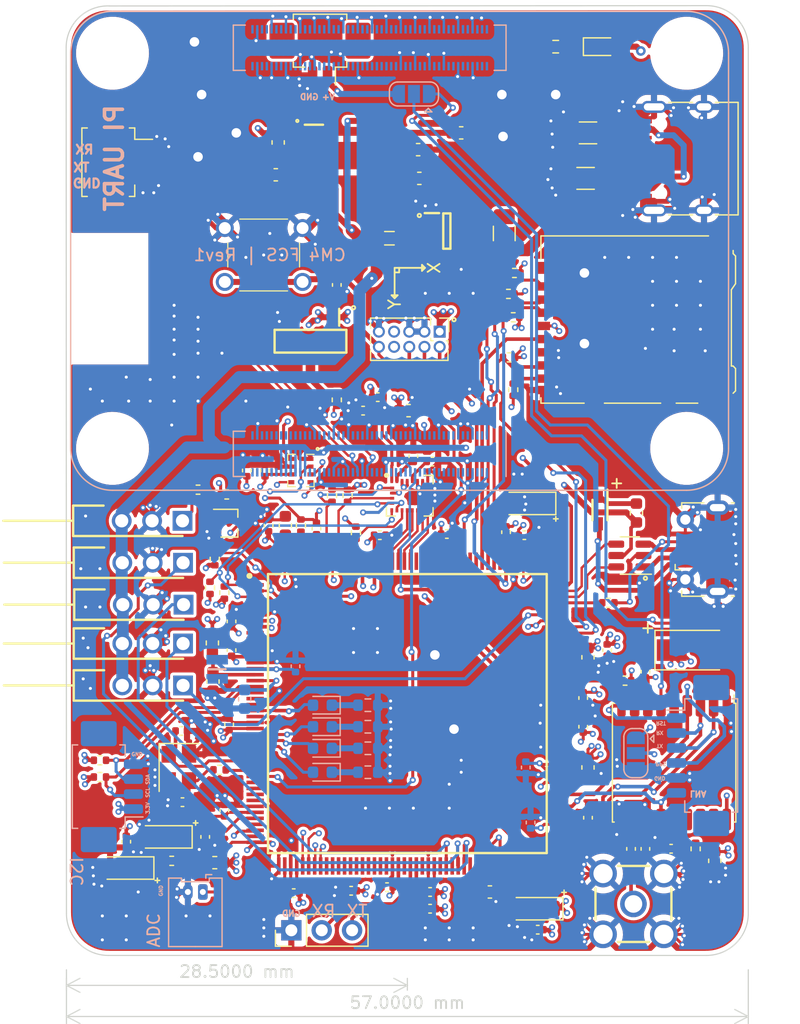
<source format=kicad_pcb>
(kicad_pcb (version 20201220) (generator pcbnew)
  (title_block (title "Raspberry Pi Compute Module 4 Carrier Template") (date "2020-10-31") (rev "v01") (comment 2 "creativecommons.org/licenses/by/4.0/") (comment 3 "License: CC BY 4.0") (comment 4 "Author: Shawn Hymel"))
  (layers (0 "F.Cu" signal) (1 "In1.Cu" signal) (2 "In2.Cu" signal) (31 "B.Cu" signal) (34 "B.Paste" user) (35 "F.Paste" user) (36 "B.SilkS" user "B.Silkscreen") (37 "F.SilkS" user "F.Silkscreen") (38 "B.Mask" user) (39 "F.Mask" user) (44 "Edge.Cuts" user))
  (net 0 "")
  (net 1 "GND")
  (net 2 "/5V")
  (net 3 "/+3.3V")
  (net 4 "Net-(C9-Pad2)")
  (net 5 "Net-(C12-Pad1)")
  (net 6 "Net-(C13-Pad1)")
  (net 7 "Net-(C14-Pad1)")
  (net 8 "/MCU/VREF+")
  (net 9 "/MCU/+3.3VA")
  (net 10 "/MCU/VDDSMPS")
  (net 11 "/MCU/VLXSMPS")
  (net 12 "/MCU/VCAP1")
  (net 13 "Net-(C50-Pad2)")
  (net 14 "/MCU/HSE_IN")
  (net 15 "/MCU/NRST")
  (net 16 "Net-(D1-Pad1)")
  (net 17 "Net-(D2-Pad2)")
  (net 18 "Net-(D3-Pad2)")
  (net 19 "Net-(D3-Pad1)")
  (net 20 "/MCU/LED_B")
  (net 21 "Net-(D4-Pad1)")
  (net 22 "/MCU/LED_D")
  (net 23 "Net-(D5-Pad1)")
  (net 24 "/MCU/LED_A")
  (net 25 "Net-(D6-Pad1)")
  (net 26 "/MCU/LED_C")
  (net 27 "Net-(D7-Pad1)")
  (net 28 "Net-(F1-Pad2)")
  (net 29 "VCC")
  (net 30 "Net-(FB1-Pad1)")
  (net 31 "Net-(C3-Pad1)")
  (net 32 "Net-(C53-Pad1)")
  (net 33 "Net-(IC2-Pad174)")
  (net 34 "no_connect_129")
  (net 35 "no_connect_128")
  (net 36 "no_connect_127")
  (net 37 "I2C1_SCL")
  (net 38 "/MCU/BOOT0")
  (net 39 "I2C1_SDA")
  (net 40 "no_connect_96")
  (net 41 "no_connect_126")
  (net 42 "LSM9DS1_CS_M")
  (net 43 "/MCU/SWO")
  (net 44 "no_connect_125")
  (net 45 "LSM9DS1_DRDY_M")
  (net 46 "LSM9DS1_INT_M")
  (net 47 "LSM9DS1_INT1_AG")
  (net 48 "LSM9DS1_INT2_AG")
  (net 49 "LSM9DS1_DEN_AG")
  (net 50 "no_connect_124")
  (net 51 "no_connect_123")
  (net 52 "no_connect_122")
  (net 53 "no_connect_121")
  (net 54 "no_connect_120")
  (net 55 "no_connect_119")
  (net 56 "/MCU/SDMMC_CMD")
  (net 57 "no_connect_118")
  (net 58 "no_connect_117")
  (net 59 "/MCU/SDMMC_CK")
  (net 60 "/MCU/SDMMC_D3")
  (net 61 "/MCU/SDMMC_D2")
  (net 62 "no_connect_116")
  (net 63 "/MCU/SWCLK")
  (net 64 "/MCU/SWDIO")
  (net 65 "/MCU/USB_D_P")
  (net 66 "/MCU/USB_D_N")
  (net 67 "/MCU/USB_OTG_ID")
  (net 68 "no_connect_115")
  (net 69 "TIM1_CH1")
  (net 70 "/MCU/SDMMC_D1")
  (net 71 "/MCU/SDMMC_D0")
  (net 72 "no_connect_114")
  (net 73 "no_connect_113")
  (net 74 "no_connect_112")
  (net 75 "no_connect_111")
  (net 76 "no_connect_110")
  (net 77 "no_connect_109")
  (net 78 "no_connect_108")
  (net 79 "no_connect_107")
  (net 80 "no_connect_106")
  (net 81 "no_connect_104")
  (net 82 "no_connect_103")
  (net 83 "no_connect_102")
  (net 84 "no_connect_101")
  (net 85 "no_connect_165")
  (net 86 "no_connect_164")
  (net 87 "no_connect_163")
  (net 88 "M8Q_GPS_LNA_EN")
  (net 89 "M8Q_PPS")
  (net 90 "M8Q_NRST")
  (net 91 "M8Q_TX")
  (net 92 "M8Q_RX")
  (net 93 "PI_GPIO12_TX_5")
  (net 94 "PI_GPIO13_RX_5")
  (net 95 "no_connect_161")
  (net 96 "UART7_RX")
  (net 97 "no_connect_160")
  (net 98 "UART7_TX")
  (net 99 "no_connect_159")
  (net 100 "TIM1_CH4")
  (net 101 "TIM1_CH3")
  (net 102 "no_connect_158")
  (net 103 "TIM1_CH2")
  (net 104 "no_connect_157")
  (net 105 "no_connect_156")
  (net 106 "no_connect_155")
  (net 107 "no_connect_154")
  (net 108 "no_connect_153")
  (net 109 "no_connect_152")
  (net 110 "no_connect_151")
  (net 111 "no_connect_150")
  (net 112 "no_connect_149")
  (net 113 "no_connect_148")
  (net 114 "no_connect_147")
  (net 115 "no_connect_146")
  (net 116 "no_connect_145")
  (net 117 "no_connect_144")
  (net 118 "no_connect_143")
  (net 119 "no_connect_142")
  (net 120 "SPI1_MOSI")
  (net 121 "SPI1_MISO")
  (net 122 "SPI1_SCK")
  (net 123 "SPI1_NCS")
  (net 124 "ANALOG_IN")
  (net 125 "no_connect_140")
  (net 126 "SBUS_RX")
  (net 127 "no_connect_139")
  (net 128 "no_connect_137")
  (net 129 "no_connect_136")
  (net 130 "no_connect_135")
  (net 131 "no_connect_134")
  (net 132 "/MCU/HSE_OUT")
  (net 133 "no_connect_133")
  (net 134 "no_connect_132")
  (net 135 "no_connect_131")
  (net 136 "no_connect_97")
  (net 137 "no_connect_130")
  (net 138 "I2C2_SCL")
  (net 139 "I2C2_SDA")
  (net 140 "no_connect_105")
  (net 141 "no_connect_100")
  (net 142 "no_connect_162")
  (net 143 "no_connect_141")
  (net 144 "no_connect_138")
  (net 145 "LSM9DS1_SDO_AG")
  (net 146 "LSM9DS1_CS_AG")
  (net 147 "LSM9DS1_SDO_M")
  (net 148 "/CM4 GPIO/GPIO_14_TX")
  (net 149 "/CM4 GPIO/GPIO_15_RX")
  (net 150 "no_connect_173")
  (net 151 "Net-(J2-PadA5)")
  (net 152 "no_connect_172")
  (net 153 "no_connect_169")
  (net 154 "no_connect_171")
  (net 155 "no_connect_170")
  (net 156 "Net-(J2-PadB5)")
  (net 157 "no_connect_168")
  (net 158 "Net-(J3-Pad1)")
  (net 159 "SBUS_IN")
  (net 160 "no_connect_98")
  (net 161 "Net-(J13-Pad4)")
  (net 162 "no_connect_99")
  (net 163 "no_connect_167")
  (net 164 "no_connect_166")
  (net 165 "M8Q_BATT")
  (net 166 "Net-(JP2-Pad2)")
  (net 167 "Net-(L2-Pad1)")
  (net 168 "no_connect_260")
  (net 169 "no_connect_268")
  (net 170 "no_connect_277")
  (net 171 "no_connect_283")
  (net 172 "no_connect_303")
  (net 173 "no_connect_174")
  (net 174 "no_connect_183")
  (net 175 "no_connect_191")
  (net 176 "no_connect_214")
  (net 177 "no_connect_222")
  (net 178 "no_connect_229")
  (net 179 "no_connect_237")
  (net 180 "no_connect_245")
  (net 181 "no_connect_252")
  (net 182 "no_connect_254")
  (net 183 "no_connect_255")
  (net 184 "no_connect_256")
  (net 185 "no_connect_257")
  (net 186 "no_connect_258")
  (net 187 "no_connect_259")
  (net 188 "no_connect_261")
  (net 189 "no_connect_262")
  (net 190 "no_connect_263")
  (net 191 "no_connect_264")
  (net 192 "no_connect_265")
  (net 193 "no_connect_266")
  (net 194 "no_connect_267")
  (net 195 "no_connect_269")
  (net 196 "no_connect_270")
  (net 197 "no_connect_271")
  (net 198 "no_connect_272")
  (net 199 "no_connect_273")
  (net 200 "no_connect_274")
  (net 201 "no_connect_275")
  (net 202 "no_connect_276")
  (net 203 "no_connect_278")
  (net 204 "no_connect_279")
  (net 205 "no_connect_280")
  (net 206 "no_connect_281")
  (net 207 "no_connect_282")
  (net 208 "no_connect_284")
  (net 209 "no_connect_285")
  (net 210 "no_connect_286")
  (net 211 "no_connect_287")
  (net 212 "no_connect_288")
  (net 213 "no_connect_289")
  (net 214 "no_connect_290")
  (net 215 "no_connect_291")
  (net 216 "no_connect_292")
  (net 217 "no_connect_293")
  (net 218 "no_connect_294")
  (net 219 "no_connect_295")
  (net 220 "no_connect_296")
  (net 221 "no_connect_297")
  (net 222 "no_connect_298")
  (net 223 "no_connect_299")
  (net 224 "no_connect_300")
  (net 225 "no_connect_301")
  (net 226 "no_connect_302")
  (net 227 "no_connect_304")
  (net 228 "no_connect_305")
  (net 229 "no_connect_306")
  (net 230 "no_connect_307")
  (net 231 "no_connect_308")
  (net 232 "no_connect_309")
  (net 233 "no_connect_310")
  (net 234 "no_connect_311")
  (net 235 "no_connect_312")
  (net 236 "no_connect_175")
  (net 237 "no_connect_176")
  (net 238 "no_connect_177")
  (net 239 "no_connect_178")
  (net 240 "no_connect_179")
  (net 241 "no_connect_180")
  (net 242 "no_connect_181")
  (net 243 "no_connect_182")
  (net 244 "no_connect_184")
  (net 245 "no_connect_185")
  (net 246 "no_connect_186")
  (net 247 "no_connect_187")
  (net 248 "no_connect_188")
  (net 249 "no_connect_189")
  (net 250 "no_connect_190")
  (net 251 "no_connect_192")
  (net 252 "no_connect_193")
  (net 253 "no_connect_194")
  (net 254 "no_connect_195")
  (net 255 "no_connect_196")
  (net 256 "no_connect_197")
  (net 257 "no_connect_198")
  (net 258 "no_connect_199")
  (net 259 "no_connect_200")
  (net 260 "no_connect_201")
  (net 261 "no_connect_202")
  (net 262 "no_connect_203")
  (net 263 "no_connect_204")
  (net 264 "no_connect_205")
  (net 265 "no_connect_206")
  (net 266 "no_connect_207")
  (net 267 "no_connect_208")
  (net 268 "no_connect_209")
  (net 269 "no_connect_210")
  (net 270 "no_connect_211")
  (net 271 "no_connect_212")
  (net 272 "no_connect_213")
  (net 273 "no_connect_215")
  (net 274 "no_connect_216")
  (net 275 "no_connect_217")
  (net 276 "no_connect_218")
  (net 277 "no_connect_219")
  (net 278 "no_connect_220")
  (net 279 "no_connect_221")
  (net 280 "no_connect_223")
  (net 281 "no_connect_224")
  (net 282 "no_connect_225")
  (net 283 "no_connect_226")
  (net 284 "no_connect_227")
  (net 285 "no_connect_228")
  (net 286 "no_connect_230")
  (net 287 "no_connect_231")
  (net 288 "no_connect_232")
  (net 289 "no_connect_233")
  (net 290 "no_connect_234")
  (net 291 "no_connect_235")
  (net 292 "no_connect_236")
  (net 293 "no_connect_238")
  (net 294 "no_connect_239")
  (net 295 "no_connect_240")
  (net 296 "no_connect_241")
  (net 297 "no_connect_242")
  (net 298 "no_connect_243")
  (net 299 "no_connect_244")
  (net 300 "no_connect_246")
  (net 301 "no_connect_247")
  (net 302 "no_connect_248")
  (net 303 "no_connect_249")
  (net 304 "no_connect_250")
  (net 305 "no_connect_251")
  (net 306 "no_connect_253")
  (net 307 "Net-(Q2-Pad1)")
  (net 308 "Net-(R5-Pad1)")
  (net 309 "/MCU/USB_CONN_D+")
  (net 310 "/MCU/USB_CONN_D-")
  (net 311 "Net-(R32-Pad1)")
  (net 312 "Net-(C54-Pad1)")
  (net 313 "no_connect_313")
  (footprint "Capacitor_SMD:C_0402_1005Metric" (layer "F.Cu") (at 171.4 113.4 90)
    (fp_text reference "C12" hide)
    (fp_text value "10n" hide)
  )
  (footprint "Resistor_SMD:R_0402_1005Metric" (layer "F.Cu") (at 125.8 107.4 180)
    (fp_text reference "R18" hide)
    (fp_text value "4k7" hide)
  )
  (footprint "Capacitor_SMD:C_0402_1005Metric" (layer "F.Cu") (at 134.6 112.4 90)
    (fp_text reference "C28" hide)
    (fp_text value "100n" hide)
  )
  (footprint "Capacitor_SMD:C_0402_1005Metric" (layer "F.Cu") (at 166.2 103.2 90)
    (fp_text reference "C21" hide)
    (fp_text value "100n" hide)
  )
  (footprint "Capacitor_SMD:C_0402_1005Metric" (layer "F.Cu") (at 136.2 110.2 -90)
    (fp_text reference "C26" hide)
    (fp_text value "100n" hide)
  )
  (footprint "Capacitor_SMD:C_0402_1005Metric" (layer "F.Cu") (at 136.8 96.8 90)
    (fp_text reference "C22" hide)
    (fp_text value "100n" hide)
  )
  (footprint "SamacSys_Parts:SOT95P280X125-3N" (layer "F.Cu") (at 154.8 61.8)
    (fp_text reference "Q1" hide)
    (fp_text value "AO3401A" hide)
  )
  (footprint "Resistor_SMD:R_0402_1005Metric" (layer "F.Cu") (at 135 91.6 90)
    (fp_text reference "R8" hide)
    (fp_text value "10k" hide)
  )
  (footprint "Capacitor_SMD:C_0402_1005Metric" (layer "F.Cu") (at 161.28 87.2)
    (fp_text reference "C16" hide)
    (fp_text value "100n" hide)
  )
  (footprint "Capacitor_SMD:C_0603_1608Metric" (layer "F.Cu") (at 166.6 106.6 90)
    (fp_text reference "C49" hide)
    (fp_text value "2.2u" hide)
  )
  (footprint "Fuse:Fuse_1206_3216Metric" (layer "F.Cu") (at 159.6 62 90)
    (fp_text reference "F1" hide)
    (fp_text value "Polyfuse" hide)
  )
  (footprint "Capacitor_SMD:C_0402_1005Metric" (layer "F.Cu") (at 132.7 109.5)
    (fp_text reference "C50" hide)
    (fp_text value "12p" hide)
  )
  (footprint "Capacitor_SMD:C_0402_1005Metric" (layer "F.Cu") (at 159.75 86.95 -90)
    (fp_text reference "C37" hide)
    (fp_text value "100n" hide)
  )
  (footprint "Capacitor_SMD:C_0402_1005Metric" (layer "F.Cu") (at 153.4 118.4 180)
    (fp_text reference "C20" hide)
    (fp_text value "100n" hide)
  )
  (footprint "Resistor_SMD:R_0402_1005Metric" (layer "F.Cu") (at 142.6 86.4 -90)
    (fp_text reference "R14" hide)
    (fp_text value "10k" hide)
  )
  (footprint "Capacitor_Tantalum_SMD:CP_EIA-3216-18_Kemet-A" (layer "F.Cu") (at 162.2 118.4 180)
    (fp_text reference "C15" hide)
    (fp_text value "4.7u" hide)
  )
  (footprint "Crystal:Crystal_SMD_3225-4Pin_3.2x2.5mm" (layer "F.Cu") (at 132.4 106.6 -90)
    (fp_text reference "Y1" hide)
    (fp_text value "16MHz" hide)
  )
  (footprint "SamacSys_Parts:HDRRA3W64P254_3X1_254X254X810P" (layer "F.Cu") (at 132.79 93 90)
    (fp_text reference "J7" hide)
    (fp_text value "TSW-101-08-G-T-RA" hide)
  )
  (footprint "Capacitor_SMD:C_0603_1608Metric" (layer "F.Cu") (at 135.25 99.425 90)
    (fp_text reference "C41" hide)
    (fp_text value "10u" hide)
  )
  (footprint "Resistor_SMD:R_0402_1005Metric" (layer "F.Cu") (at 175.6 113.4 -90)
    (fp_text reference "R5" hide)
    (fp_text value "10" hide)
  )
  (footprint "Resistor_SMD:R_0402_1005Metric" (layer "F.Cu") (at 145.6 75.9 -90)
    (fp_text reference "R32" hide)
    (fp_text value "10k" hide)
  )
  (footprint "Resistor_SMD:R_0402_1005Metric" (layer "F.Cu") (at 147.2 87 -90)
    (fp_text reference "R10" hide)
    (fp_text value "10k" hide)
  )
  (footprint "Package_LGA:LGA-24L_3x3.5mm_P0.43mm" (layer "F.Cu") (at 151.7 83.9)
    (fp_text reference "U3" hide)
    (fp_text value "LSM9DS1" hide)
  )
  (footprint "Resistor_SMD:R_0402_1005Metric" (layer "F.Cu") (at 168.3 92.85 180)
    (fp_text reference "R21" hide)
    (fp_text value "560" hide)
  )
  (footprint "SamacSys_Parts:QFP50P2600X2600X160-176N" (layer "F.Cu") (at 151.5 102.1)
    (fp_text reference "IC2" hide)
    (fp_text value "STM32H747IIT6" hide)
  )
  (footprint "Capacitor_SMD:C_0402_1005Metric" (layer "F.Cu") (at 166.2 100.8 -90)
    (fp_text reference "C17" hide)
    (fp_text value "100n" hide)
  )
  (footprint "Connector_Card:microSD_HC_Hirose_DM3AT-SF-PEJM5" (layer "F.Cu") (at 170.55 69.2 90)
    (fp_text reference "J15" hide)
    (fp_text value "Micro_SD_Card" hide)
  )
  (footprint "Resistor_SMD:R_0402_1005Metric" (layer "F.Cu") (at 160.45 65.3)
    (fp_text reference "R27" hide)
    (fp_text value "47k" hide)
  )
  (footprint "Capacitor_SMD:C_0402_1005Metric" (layer "F.Cu") (at 149.025 75.67)
    (fp_text reference "C11" hide)
    (fp_text value "100n" hide)
  )
  (footprint "Capacitor_SMD:C_0402_1005Metric" (layer "F.Cu") (at 132.6 103.55)
    (fp_text reference "C51" hide)
    (fp_text value "12p" hide)
  )
  (footprint "Capacitor_Tantalum_SMD:CP_EIA-3216-18_Kemet-A" (layer "F.Cu") (at 128 115 180)
    (fp_text reference "C25" hide)
    (fp_text value "1u" hide)
  )
  (footprint "Capacitor_SMD:C_0402_1005Metric" (layer "F.Cu") (at 128 112.8 -90)
    (fp_text reference "C36" hide)
    (fp_text value "100n" hide)
  )
  (footprint "Resistor_SMD:R_1206_3216Metric" (layer "F.Cu") (at 166.6 53.6 180)
    (fp_text reference "R4" hide)
    (fp_text value "5.1k" hide)
  )
  (footprint "Capacitor_SMD:C_0402_1005Metric" (layer "F.Cu") (at 143.9 86.65 -90)
    (fp_text reference "C34" hide)
    (fp_text value "100n" hide)
  )
  (footprint "Capacitor_SMD:C_0603_1608Metric" (layer "F.Cu") (at 152.4 55)
    (fp_text reference "C3" hide)
    (fp_text value "1u" hide)
  )
  (footprint "Capacitor_SMD:C_0603_1608Metric" (layer "F.Cu") (at 177.2 114.4 -90)
    (fp_text reference "C4" hide)
    (fp_text value "1u" hide)
  )
  (footprint "Capacitor_SMD:C_0402_1005Metric" (layer "F.Cu") (at 147.8 76.8 180)
    (fp_text reference "C8" hide)
    (fp_text value "100n" hide)
  )
  (footprint "Connector_Molex:Molex_PicoBlade_53261-0371_1x03-1MP_P1.25mm_Horizontal" (layer "F.Cu") (at 127 56.05 -90)
    (fp_text reference "J1" hide)
    (fp_text value "UART" hide)
  )
  (footprint "Diode_SMD:D_SMA" (layer "F.Cu") (at 175.6 96.8)
    (fp_text reference "D2" hide)
    (fp_text value "SS14" hide)
  )
  (footprint "Connector_Molex:Molex_PicoBlade_53261-0271_1x02-1MP_P1.25mm_Horizontal" (layer "F.Cu") (at 144.2 46.4 180)
    (fp_text reference "J3" hide)
    (fp_text value "Conn_01x02" hide)
  )
  (footprint "Capacitor_SMD:C_0603_1608Metric" (layer "F.Cu") (at 151.6 76.8)
    (fp_text reference "C10" hide)
    (fp_text value "10u" hide)
  )
  (footprint "Capacitor_SMD:C_0402_1005Metric" (layer "F.Cu") (at 136.6 103 90)
    (fp_text reference "C30" hide)
    (fp_text value "100n" hide)
  )
  (footprint "Package_TO_SOT_SMD:SOT-323_SC-70" (layer "F.Cu") (at 136.6 86.2)
    (fp_text reference "Q2" hide)
    (fp_text value "BC817W" hide)
  )
  (footprint "Connector_USB:USB_C_Receptacle_HRO_TYPE-C-31-M-12" (layer "F.Cu") (at 175.25 55.75 90)
    (fp_text reference "J2" hide)
    (fp_text value "USB_C_Receptacle_USB2.0" hide)
  )
  (footprint "Resistor_SMD:R_0402_1005Metric" (layer "F.Cu") (at 160 72.35)
    (fp_text reference "R30" hide)
    (fp_text value "47k" hide)
  )
  (footprint "Resistor_SMD:R_0402_1005Metric" (layer "F.Cu") (at 131.8 114.4)
    (fp_text reference "R13" hide)
    (fp_text value "47" hide)
  )
  (footprint "SamacSys_Parts:SOD2512X115N" (layer "F.Cu") (at 167.6 85.1 -90)
    (fp_text reference "D3" hide)
    (fp_text value "SD103AWS-TP" hide)
  )
  (footprint "SamacSys_Parts:HDRRA3W64P254_3X1_254X254X810P" (layer "F.Cu") (at 132.75 89.5 90)
    (fp_text reference "J8" hide)
    (fp_text value "TSW-101-08-G-T-RA" hide)
  )
  (footprint "Resistor_SMD:R_0402_1005Metric" (layer "F.Cu") (at 159.95 67.05)
    (fp_text reference "R28" hide)
    (fp_text value "47k" hide)
  )
  (footprint "Resistor_SMD:R_1206_3216Metric" (layer "F.Cu") (at 166.4 57.4 180)
    (fp_text reference "R3" hide)
    (fp_text value "5.1k" hide)
  )
  (footprint "Connector_USB:USB_Micro-B_Molex-105017-0001" (layer "F.Cu") (at 176.2 88.4 90)
    (fp_text reference "J13" hide)
    (fp_text value "USB_B_Micro" hide)
  )
  (footprint "Inductor_SMD:L_0603_1608Metric" (layer "F.Cu") (at 135.4 114.55 180)
    (fp_text reference "FB2" hide)
    (fp_text value "100 @ 100 MHz" hide)
  )
  (footprint "Capacitor_SMD:C_0402_1005Metric" (layer "F.Cu") (at 170.2 113.4 90)
    (fp_text reference "C9" hide)
    (fp_text value "22p" hide)
  )
  (footprint "Inductor_SMD:L_0603_1608Metric" (layer "F.Cu") (at 170.65 85.35 -90)
    (fp_text reference "FB3" hide)
    (fp_text value "100 @100Mhz" hide)
  )
  (footprint "SamacSys_Parts:HDRRA3W64P254_3X1_254X254X810P" (layer "F.Cu") (at 132.75 96.25 90)
    (fp_text reference "J6" hide)
    (fp_text value "TSW-101-08-G-T-RA" hide)
  )
  (footprint "RF_GPS:ublox_MAX" (layer "F.Cu") (at 173.8 106.2 -90)
    (fp_text reference "U2" hide)
    (fp_text value "MAX-M8Q" hide)
  )
  (footprint "Capacitor_SMD:C_0603_1608Metric" (layer "F.Cu") (at 141.3 86.4 90)
    (fp_text reference "C46" hide)
    (fp_text value "4.7u" hide)
  )
  (footprint "Connector_PinHeader_1.27mm:PinHeader_2x05_P1.27mm_Vertical" (layer "F.Cu") (at 154.2 70.2 -90)
    (fp_text reference "J14" hide)
    (fp_text value "SWDIO" hide)
  )
  (footprint "Resistor_SMD:R_0402_1005Metric" (layer "F.Cu") (at 169.7 99.35 180)
    (fp_text reference "R6" hide)
    (fp_text value "10k" hide)
  )
  (footprint "Package_TO_SOT_SMD:SOT-23-6" (layer "F.Cu") (at 170.1 88.9 180)
    (fp_text reference "U4" hide)
    (fp_text value "USBLC6-2SC6" hide)
  )
  (footprint "Resistor_SMD:R_0603_1608Metric" (layer "F.Cu") (at 163.9 46.4)
    (fp_text reference "R1" hide)
    (fp_text value "2.2k" hide)
  )
  (footprint "Resistor_SMD:R_0402_1005Metric" (layer "F.Cu") (at 134 83.4)
    (fp_text reference "R12" hide)
    (fp_text value "1k" hide)
  )
  (footprint "Inductor_SMD:L_0805_2012Metric" (layer "F.Cu") (at 150 62.4 180)
    (fp_text reference "FB1" hide)
    (fp_text value "600 @ 100MHz" hide)
  )
  (footprint "Capacitor_SMD:C_0402_1005Metric" (layer "F.Cu") (at 145.6 66.3 90)
    (fp_text reference "C52" hide)
    (fp_text value "100n" hide)
  )
  (footprint "Resistor_SMD:R_0402_1005Metric" (layer "F.Cu") (at 125.8 106)
    (fp_text reference "R17" hide)
    (fp_text value "4k7" hide)
  )
  (footprint "Inductor_SMD:L_0402_1005Metric_Pad0.77x0.64mm_HandSolder" (layer "F.Cu") (at 173.55 113.39 180)
    (fp_text reference "L2" hide)
    (fp_text value "27n" hide)
  )
  (footprint "Resistor_SMD:R_0402_1005Metric" (layer "F.Cu") (at 160.35 69)
    (fp_text reference "R29" hide)
    (fp_text value "47k" hide)
  )
  (footprint "Package_LGA:Bosch_LGA-8_2x2.5mm_P0.65mm_ClockwisePinNumbering" (layer "F.Cu") (at 142.6 81.8 -90)
    (fp_text reference "U1" hide)
    (fp_text value "BMP280" hide)
  )
  (footprint "Capacitor_SMD:C_0402_1005Metric" (layer "F.Cu") (at 166.6 110.8 -90)
    (fp_text reference "C48" hide)
    (fp_text value "100n" hide)
  )
  (footprint "Capacitor_Tantalum_SMD:CP_EIA-3216-18_Kemet-A" (layer "F.Cu") (at 131.2 112.4 180)
    (fp_text reference "C27" hide)
    (fp_text value "1u" hide)
  )
  (footprint "Capacitor_SMD:C_0402_1005Metric" (layer "F.Cu") (at 171.4 98.6 90)
    (fp_text reference "C7" hide)
    (fp_text value "100n" hide)
  )
  (footprint "SamacSys_Parts:32K101-400L5" (layer "F.Cu") (at 170.4 118)
    (fp_text reference "J4" hide)
    (fp_text value "32K101-400L5" hide)
  )
  (footprint "Capacitor_SMD:C_0402_1005Metric" (layer "F.Cu") (at 152 80.6 90)
    (fp_text reference "C14" hide)
    (fp_text value "100n" hide)
  )
  (footprint "SamacSys_Parts:SOIC127P600X175-9N" (layer "F.Cu") (at 146.4 55.5)
    (fp_text reference "IC1" hide)
    (fp_text value "ADP7156ARDZ-3.3-R7" hide)
  )
  (footprint "Capacitor_Tantalum_SMD:CP_EIA-3216-18_Kemet-A" (layer "F.Cu") (at 161.6 84.55 180)
    (fp_text reference "C47" hide)
    (fp_text value "4.7u" hide)
  )
  (footprint "Capacitor_SMD:C_0402_1005Metric" (layer "F.Cu") (at 162.4 120.15 180)
    (fp_text reference "C40" hide)
    (fp_text value "100n" hide)
  )
  (footprint "Resistor_SMD:R_0402_1005Metric" (layer "F.Cu") (at 136.4 83.8 180)
    (fp_text reference "R11" hide)
    (fp_text value "10k" hide)
  )
  (footprint "Connector_PinHeader_2.54mm:PinHeader_1x03_P2.54mm_Vertical" (layer "F.Cu") (at 141.8 120.2 90)
    (fp_text reference "J16" hide)
    (fp_text value "Conn_01x03_Female" hide)
  )
  (footprint "Resistor_SMD:R_0402_1005Metric" (layer "F.Cu") (at 146.5 83.9 90)
    (fp_text reference "R16" hide)
    (fp_text value "4k7" hide)
  )
  (footprint "SamacSys_Parts:HDRRA3W64P254_3X1_254X254X810P" (layer "F.Cu") (at 132.75 99.75 90)
    (fp_text reference "J5" hide)
    (fp_text value "TSW-101-08-G-T-RA" hide)
  )
  (footprint "Capacitor_SMD:C_0603_1608Metric" (layer "F.Cu") (at 158.4 117)
    (fp_text reference "C45" hide)
    (fp_text value "4.7u" hide)
  )
  (footprint "SamacSys_Parts:HDRRA3W64P254_3X1_254X254X810P" (layer "F.Cu") (at 132.7 86 90)
    (fp_text reference "J12" hide)
    (fp_text value "TSW-101-08-G-T-RA" hide)
  )
  (footprint "Capacitor_SMD:C_0402_1005Metric" (layer "F.Cu") (at 153.4 117 180)
    (fp_text reference "C35" hide)
    (fp_text value "100n" hide)
  )
  (footprint "Capacitor_SMD:C_0603_1608Metric" (layer "F.Cu") (at 140.7 54.4 -90)
    (fp_text reference "C1" hide)
    (fp_text value "10u" hide)
  )
  (footprint "LED_SMD:LED_0603_1608Metric" (layer "F.Cu") (at 167.7 46.4)
    (fp_text reference "D1" hide)
    (fp_text value "LED" hide)
  )
  (footprint "Resistor_SMD:R_0402_1005Metric" (layer "F.Cu") (at 160.35 75.05 -90)
    (fp_text reference "R31" hide)
    (fp_text value "47k" hide)
  )
  (footprint "Resistor_SMD:R_0402_1005Metric" (layer "F.Cu") (at 145.2 83.9 -90)
    (fp_text reference "R15" hide)
    (fp_text value "4k7" hide)
  )
  (footprint "Resistor_SMD:R_0402_1005Metric" (layer "F.Cu") (at 135.8 106.8 180)
    (fp_text reference "R26" hide)
    (fp_text value "47" hide)
  )
  (footprint "Capacitor_SMD:C_0402_1005Metric" (layer "F.Cu") (at 146.8 116.9 180)
    (fp_text reference "C23" hide)
    (fp_text value "100n" hide)
  )
  (footprint "Capacitor_SMD:C_0402_1005Metric" (layer "F.Cu") (at 139.6 81.8 90)
    (fp_text reference "C6" hide)
    (fp_text value "100n" hide)
  )
  (footprint "Capacitor_SMD:C_0603_1608Metric" (layer "F.Cu") (at 140.5 57.1 180)
    (fp_text reference "C53" hide)
    (fp_text value "1u" hide)
  )
  (footprint "Capacitor_SMD:C_0402_1005Metric" (layer "F.Cu") (at 136.8 94.4 90)
    (fp_text reference "C19" hide)
    (fp_text value "100n" hide)
  )
  (footprint "Inductor_SMD:L_0603_1608Metric" (layer "F.Cu") (at 135.2 96.2 -90)
    (fp_text reference "FB4" hide)
    (fp_text value "18 @100Mhz" hide)
  )
  (footprint "Capacitor_SMD:C_0603_1608Metric" (layer "F.Cu") (at 156 53.6)
    (fp_text reference "C2" hide)
    (fp_text value "10u" hide)
  )
  (footprint "Capacitor_SMD:C_0402_1005Metric" (layer "F.Cu") (at 153.6 81.05)
    (fp_text reference "C13" hide)
    (fp_text value "10n" hide)
  )
  (footprint "Capacitor_SMD:C_0402_1005Metric" (layer "F.Cu") (at 149.8 116.6 180)
    (fp_text reference "C38" hide)
    (fp_text value "100n" hide)
  )
  (footprint "Capacitor_SMD:C_0402_1005Metric" (layer "F.Cu") (at 149.2 87.2)
    (fp_text reference "C24" hide)
    (fp_text value "100n" hide)
  )
  (footprint "Capacitor_SMD:C_0402_1005Metric" (layer "F.Cu") (at 154.8 87.1)
    (fp_text reference "C29" hide)
    (fp_text value "100n" hide)
  )
  (footprint "Capacitor_SMD:C_0402_1005Metric" (layer "F.Cu") (at 139.9 86.4 90)
    (fp_text reference "C32" hide)
    (fp_text value "100n" hide)
  )
  (footprint "Capacitor_SMD:C_0402_1005Metric" (layer "F.Cu") (at 142 117.1 180)
    (fp_text reference "C39" hide)
    (fp_text value "100n" hide)
  )
  (footprint "Resistor_SMD:R_0402_1005Metric" (layer "F.Cu") (at 135.4 89.2 90)
    (fp_text reference "R9" hide)
    (fp_text value "10k" hide)
  )
  (footprint "Capacitor_SMD:C_0603_1608Metric" (layer "F.Cu") (at 166.6 97.4 -90)
    (fp_text reference "C44" hide)
    (fp_text value "1u_X5R_0603" hide)
  )
  (footprint "Resistor_SMD:R_0402_1005Metric" (layer "F.Cu") (at 136.2 92 90)
    (fp_text reference "R7" hide)
    (fp_text value "10k" hide)
  )
  (footprint "Capacitor_SMD:C_0402_1005Metric" (layer "F.Cu") (at 138.08 81.8 90)
    (fp_text reference "C5" hide)
    (fp_text value "100n" hide)
  )
  (footprint "SamacSys_Parts:SOT175P420X230-3N" (layer "F.Cu") (at 143.4 71 -90)
    (fp_text reference "S2" hide)
    (fp_text value "TDD01H0SB1R" hide)
  )
  (footprint "Capacitor_SMD:C_0603_1608Metric" (layer "F.Cu") (at 152.5 57.4)
    (fp_text reference "C54" hide)
    (fp_text value "1u" hide)
  )
  (footprint "SamacSys_Parts:TL1105CF160Q" (layer "F.Cu") (at 139.4875 63.8)
    (fp_text reference "S1" hide)
    (fp_text value "TL1105CF160Q" hide)
  )
  (footprint "Capacitor_SMD:C_0402_1005Metric" (layer "F.Cu") (at 168.2 96.8 -90)
    (fp_text reference "C31" hide)
    (fp_text value "100n" hide)
  )
  (footprint "Resistor_SMD:R_0603_1608Metric" (layer "B.Cu") (at 148.2 103.2)
    (fp_text reference "R22" hide)
    (fp_text value "2k2" hide)
  )
  (footprint "Resistor_SMD:R_0603_1608Metric" (layer "B.Cu") (at 148.2 107)
    (fp_text reference "R23" hide)
    (fp_text value "2k2" hide)
  )
  (footprint "SamacSys_Parts:LQM2MPN1R0NG0L" (layer "B.Cu") (at 135.6 98.4 90)
    (fp_text reference "L3" hide)
    (fp_text value "2.2uH" hide)
  )
  (footprint "Resistor_SMD:R_0603_1608Metric" (layer "B.Cu") (at 148.2 105)
    (fp_text reference "R25" hide)
    (fp_text value "2k2" hide)
  )
  (footprint "Resistor_SMD:R_0603_1608Metric" (layer "B.Cu") (at 148.2 101.4)
    (fp_text reference "R24" hide)
    (fp_text value "2k2" hide)
  )
  (footprint "Capacitor_SMD:C_0402_1005Metric" (layer "B.Cu") (at 161.4 106.6 -90)
    (fp_text reference "C18" hide)
    (fp_text value "100n" hide)
  )
  (footprint "LED_SMD:LED_0603_1608Metric" (layer "B.Cu") (at 144.4 101.4 180)
    (fp_text reference "D6" hide)
    (fp_text value "LED_Red" hide)
  )
  (footprint "Connector_Molex:Molex_PicoBlade_53261-0471_1x04-1MP_P1.25mm_Horizontal" (layer "B.Cu") (at 126.2 108.2 90)
    (fp_text reference "J10" hide)
    (fp_text value "Conn_01x04" hide)
  )
  (footprint "LED_SMD:LED_0603_1608Metric" (layer "B.Cu") (at 144.4 107 180)
    (fp_text reference "D5" hide)
    (fp_text value "LED_Red" hide)
  )
  (footprint "Jumper:SolderJumper-3_P1.3mm_Open_RoundedPad1.0x1.5mm" (layer "B.Cu") (at 170.6 105.4 -90)
    (fp_text reference "JP2" hide)
    (fp_text value "SolderJumper_3_Open" hide)
  )
  (footprint "Connector_Molex:Molex_PicoBlade_53048-0210_1x02_P1.25mm_Horizontal" (layer "B.Cu") (at 134.4 117 180)
    (fp_text reference "J9" hide)
    (fp_text value "Conn_01x02" hide)
  )
  (footprint "Capacitor_SMD:C_0402_1005Metric" (layer "B.Cu") (at 142.15 98.15 90)
    (fp_text reference "C42" hide)
    (fp_text value "220p" hide)
  )
  (footprint "Connector_Molex:Molex_PicoBlade_53261-0671_1x06-1MP_P1.25mm_Horizontal" (layer "B.Cu") (at 176.4 105.6 -90)
    (fp_text reference "J11" hide)
    (fp_text value "Conn_01x06" hide)
  )
  (footprint "Jumper:SolderJumper-3_P1.3mm_Open_RoundedPad1.0x1.5mm" (layer "B.Cu") (at 152.05 50.35 180)
    (fp_text reference "JP1" hide)
    (fp_text value "Jumper_3_Open" hide)
  )
  (footprint "LED_SMD:LED_0603_1608Metric" (layer "B.Cu") (at 144.4 103.2 180)
    (fp_text reference "D4" hide)
    (fp_text value "LED_Red" hide)
  )
  (footprint "Capacitor_SMD:C_0402_1005Metric" (layer "B.Cu") (at 161.8 111.2 90)
    (fp_text reference "C33" hide)
    (fp_text value "100n" hide)
  )
  (footprint "CM4IO:Raspberry-Pi-4-Compute-Module" (layer "B.Cu") (at 126.85 79.95 90)
    (fp_text reference "Module1" hide)
    (fp_text value "ComputeModule4-CM4" hide)
  )
  (footprint "Capacitor_SMD:C_0603_1608Metric" (layer "B.Cu") (at 137.9 100.9 -90)
    (fp_text reference "C43" hide)
    (fp_text value "10u" hide)
  )
  (footprint "LED_SMD:LED_0603_1608Metric" (layer "B.Cu") (at 144.4 105 180)
    (fp_text reference "D7" hide)
    (fp_text value "LED_Red" hide)
  )
  (gr_line (start 152.719 65.127) (end 152.973 64.873) (layer "F.SilkS") (width 0.15))
  (gr_circle (center 142.3 52.6) (end 142.2 52.6) (layer "F.SilkS") (width 0.15) (fill none))
  (gr_line (start 150.814 65.254) (end 150.814 64.873) (layer "F.SilkS") (width 0.15))
  (gr_circle (center 144 80) (end 143.9 80) (layer "F.SilkS") (width 0.15) (fill none))
  (gr_circle (center 147 68.2) (end 147.1 68.3) (layer "F.SilkS") (width 0.15) (fill none))
  (gr_line (start 150.433 67.413) (end 150.687 67.159) (layer "F.SilkS") (width 0.15))
  (gr_line (start 150.433 64.873) (end 150.433 67.413) (layer "F.SilkS") (width 0.15))
  (gr_line (start 150.433 65.254) (end 150.814 65.254) (layer "F.SilkS") (width 0.15))
  (gr_line (start 150.433 64.873) (end 152.973 64.873) (layer "F.SilkS") (width 0.15))
  (gr_circle (center 171.4 90.8) (end 171.5 90.9) (layer "F.SilkS") (width 0.15) (fill none))
  (gr_circle (center 155.4 69.2) (end 155.5 69.3) (layer "F.SilkS") (width 0.15) (fill none))
  (gr_line (start 150.179 67.159) (end 150.433 67.413) (layer "F.SilkS") (width 0.15))
  (gr_line (start 152.719 64.619) (end 152.719 65.127) (layer "F.SilkS") (width 0.15))
  (gr_line (start 152.973 64.873) (end 152.719 64.619) (layer "F.SilkS") (width 0.15))
  (gr_line (start 150.687 67.159) (end 150.179 67.159) (layer "F.SilkS") (width 0.15))
  (gr_circle (center 152.5 60.5) (end 152.6 60.6) (layer "F.SilkS") (width 0.15) (fill none))
  (gr_arc (start 126.5 118.8) (end 123 118.8) (angle -90) (layer "Edge.Cuts") (width 0.1))
  (gr_line (start 126.5 122.3) (end 176.5 122.3) (layer "Edge.Cuts") (width 0.1))
  (gr_line (start 122.974874 46.474874) (end 123 118.8) (layer "Edge.Cuts") (width 0.1))
  (gr_line (start 180 118.8) (end 180 46.474874) (layer "Edge.Cuts") (width 0.1))
  (gr_line (start 176.525126 42.974874) (end 126.6 43) (layer "Edge.Cuts") (width 0.1))
  (gr_arc (start 126.452861 46.474874) (end 126.6 43) (angle -92.42466649) (layer "Edge.Cuts") (width 0.1))
  (gr_arc (start 176.5 118.8) (end 176.5 122.3) (angle -90) (layer "Edge.Cuts") (width 0.1))
  (gr_arc (start 176.525126 46.449838) (end 180 46.474874) (angle -90.41280125) (layer "Edge.Cuts") (width 0.1))
  (gr_text "LNA\n" (at 175.8 108.8 180) (layer "B.SilkS") (effects (font (size 0.5 0.5) (thickness 0.125)) (justify mirror)))
  (gr_text "GND\n" (at 124.7 57.75 180) (layer "B.SilkS") (effects (font (size 0.75 0.75) (thickness 0.1875)) (justify mirror)))
  (gr_text "3.3V\n" (at 129.8 110 90) (layer "B.SilkS") (effects (font (size 0.3 0.3) (thickness 0.075))))
  (gr_text "TX" (at 124.25 56.5) (layer "B.SilkS") (effects (font (size 0.75 0.75) (thickness 0.1875)) (justify mirror)))
  (gr_text "PPS" (at 172.7 106.3 180) (layer "B.SilkS") (effects (font (size 0.3 0.3) (thickness 0.075)) (justify mirror)))
  (gr_text "RST" (at 172.7 102.9 180) (layer "B.SilkS") (effects (font (size 0.3 0.3) (thickness 0.075)) (justify mirror)))
  (gr_text "RX" (at 124.5 55) (layer "B.SilkS") (effects (font (size 0.75 0.75) (thickness 0.1875)) (justify mirror)))
  (gr_text "GND\n" (at 172.6 107.5 180) (layer "B.SilkS") (effects (font (size 0.3 0.3) (thickness 0.075)) (justify mirror)))
  (gr_text "SDA" (at 129.8 107.6 90) (layer "B.SilkS") (effects (font (size 0.3 0.3) (thickness 0.075))))
  (gr_text "SCL" (at 129.8 108.7 90) (layer "B.SilkS") (effects (font (size 0.3 0.3) (thickness 0.075))))
  (gr_text "GND" (at 143.3 50.6) (layer "B.SilkS") (effects (font (size 0.5 0.5) (thickness 0.125)) (justify mirror)))
  (gr_text "CM4 FCS | Rev1" (at 140 63.8) (layer "B.SilkS") (effects (font (size 1 1)) (justify mirror)))
  (gr_text "GND" (at 130.9 116.9 90) (layer "B.SilkS") (effects (font (size 0.3 0.3) (thickness 0.075))))
  (gr_text "PI UART" (at 127 55.7 90) (layer "B.SilkS") (effects (font (size 1.5 1.5) (thickness 0.3)) (justify mirror)))
  (gr_text "TX" (at 172.6 104.8 180) (layer "B.SilkS") (effects (font (size 0.3 0.3) (thickness 0.075)) (justify mirror)))
  (gr_text "GND" (at 141.8 118.8) (layer "B.SilkS") (effects (font (size 0.5 0.5) (thickness 0.125)) (justify mirror)))
  (gr_text "I2C\n" (at 123.8 115.3 270) (layer "B.SilkS") (effects (font (size 1 1))))
  (gr_text "RX" (at 144.5 118.6) (layer "B.SilkS") (effects (font (size 1 1)) (justify mirror)))
  (gr_text "RX" (at 172.6 103.7 180) (layer "B.SilkS") (effects (font (size 0.3 0.3) (thickness 0.075)) (justify mirror)))
  (gr_text "GND" (at 128.9 105.5) (layer "B.SilkS") (effects (font (size 0.3 0.3) (thickness 0.075))))
  (gr_text "ADC" (at 130.3 120.2 90) (layer "B.SilkS") (effects (font (size 1 1))))
  (gr_text "V+" (at 144.9 50.6) (layer "B.SilkS") (effects (font (size 0.5 0.5) (thickness 0.125)) (justify mirror)))
  (gr_text "TX" (at 147.3 118.6) (layer "B.SilkS") (effects (font (size 1 1)) (justify mirror)))
  (gr_text "X" (at 153.735 64.873 90) (layer "F.SilkS") (effects (font (size 1 1))))
  (gr_text "+" (at 169 82.8) (layer "F.SilkS") (effects (font (size 1 1))))
  (gr_text "+" (at 163.91 85.8) (layer "F.SilkS") (effects (font (size 0.5 0.5) (thickness 0.125))))
  (gr_text "+" (at 164.6 117) (layer "F.SilkS") (effects (font (size 0.5 0.5) (thickness 0.125))))
  (gr_text "+" (at 130.6 116) (layer "F.SilkS") (effects (font (size 0.5 0.5) (thickness 0.125))))
  (gr_text "+" (at 133.8 111.2) (layer "F.SilkS") (effects (font (size 0.5 0.5) (thickness 0.125))))
  (gr_text "+" (at 171.6 94.9) (layer "F.SilkS") (effects (font (size 1 1))))
  (gr_text "Y" (at 150.433 67.921 90) (layer "F.SilkS") (effects (font (size 1 1))))
  (dimension (type aligned) (layer "Edge.Cuts") (pts (xy 123 123) (xy 180 123)) (height 4.399999) (gr_text "57.0000 mm" (at 151.5 128.549999) (layer "Edge.Cuts") (effects (font (size 1 1) (thickness 0.15)))) (format (units 3) (units_format 1) (precision 4)) (style (thickness 0.1) (arrow_length 1.27) (text_position_mode 0) (extension_height 0.58642) (extension_offset 0.5) keep_text_aligned))
  (dimension (type aligned) (layer "Edge.Cuts") (pts (xy 123 125.7) (xy 151.5 125.7)) (height -0.899999) (gr_text "28.5000 mm" (at 137.25 123.650001) (layer "Edge.Cuts") (effects (font (size 1 1) (thickness 0.15)))) (format (units 3) (units_format 1) (precision 4)) (style (thickness 0.1) (arrow_length 1.27) (text_position_mode 0) (extension_height 0.58642) (extension_offset 0.5) keep_text_aligned))
  (segment (start 160.25 87.93) (end 159.75 87.43) (width 0.25) (layer "F.Cu") (net 1))
  (segment (start 128.23 113.28) (end 128.6 113.65) (width 0.3) (layer "F.Cu") (net 1))
  (segment (start 138.08 80.83) (end 137.75 80.5) (width 0.25) (layer "F.Cu") (net 1))
  (segment (start 178.45 87.4) (end 178.95 87.9) (width 0.25) (layer "F.Cu") (net 1))
  (segment (start 164.5 53.6) (end 163.5 52.6) (width 0.4) (layer "F.Cu") (net 1))
  (segment (start 140.2 85.5) (end 139.75 85.05) (width 0.25) (layer "F.Cu") (net 1))
  (segment (start 131.25 96.25) (end 131.4 96.1) (width 0.4) (layer "F.Cu") (net 1))
  (segment (start 169.4 111.8) (end 169 112.2) (width 0.3) (layer "F.Cu") (net 1))
  (segment (start 134.88 102.52) (end 134.6 102.8) (width 0.3) (layer "F.Cu") (net 1))
  (segment (start 145.8 116.9) (end 145.5 116.6) (width 0.3) (layer "F.Cu") (net 1))
  (segment (start 177.4375 92.8625) (end 177.15 93.15) (width 0.25) (layer "F.Cu") (net 1))
  (segment (start 129.4 57.3) (end 129.4 58.6) (width 0.4) (layer "F.Cu") (net 1))
  (segment (start 150.25 115.67) (end 149.32 116.6) (width 0.3) (layer "F.Cu") (net 1))
  (segment (start 162.7 104.85) (end 162.65 104.9) (width 0.25) (layer "F.Cu") (net 1))
  (segment (start 136.2375 60.9875) (end 135.65 60.4) (width 0.4) (layer "F.Cu") (net 1))
  (segment (start 128 113.28) (end 128.23 113.28) (width 0.3) (layer "F.Cu") (net 1))
  (segment (start 163.7 53.6) (end 165.1375 53.6) (width 0.4) (layer "F.Cu") (net 1))
  (segment (start 130.21 89.5) (end 130.21 88.31) (width 0.4) (layer "F.Cu") (net 1))
  (segment (start 132.5 117) (end 133.15 117) (width 0.3) (layer "F.Cu") (net 1))
  (segment (start 153.55 60.25) (end 153 59.7) (width 0.4) (layer "F.Cu") (net 1))
  (segment (start 178.8 89.4) (end 179 89.6) (width 0.25) (layer "F.Cu") (net 1))
  (segment (start 152.93 69.055) (end 152.925 69.05) (width 0.4) (layer "F.Cu") (net 1))
  (segment (start 146.38 66.78) (end 146.45 66.85) (width 0.4) (layer "F.Cu") (net 1))
  (segment (start 130.7 107.7) (end 130.4 107.4) (width 0.3) (layer "F.Cu") (net 1))
  (segment (start 132.5 117) (end 132.25 116.75) (width 0.3) (layer "F.Cu") (net 1))
  (segment (start 153.175 84.115) (end 153.565 84.115) (width 0.25) (layer "F.Cu") (net 1))
  (segment (start 164.225 102.85) (end 162.65 102.85) (width 0.25) (layer "F.Cu") (net 1))
  (segment (start 172.94 115.46) (end 174.39 115.46) (width 0.25) (layer "F.Cu") (net 1))
  (segment (start 153.205 81.925) (end 154.08 81.05) (width 0.25) (layer "F.Cu") (net 1))
  (segment (start 141.05 69) (end 140.65 68.6) (width 0.5) (layer "F.Cu") (net 1))
  (segment (start 166.24 120.54) (end 166.1 120.4) (width 0.25) (layer "F.Cu") (net 1))
  (segment (start 166.6 98.175) (end 167.425 98.175) (width 0.25) (layer "F.Cu") (net 1))
  (segment (start 135.25 100.2) (end 135.25 100.65) (width 0.3) (layer "F.Cu") (net 1))
  (segment (start 153.55 60.65) (end 152.2 59.3) (width 0.4) (layer "F.Cu") (net 1))
  (segment (start 140.126526 93.6) (end 140.4 93.6) (width 0.3) (layer "F.Cu") (net 1))
  (segment (start 130.21 99.75) (end 130.21 98.31) (width 0.2) (layer "F.Cu") (net 1))
  (segment (start 130.21 98.31) (end 130 98.1) (width 0.2) (layer "F.Cu") (net 1))
  (segment (start 166.275 97.85) (end 166.6 98.175) (width 0.25) (layer "F.Cu") (net 1))
  (segment (start 130.21 96.25) (end 131.25 96.25) (width 0.4) (layer "F.Cu") (net 1))
  (segment (start 169.95 52.5) (end 171.205 52.5) (width 0.4) (layer "F.Cu") (net 1))
  (segment (start 131.7 109.5) (end 131.5 109.3) (width 0.3) (layer "F.Cu") (net 1))
  (segment (start 160.25 89.375) (end 160.25 87.93) (width 0.25) (layer "F.Cu") (net 1))
  (segment (start 151.66 70.2) (end 151.66 69.36) (width 0.4) (layer "F.Cu") (net 1))
  (segment (start 142.75 89.375) (end 142.75 90.95) (width 0.25) (layer "F.Cu") (net 1))
  (segment (start 171.13 60.07) (end 170.55 60.65) (width 0.4) (layer "F.Cu") (net 1))
  (segment (start 139.7 120.2) (end 139.5 120) (width 0.3) (layer "F.Cu") (net 1))
  (segment (start 149.12 70.045) (end 148.4 69.325) (width 0.4) (layer "F.Cu") (net 1))
  (segment (start 143.4 80.825) (end 143.4 80.6) (width 0.3) (layer "F.Cu") (net 1))
  (segment (start 164.225 97.85) (end 166.275 97.85) (width 0.25) (layer "F.Cu") (net 1))
  (segment (start 162.6 107.35) (end 164.225 107.35) (width 0.25) (layer "F.Cu") (net 1))
  (segment (start 129.85 113.1) (end 129.25 113.7) (width 0.3) (layer "F.Cu") (net 1))
  (segment (start 133.25 105.1) (end 134.8 103.55) (width 0.3) (layer "F.Cu") (net 1))
  (segment (start 130.7 107.7) (end 131.55 107.7) (width 0.3) (layer "F.Cu") (net 1))
  (segment (start 129.85 113.1) (end 129.85 111.05) (width 0.3) (layer "F.Cu") (net 1))
  (segment (start 167.09 120.54) (end 166.3 119.75) (width 0.25) (layer "F.Cu") (net 1))
  (segment (start 160.25 84.55) (end 161.35 84.55) (width 0.3) (layer "F.Cu") (net 1))
  (segment (start 141.525678 81.475) (end 140.6 80.549322) (width 0.25) (layer "F.Cu") (net 1))
  (segment (start 178.55 91.3) (end 178.95 91.7) (width 0.25) (layer "F.Cu") (net 1))
  (segment (start 135.25 100.35) (end 134.8 100.8) (width 0.3) (layer "F.Cu") (net 1))
  (segment (start 130.16 85.66) (end 129.4 84.9) (width 0.4) (layer "F.Cu") (net 1))
  (segment (start 178.2 101.45) (end 178.2 102.55) (width 0.25) (layer "F.Cu") (net 1))
  (segment (start 178.55 87.4) (end 178.8 87.15) (width 0.25) (layer "F.Cu") (net 1))
  (segment (start 173.282599 59.317401) (end 173.45 59.15) (width 0.4) (layer "F.Cu") (net 1))
  (segment (start 160.25 82.25) (end 160.4 82.1) (width 0.3) (layer "F.Cu") (net 1))
  (segment (start 170.1 90.4) (end 170.9 91.2) (width 0.25) (layer "F.Cu") (net 1))
  (segment (start 177.2 115.175) (end 177.2 115.8) (width 0.25) (layer "F.Cu") (net 1))
  (segment (start 126.65 115) (end 126.65 115.8) (width 0.3) (layer "F.Cu") (net 1))
  (segment (start 137.85 96.85) (end 137.6 96.6) (width 0.3) (layer "F.Cu") (net 1))
  (segment (start 164 75.075) (end 164.3 75.375) (width 0.5) (layer "F.Cu") (net 1))
  (segment (start 153.25 116.67) (end 152.92 117) (width 0.25) (layer "F.Cu") (net 1))
  (segment (start 161.92 120.98) (end 161.9 121) (width 0.3) (layer "F.Cu") (net 1))
  (segment (start 177.4375 89.4) (end 178.8 89.4) (width 0.25) (layer "F.Cu") (net 1))
  (segment (start 176.3 59.6) (end 177.15 58.75) (width 0.4) (layer "F.Cu") (net 1))
  (segment (start 174.7375 91.3375) (end 175.35 91.95) (width 0.25) (layer "F.Cu") (net 1))
  (segment (start 177.4375 85.5) (end 178.8 85.5) (width 0.25) (layer "F.Cu") (net 1))
  (segment (start 125.25 115) (end 126.65 115) (width 0.3) (layer "F.Cu") (net 1))
  (segment (start 171.522401 59.317401) (end 173.282599 59.317401) (width 0.4) (layer "F.Cu") (net 1))
  (segment (start 142.25 90.8) (end 142.15 90.9) (width 0.25) (layer "F.Cu") (net 1))
  (segment (start 152.92 117) (end 152.92 118.4) (width 0.25) (layer "F.Cu") (net 1))
  (segment (start 164.9375 57.7625) (end 163.9 58.8) (width 0.4) (layer "F.Cu") (net 1))
  (segment (start 140.2 85.92) (end 140.2 85.5) (width 0.25) (layer "F.Cu") (net 1))
  (segment (start 178.2 85.5) (end 178.95 86.25) (width 0.25) (layer "F.Cu") (net 1))
  (segment (start 152.93 70.2) (end 152.93 69.055) (width 0.4) (layer "F.Cu") (net 1))
  (segment (start 173.54 115.46) (end 174.4 114.6) (width 0.25) (layer "F.Cu") (net 1))
  (segment (start 139.7 120.2) (end 141.8 120.2) (width 0.3) (layer "F.Cu") (net 1))
  (segment (start 166.24 120.54) (end 167.86 120.54) (width 0.25) (layer "F.Cu") (net 1))
  (segment (start 176.15 58.95) (end 176.15 59.92) (width 0.4) (layer "F.Cu") (net 1))
  (segment (start 177.4375 92.6875) (end 177.9 93.15) (width 0.25) (layer "F.Cu") (net 1))
  (segment (start 149.505 76.455) (end 149.6 76.55) (width 0.4) (layer "F.Cu") (net 1))
  (segment (start 168.2 97.28) (end 168.2 97.9) (width 0.25) (layer "F.Cu") (net 1))
  (segment (start 153.635 83.685) (end 153.8 83.85) (width 0.25) (layer "F.Cu") (net 1))
  (segment (start 142.25 88.78) (end 143.9 87.13) (width 0.2) (layer "F.Cu") (net 1))
  (segment (start 162.65 102.85) (end 162.6 102.9) (width 0.25) (layer "F.Cu") (net 1))
  (segment (start 169.4 110.95) (end 169.4 111.8) (width 0.3) (layer "F.Cu") (net 1))
  (segment (start 130.21 95.79) (end 130.9 95.1) (width 0.4) (layer "F.Cu") (net 1))
  (segment (start 133.08 103.55) (end 133.08 103.07) (width 0.3) (layer "F.Cu") (net 1))
  (segment (start 126.65 115) (end 125.3 116.35) (width 0.3) (layer "F.Cu") (net 1))
  (segment (start 149.505 75.67) (end 149.505 76.455) (width 0.4) (layer "F.Cu") (net 1))
  (segment (start 134.88 102.52) (end 136.6 102.52) (width 0.3) (layer "F.Cu") (net 1))
  (segment (start 164.225 104.85) (end 162.7 104.85) (width 0.25) (layer "F.Cu") (net 1))
  (segment (start 163.35 57.4) (end 164.9375 57.4) (width 0.4) (layer "F.Cu") (net 1))
  (segment (start 165.1375 53.6) (end 165.1375 52.4375) (width 0.4) (layer "F.Cu") (net 1))
  (segment (start 135.25 100.65) (end 135.4 100.8) (width 0.3) (layer "F.Cu") (net 1))
  (segment (start 176.3 52.15) (end 176.1 52.35) (width 0.4) (layer "F.Cu") (net 1))
  (segment (start 131.7 109.5) (end 132.22 109.5) (width 0.3) (layer "F.Cu") (net 1))
  (segment (start 176.3 60.07) (end 176.3 59.6) (width 0.4) (layer "F.Cu") (net 1))
  (segment (start 134.6 112.95) (end 134.1 113.45) (width 0.3) (layer "F.Cu") (net 1))
  (segment (start 153.175 83.255) (end 153.755 83.255) (width 0.25) (layer "F.Cu") (net 1))
  (segment (start 137.6 96.6) (end 137.08 96.6) (width 0.3) (layer "F.Cu") (net 1))
  (segment (start 173.81 120.54) (end 174.5 119.85) (width 0.25) (layer "F.Cu") (net 1))
  (segment (start 167.425 98.175) (end 167.5 98.1) (width 0.25) (layer "F.Cu") (net 1))
  (segment (start 177.2 115.8) (end 177.55 116.15) (width 0.25) (layer "F.Cu") (net 1))
  (segment (start 154.08 83.02) (end 153.8 83.3) (width 0.3) (layer "F.Cu") (net 1))
  (segment (start 145.8 116.9) (end 145.4 117.3) (width 0.3) (layer "F.Cu") (net 1))
  (segment (start 130.21 99.11) (end 129.6 98.5) (width 0.4) (layer "F.Cu") (net 1))
  (segment (start 149.12 70.2) (end 149.12 69.245) (width 0.4) (layer "F.Cu") (net 1))
  (segment (start 169.4 109.85) (end 169.2 109.65) (width 0.3) (layer "F.Cu") (net 1))
  (segment (start 140.75 115.3) (end 140.15 115.9) (width 0.3) (layer "F.Cu") (net 1))
  (segment (start 172.94 120.54) (end 174.54 120.54) (width 0.25) (layer "F.Cu") (net 1))
  (segment (start 166.11 115.46) (end 166.1 115.45) (width 0.25) (layer "F.Cu") (net 1))
  (segment (start 140.496722 97.85) (end 140.604843 97.741879) (width 0.25) (layer "F.Cu") (net 1))
  (segment (start 136.8 93.8) (end 137.2 93.4) (width 0.3) (layer "F.Cu") (net 1))
  (segment (start 139.08 85.92) (end 141.4 85.92) (width 0.25) (layer "F.Cu") (net 1))
  (segment (start 147.32 76.02) (end 147.2 75.9) (width 0.3) (layer "F.Cu") (net 1))
  (segment (start 140.6 80.549322) (end 140.6 77.65) (width 0.25) (layer "F.Cu") (net 1))
  (segment (start 176.3 51.43) (end 176.3 52.15) (width 0.4) (layer "F.Cu") (net 1))
  (segment (start 130.65 96.25) (end 131.3 95.6) (width 0.4) (layer "F.Cu") (net 1))
  (segment (start 142.75 90.95) (end 142.2 91.5) (width 0.25) (layer "F.Cu") (net 1))
  (segment (start 153.55 60.85) (end 153.55 59.95) (width 0.4) (layer "F.Cu") (net 1))
  (segment (start 138.775 96.85) (end 137.85 96.85) (width 0.3) (layer "F.Cu") (net 1))
  (segment (start 130.21 99.75) (end 130.21 98.59) (width 0.4) (layer "F.Cu") (net 1))
  (segment (start 130.16 85.14) (end 130.5 84.8) (width 0.4) (layer "F.Cu") (net 1))
  (segment (start 164.4 57.4) (end 163.6 58.2) (width 0.4) (layer "F.Cu") (net 1))
  (segment (start 160.25 82.95) (end 161.1 82.1) (width 0.3) (layer "F.Cu") (net 1))
  (segment (start 130.8 107.7) (end 130.4 108.1) (width 0.3) (layer "F.Cu") (net 1))
  (segment (start 166.07 110.85) (end 166.6 110.32) (width 0.25) (layer "F.Cu") (net 1))
  (segment (start 177.4375 91.3) (end 178.55 91.3) (width 0.25) (layer "F.Cu") (net 1))
  (segment (start 169.93 60.07) (end 169.5 60.5) (width 0.4) (layer "F.Cu") (net 1))
  (segment (start 153.25 89.375) (end 153.25 88.3) (width 0.25) (layer "F.Cu") (net 1))
  (segment (start 141.75 112.75) (end 141.8 112.7) (width 0.3) (layer "F.Cu") (net 1))
  (segment (start 136.2 109.55) (end 135.6 108.95) (width 0.3) (layer "F.Cu") (net 1))
  (segment (start 141.75 114.825) (end 141.75 112.75) (width 0.3) (layer "F.Cu") (net 1))
  (segment (start 130.21 89.14) (end 130.95 88.4) (width 0.4) (layer "F.Cu") (net 1))
  (segment (start 142.75 89.375) (end 142.75 88.28) (width 0.2) (layer "F.Cu") (net 1))
  (segment (start 171.2375 88.9) (end 170.575 88.9) (width 0.25) (layer "F.Cu") (net 1))
  (segment (start 131.3 107.7) (end 130.4 106.8) (width 0.3) (layer "F.Cu") (net 1))
  (segment (start 162.7 101.35) (end 162.65 101.4) (width 0.25) (layer "F.Cu") (net 1))
  (segment (start 171.205 52.5) (end 171.205 52.155) (width 0.4) (layer "F.Cu") (net 1))
  (segment (start 152.345 83.145) (end 152.45 83.25) (width 0.25) (layer "F.Cu") (net 1))
  (segment (start 134.8 103.55) (end 134.8 103.5) (width 0.3) (layer "F.Cu") (net 1))
  (segment (start 130.16 86) (end 130.16 84.86) (width 0.4) (layer "F.Cu") (net 1))
  (segment (start 168.28 97.28) (end 168.75 97.75) (width 0.25) (layer "F.Cu") (net 1))
  (segment (start 178.2 102.55) (end 178.55 102.9) (width 0.25) (layer "F.Cu") (net 1))
  (segment (start 138.775 96.85) (end 140.2 96.85) (width 0.3) (layer "F.Cu") (net 1))
  (segment (start 171.205 52.155) (end 170.45 51.4) (width 0.4) (layer "F.Cu") (net 1))
  (segment (start 164.3 57.4) (end 163.5 56.6) (width 0.4) (layer "F.Cu") (net 1))
  (segment (start 177.4375 91.3) (end 177.4375 92.6875) (width 0.25) (layer "F.Cu") (net 1))
  (segment (start 171.205 59) (end 172.105 59.9) (width 0.4) (layer "F.Cu") (net 1))
  (segment (start 149.32 116.88) (end 149 117.2) (width 0.3) (layer "F.Cu") (net 1))
  (segment (start 125.9 115) (end 125.25 115.65) (width 0.3) (layer "F.Cu") (net 1))
  (segment (start 170.575 88.9) (end 170.1 89.375) (width 0.25) (layer "F.Cu") (net 1))
  (segment (start 166.2 101.28) (end 166.88 101.28) (width 0.25) (layer "F.Cu") (net 1))
  (segment (start 153.605 84.545) (end 153.8 84.35) (width 0.25) (layer "F.Cu") (net 1))
  (segment (start 164.225 101.35) (end 166.13 101.35) (width 0.25) (layer "F.Cu") (net 1))
  (segment (start 161.92 120.18) (end 161.3 120.8) (width 0.3) (layer "F.Cu") (net 1))
  (segment (start 166.6 107.375) (end 167.425 107.375) (width 0.3) (layer "F.Cu") (net 1))
  (segment (start 174.7375 87.1) (end 175.65 87.1) (width 0.25) (layer "F.Cu") (net 1))
  (segment (start 175.65 87.1) (end 176 86.75) (width 0.25) (layer "F.Cu") (net 1))
  (segment (start 160.85 117) (end 160.85 118.4) (width 0.25) (layer "F.Cu") (net 1))
  (segment (start 154.08 81.05) (end 154.08 83.02) (width 0.3) (layer "F.Cu") (net 1))
  (segment (start 176.3 51.43) (end 175.07 51.43) (width 0.4) (layer "F.Cu") (net 1))
  (segment (start 135.5 61.55) (end 134.85 60.9) (width 0.4) (layer "F.Cu") (net 1))
  (segment (start 152.775 82.675) (end 152.775 83.525) (width 0.25) (layer "F.Cu") (net 1))
  (segment (start 174.39 115.46) (end 174.6 115.25) (width 0.25) (layer "F.Cu") (net 1))
  (segment (start 162.45 107.2) (end 162.6 107.35) (width 0.25) (layer "F.Cu") (net 1))
  (segment (start 145.6 66.78) (end 146.38 66.78) (width 0.4) (layer "F.Cu") (net 1))
  (segment (start 135.5 86.85) (end 134.9 87.45) (width 0.25) (layer "F.Cu") (net 1))
  (segment (start 136.2 109) (end 136.25 108.95) (width 0.3) (layer "F.Cu") (net 1))
  (segment (start 146.32 116.9) (end 145.8 116.9) (width 0.3) (layer "F.Cu") (net 1))
  (segment (start 141.75 116.87) (end 141.52 117.1) (width 0.25) (layer "F.Cu") (net 1))
  (segment (start 130 57.3) (end 130.7 58) (width 0.4) (layer "F.Cu") (net 1))
  (segment (start 167.01 115.46) (end 166.25 114.7) (width 0.25) (layer "F.Cu") (net 1))
  (segment (start 178.55 102.9) (end 178.55 103.55) (width 0.25) (layer "F.Cu") (net 1))
  (segment (start 160.25 89.375) (end 160.25 90.8) (width 0.25) (layer "F.Cu") (net 1))
  (segment (start 164.225 101.35) (end 162.7 101.35) (width 0.25) (layer "F.Cu") (net 1))
  (segment (start 141.15 69) (end 140.8 69.35) (width 0.5) (layer "F.Cu") (net 1))
  (segment (start 147.32 76.8) (end 147.32 76.02) (width 0.3) (layer "F.Cu") (net 1))
  (segment (start 147.25 76.8) (end 146.6 76.15) (width 0.3) (layer "F.Cu") (net 1))
  (segment (start 138.08 81.32) (end 138.08 80.83) (width 0.25) (layer "F.Cu") (net 1))
  (segment (start 129.85 111.05) (end 129.9 111) (width 0.3) (layer "F.Cu") (net 1))
  (segment (start 177.925 115.175) (end 178.1 115) (width 0.25) (layer "F.Cu") (net 1))
  (segment (start 171.4 111.15) (end 171.4 112.92) (width 0.3) (layer "F.Cu") (net 1))
  (segment (start 152.375 76.8) (end 152.375 76.175) (width 0.4) (layer "F.Cu") (net 1))
  (segment (start 133.08 103.07) (end 133.45 102.7) (width 0.3) (layer "F.Cu") (net 1))
  (segment (start 177.2 115.175) (end 177.925 115.175) (width 0.25) (layer "F.Cu") (net 1))
  (segment (start 135.48 102.52) (end 135 103) (width 0.3) (layer "F.Cu") (net 1))
  (segment (start 163.35 57.4) (end 163.25 57.5) (width 0.4) (layer "F.Cu") (net 1))
  (segment (start 142.3 77.3) (end 141.5 76.5) (width 0.3) (layer "F.Cu") (net 1))
  (segment (start 178.5 85.5) (end 178.95 85.05) (width 0.25) (layer "F.Cu") (net 1))
  (segment (start 162.65 110.8) (end 164.175 110.8) (width 0.25) (layer "F.Cu") (net 1))
  (segment (start 166.88 101.28) (end 167 101.4) (width 0.25) (layer "F.Cu") (net 1))
  (segment (start 173.7 90.9) (end 173.4 91.2) (width 0.25) (layer "F.Cu") (net 1))
  (segment (start 143.4 80.6) (end 142.3 79.5) (width 0.3) (layer "F.Cu") (net 1))
  (segment (start 153.25 114.825) (end 153.25 116.67) (width 0.25) (layer "F.Cu") (net 1))
  (segment (start 159.75 114.825) (end 159.75 115.9) (width 0.25) (layer "F.Cu") (net 1))
  (segment (start 141.8 81.475) (end 141.525678 81.475) (width 0.25) (layer "F.Cu") (net 1))
  (segment (start 140.4 120.2) (end 139.5 119.3) (width 0.3) (layer "F.Cu") (net 1))
  (segment (start 171.205 52.345) (end 172.12 51.43) (width 0.4) (layer "F.Cu") (net 1))
  (segment (start 178.55 103.55) (end 178.6 103.6) (width 0.25) (layer "F.Cu") (net 1))
  (segment (start 135.18 112.88) (end 135.4 113.1) (width 0.3) (layer "F.Cu") (net 1))
  (segment (start 163.7 53.6) (end 163.6 53.7) (width 0.4) (layer "F.Cu") (net 1))
  (segment (start 172.83 51.43) (end 173.55 52.15) (width 0.4) (layer "F.Cu") (net 1))
  (segment (start 160.85 118.95) (end 160 119.8) (width 0.3) (layer "F.Cu") (net 1))
  (segment (start 174.7375 85.9) (end 174.7375 87.1) (width 0.25) (layer "F.Cu") (net 1))
  (segment (start 178.8 85.5) (end 178.95 85.65) (width 0.25) (layer "F.Cu") (net 1))
  (segment (start 149.32 116.6) (end 149.32 116.88) (width 0.3) (layer "F.Cu") (net 1))
  (segment (start 141.75 114.825) (end 141.75 116.87) (width 0.25) (layer "F.Cu") (net 1))
  (segment (start 166.975 98.175) (end 167.45 98.65) (width 0.25) (layer "F.Cu") (net 1))
  (segment (start 164.85 53.6) (end 163.65 54.8) (width 0.4) (layer "F.Cu") (net 1))
  (segment (start 143.575 49.475) (end 143.15 49.9) (width 0.4) (layer "F.Cu") (net 1))
  (segment (start 134.6 112.88) (end 135.18 112.88) (width 0.3) (layer "F.Cu") (net 1))
  (segment (start 169.93 60.07) (end 172.12 60.07) (width 0.4) (layer "F.Cu") (net 1))
  (segment (start 138.775 102.85) (end 136.93 102.85) (width 0.25) (layer "F.Cu") (net 1))
  (segment (start 149.25 87.63) (end 149.68 87.2) (width 0.3) (layer "F.Cu") (net 1))
  (segment (start 170.1 89.375) (end 170.1 90.4) (width 0.25) (layer "F.Cu") (net 1))
  (segment (start 158.88 117) (end 158.88 117.78) (width 0.3) (layer "F.Cu") (net 1))
  (segment (start 136.2 109.72) (end 136.2 109) (width 0.3) (layer "F.Cu") (net 1))
  (segment (start 143.35 61.55) (end 144 60.9) (width 0.5) (layer "F.Cu") (net 1))
  (segment (start 154.58 87.8) (end 155.28 87.1) (width 0.25) (layer "F.Cu") (net 1))
  (segment (start 171.6 111.85) (end 172.2 112.45) (width 0.3) (layer "F.Cu") (net 1))
  (segment (start 171 52.5) (end 169.5 51) (width 0.4) (layer "F.Cu") (net 1))
  (segment (start 174.54 120.54) (end 174.65 120.65) (width 0.25) (layer "F.Cu") (net 1))
  (segment (start 149.25 89.375) (end 149.25 87.63) (width 0.3) (layer "F.Cu") (net 1))
  (segment (start 169.95 52.5) (end 169.2 51.75) (width 0.4) (layer "F.Cu") (net 1))
  (segment (start 140 120.2) (end 139.5 120.7) (width 0.3) (layer "F.Cu") (net 1))
  (segment (start 175.07 51.43) (end 175 51.5) (width 0.4) (layer "F.Cu") (net 1))
  (segment (start 130.25 92.75) (end 131 92) (width 0.4) (layer "F.Cu") (net 1))
  (segment (start 139.6 80.75) (end 139.4 80.55) (width 0.25) (layer "F.Cu") (net 1))
  (segment (start 134.75 104.35) (end 135.25 104.35) (width 0.3) (layer "F.Cu") (net 1))
  (segment (start 133.6 105.5) (end 134.75 104.35) (width 0.3) (layer "F.Cu") (net 1))
  (segment (start 172.94 120.46) (end 174.2 119.2) (width 0.25) (layer "F.Cu") (net 1))
  (segment (start 131.75 109.5) (end 131.45 109.8) (width 0.3) (layer "F.Cu") (net 1))
  (segment (start 149.12 69.505) (end 149.525 69.1) (width 0.4) (layer "F.Cu") (net 1))
  (segment (start 152.775 83.525) (end 152.55 83.75) (width 0.25) (layer "F.Cu") (net 1))
  (segment (start 155.28 86.23) (end 155.25 86.2) (width 0.25) (layer "F.Cu") (net 1))
  (segment (start 152 80.12) (end 152 78.1) (width 0.3) (layer "F.Cu") (net 1))
  (segment (start 172.105 59.9) (end 173.85 59.9) (width 0.4) (layer "F.Cu") (net 1))
  (segment (start 153.55 59.95) (end 153.9 59.6) (width 0.4) (layer "F.Cu") (net 1))
  (segment (start 178.55 91.3) (end 178.9 90.95) (width 0.25) (layer "F.Cu") (net 1))
  (segment (start 161.35 84.55) (end 161.4 84.6) (width 0.3) (layer "F.Cu") (net 1))
  (segment (start 126.65 115.8) (end 125.95 116.5) (width 0.3) (layer "F.Cu") (net 1))
  (segment (start 166.11 115.46) (end 167.86 115.46) (width 0.25) (layer "F.Cu") (net 1))
  (segment (start 167.86 120.31) (end 166.75 119.2) (width 0.25) (layer "F.Cu") (net 1))
  (segment (start 162.825 71.925) (end 163.975 71.925) (width 0.5) (layer "F.Cu") (net 1))
  (segment (start 136.55 61.55) (end 137.3 62.3) (width 0.4) (layer "F.Cu") (net 1))
  (segment (start 171.6 109.95) (end 171.35 109.7) (width 0.3) (layer "F.Cu") (net 1))
  (segment (start 153.25 88.3) (end 153.75 87.8) (width 0.25) (layer "F.Cu") (net 1))
  (segment (start 139.08 85.92) (end 138.8 86.2) (width 0.25) (layer "F.Cu") (net 1))
  (segment (start 173.64 120.54) (end 174.5 121.4) (width 0.25) (layer "F.Cu") (net 1))
  (segment (start 153.175 84.545) (end 153.605 84.545) (width 0.25) (layer "F.Cu") (net 1))
  (segment (start 139.6 81.32) (end 139.6 80.75) (width 0.25) (layer "F.Cu") (net 1))
  (segment (start 161.85 87.2) (end 162.5 86.55) (width 0.25) (layer "F.Cu") (net 1))
  (segment (start 142.3 79.5) (end 142.3 77.3) (width 0.3) (layer "F.Cu") (net 1))
  (segment (start 164.225 110.85) (end 166.07 110.85) (width 0.25) (layer "F.Cu") (net 1))
  (segment (start 170.42 60.07) (end 170.35 60) (width 0.4) (layer "F.Cu") (net 1))
  (segment (start 162.825 75.075) (end 164 75.075) (width 0.5) (layer "F.Cu") (net 1))
  (segment (start 153.205 82.675) (end 153.205 81.925) (width 0.25) (layer "F.Cu") (net 1))
  (segment (start 174.06 115.46) (end 174.55 115.95) (width 0.25) (layer "F.Cu") (net 1))
  (segment (start 173.11 115.46) (end 174.25 116.6) (width 0.25) (layer "F.Cu") (net 1))
  (segment (start 160.85 118.4) (end 160.85 119.75) (width 0.3) (layer "F.Cu") (net 1))
  (segment (start 163.725 75.075) (end 163.975 74.825) (width 0.5) (layer "F.Cu") (net 1))
  (segment (start 160.75 84.55) (end 161.3 85.1) (width 0.3) (layer "F.Cu") (net 1))
  (segment (start 160.75 84.55) (end 161.3 84) (width 0.3) (layer "F.Cu") (net 1))
  (segment (start 130.21 88.31) (end 130.2 88.3) (width 0.4) (layer "F.Cu") (net 1))
  (segment (start 153.755 83.255) (end 153.8 83.3) (width 0.25) (layer "F.Cu") (net 1))
  (segment (start 138.775 109.85) (end 136.33 109.85) (width 0.25) (layer "F.Cu") (net 1))
  (segment (start 163.7 71.925) (end 164.15 72.375) (width 0.5) (layer "F.Cu") (net 1))
  (segment (start 153.175 83.685) (end 153.635 83.685) (width 0.25) (layer "F.Cu") (net 1))
  (segment (start 142.7375 61.55) (end 143.35 61.55) (width 0.5) (layer "F.Cu") (net 1))
  (segment (start 164.175 110.8) (end 164.225 110.85) (width 0.25) (layer "F.Cu") (net 1))
  (segment (start 174.45 90.9) (end 173.5 91.85) (width 0.25) (layer "F.Cu") (net 1))
  (segment (start 151.66 69.36) (end 151.375 69.075) (width 0.4) (layer "F.Cu") (net 1))
  (segment (start 136.2375 61.7125) (end 135.4 62.55) (width 0.4) (layer "F.Cu") (net 1))
  (segment (start 142.7375 61.8375) (end 143.8 62.9) (width 0.5) (layer "F.Cu") (net 1))
  (segment (start 160.25 90.8) (end 160.35 90.9) (width 0.25) (layer "F.Cu") (net 1))
  (segment (start 177.4375 91.9) (end 177.4375 92.8625) (width 0.25) (layer "F.Cu") (net 1))
  (segment (start 166.2 102.72) (end 166.78 102.72) (width 0.25) (layer "F.Cu") (net 1))
  (segment (start 149.12 69.245) (end 148.925 69.05) (width 0.4) (layer "F.Cu") (net 1))
  (segment (start 129.85 112.1) (end 129.1 111.35) (width 0.3) (layer "F.Cu") (net 1))
  (segment (start 139.52 85.92) (end 139.25 85.65) (width 0.25) (layer "F.Cu") (net 1))
  (segment (start 158.75 114.825) (end 158.75 116.87) (width 0.25) (layer "F.Cu") (net 1))
  (segment (start 132.65 117) (end 132.2 117.45) (width 0.3) (layer "F.Cu") (net 1))
  (segment (start 161.92 120.15) (end 161.92 120.98) (width 0.3) (layer "F.Cu") (net 1))
  (segment (start 175.15 85.9) (end 175.75 85.3) (width 0.25) (layer "F.Cu") (net 1))
  (segment (start 138.775 93.85) (end 139.876526 93.85) (width 0.3) (layer "F.Cu") (net 1))
  (segment (start 150.25 114.825) (end 150.25 115.67) (width 0.3) (layer "F.Cu") (net 1))
  (segment (start 130.25 93) (end 130.9 93) (width 0.4) (layer "F.Cu") (net 1))
  (segment (start 169.4 110.95) (end 169.4 109.85) (width 0.3) (layer "F.Cu") (net 1))
  (segment (start 159.75 115.9) (end 160.85 117) (width 0.25) (layer "F.Cu") (net 1))
  (segment (start 134.8 86.85) (end 134.75 86.9) (width 0.25) (layer "F.Cu") (net 1))
  (segment (start 163.975 71.925) (end 164.125 71.775) (width 0.5) (layer "F.Cu") (net 1))
  (segment (start 177.2 115.8) (end 176.85 116.15) (width 0.25) (layer "F.Cu") (net 1))
  (segment (start 142.75 48.8) (end 143.575 48.8) (width 0.4) (layer "F.Cu") (net 1))
  (segment (start 151.66 69.49) (end 152.075 69.075) (width 0.4) (layer "F.Cu") (net 1))
  (segment (start 142.75 48.8) (end 142.45 49.1) (width 0.4) (layer "F.Cu") (net 1))
  (segment (start 177.4375 87.4) (end 178.55 87.4) (width 0.25) (layer "F.Cu") (net 1))
  (segment (start 164.225 107.35) (end 166.575 107.35) (width 0.25) (layer "F.Cu") (net 1))
  (segment (start 153.565 84.115) (end 153.8 84.35) (width 0.25) (layer "F.Cu") (net 1))
  (segment (start 160.85 119.75) (end 160.7 119.9) (width 0.3) (layer "F.Cu") (net 1))
  (segment (start 171.6 110.95) (end 171.6 111.85) (width 0.3) (layer "F.Cu") (net 1))
  (segment (start 139.876526 93.85) (end 140.126526 93.6) (width 0.3) (layer "F.Cu") (net 1))
  (segment (start 153.75 87.8) (end 154.58 87.8) (width 0.25) (layer "F.Cu") (net 1))
  (segment (start 152.375 76.175) (end 151.9 75.7) (width 0.4) (layer "F.Cu") (net 1))
  (segment (start 152 78.1) (end 151.95 78.05) (width 0.3) (layer "F.Cu") (net 1))
  (segment (start 166.79 115.46) (end 166.1 116.15) (width 0.25) (layer "F.Cu") (net 1))
  (segment (start 138.775 97.85) (end 140.496722 97.85) (width 0.25) (layer "F.Cu") (net 1))
  (segment (start 125.25 115) (end 125.2 114.95) (width 0.3) (layer "F.Cu") (net 1))
  (segment (start 173.68 51.43) (end 173.75 51.5) (width 0.4) (layer "F.Cu") (net 1))
  (segment (start 160.25 84.55) (end 160.25 82.25) (width 0.3) (layer "F.Cu") (net 1))
  (segment (start 158.88 117.78) (end 158.9 117.8) (width 0.3) (layer "F.Cu") (net 1))
  (segment (start 152.345 82.675) (end 152.345 83.145) (width 0.25) (layer "F.Cu") (net 1))
  (segment (start 142.25 89.375) (end 142.25 90.8) (width 0.25) (layer "F.Cu") (net 1))
  (segment (start 136.2375 61.55) (end 135.5 61.55) (width 0.4) (layer "F.Cu") (net 1))
  (segment (start 149.68 87.2) (end 150.2 87.2) (width 0.25) (layer "F.Cu") (net 1))
  (segment (start 130.9 93) (end 131.4 92.5) (width 0.4) (layer "F.Cu") (net 1))
  (segment (start 138.775 93.85) (end 136.87 93.85) (width 0.3) (layer "F.Cu") (net 1))
  (segment (start 165.1375 52.4375) (end 164.55 51.85) (width 0.4) (layer "F.Cu") (net 1))
  (segment (start 141.05 69) (end 141.65 69) (width 0.5) (layer "F.Cu") (net 1))
  (segment (start 143.35 48.8) (end 142.5 49.65) (width 0.4) (layer "F.Cu") (net 1))
  (segment (start 146.55 76.8) (end 147.32 76.8) (width 0.3) (layer "F.Cu") (net 1))
  (segment (start 136.2375 61.55) (end 136.2375 60.9875) (width 0.4) (layer "F.Cu") (net 1))
  (segment (start 143.575 48.8) (end 143.575 49.475) (width 0.4) (layer "F.Cu") (net 1))
  (segment (start 178.45 89.4) (end 178.95 88.9) (width 0.25) (layer "F.Cu") (net 1))
  (segment (start 171.6 110.95) (end 171.6 109.95) (width 0.3) (layer "F.Cu") (net 1))
  (segment (start 172.12 51.43) (end 173.68 51.43) (width 0.4) (layer "F.Cu") (net 1))
  (segment (start 174.7375 85.5125) (end 175.4 84.85) (width 0.25) (layer "F.Cu") (net 1))
  (segment (start 136.93 102.85) (end 136.6 102.52) (width 0.25) (layer "F.Cu") (net 1))
  (segment (start 167.425 107.375) (end 167.7 107.1) (width 0.3) (layer "F.Cu") (net 1))
  (segment (start 137.08 96.6) (end 136.8 96.32) (width 0.3) (layer "F.Cu") (net 1))
  (segment (start 177.675 115.175) (end 178.1 115.6) (width 0.25) (layer "F.Cu") (net 1))
  (segment (start 173.7 90.9) (end 174.7375 90.9) (width 0.25) (layer "F.Cu") (net 1))
  (segment (start 130.16 84.86) (end 130 84.7) (width 0.4) (layer "F.Cu") (net 1))
  (segment (start 155.28 87.1) (end 155.28 86.23) (width 0.25) (layer "F.Cu") (net 1))
  (segment (start 166.91 120.54) (end 166.3 121.15) (width 0.25) (layer "F.Cu") (net 1))
  (segment (start 130.21 98.59) (end 130.3 98.5) (width 0.4) (layer "F.Cu") (net 1))
  (segment (start 164.225 102.85) (end 166.07 102.85) (width 0.25) (layer "F.Cu") (net 1))
  (segment (start 129.4 57.7) (end 130.3 58.6) (width 0.4) (layer "F.Cu") (net 1))
  (segment (start 134.8 86.85) (end 135.6 86.85) (width 0.25) (layer "F.Cu") (net 1))
  (segment (start 167.86 115.46) (end 166.5 114.1) (width 0.25) (layer "F.Cu") (net 1))
  (segment (start 166.78 102.72) (end 167.2 102.3) (width 0.25) (layer "F.Cu") (net 1))
  (segment (start 161.75 89.375) (end 161.75 87.21) (width 0.25) (layer "F.Cu") (net 1))
  (via (at 150.05 106.5) (size 0.508) (drill 0.254) (layers "F.Cu" "B.Cu") (net 1))
  (via (at 131.55 54.75) (size 0.508) (drill 0.254) (layers "F.Cu" "B.Cu") (net 1))
  (via (at 173.4 91.2) (size 0.508) (drill 0.254) (layers "F.Cu" "B.Cu") (net 1))
  (via (at 129.25 113.7) (size 0.508) (drill 0.254) (layers "F.Cu" "B.Cu") (net 1))
  (via (at 134.8 103.5) (size 0.508) (drill 0.254) (layers "F.Cu" "B.Cu") (net 1))
  (via (at 174 64) (size 0.508) (drill 0.254) (layers "F.Cu" "B.Cu") (net 1))
  (via (at 128.2 76) (size 0.508) (drill 0.254) (layers "F.Cu" "B.Cu") (net 1))
  (via (at 142.5 44.05) (size 0.508) (drill 0.254) (layers "F.Cu" "B.Cu") (net 1))
  (via (at 134 71) (size 0.508) (drill 0.254) (layers "F.Cu" "B.Cu") (net 1))
  (via (at 170.55 60.65) (size 0.508) (drill 0.254) (layers "F.Cu" "B.Cu") (net 1))
  (via (at 161.3 120.8) (size 0.508) (drill 0.254) (layers "F.Cu" "B.Cu") (net 1))
  (via (at 169.2 109.65) (size 0.508) (drill 0.254) (layers "F.Cu" "B.Cu") (net 1))
  (via (at 150.1 102.8) (size 0.508) (drill 0.254) (layers "F.Cu" "B.Cu") (net 1))
  (via (at 143.7 44) (size 0.508) (drill 0.254) (layers "F.Cu" "B.Cu") (net 1))
  (via (at 179 89.6) (size 0.508) (drill 0.254) (layers "F.Cu" "B.Cu") (net 1))
  (via (at 162.5 86.55) (size 0.508) (drill 0.254) (layers "F.Cu" "B.Cu") (net 1))
  (via (at 163.9 58.8) (size 0.508) (drill 0.254) (layers "F.Cu" "B.Cu") (net 1))
  (via (at 155.25 86.2) (size 0.508) (drill 0.254) (layers "F.Cu" "B.Cu") (net 1))
  (via (at 157 67) (size 0.508) (drill 0.254) (layers "F.Cu" "B.Cu") (net 1))
  (via (at 174 66) (size 0.508) (drill 0.254) (layers "F.Cu" "B.Cu") (net 1))
  (via (at 167 101.4) (size 0.508) (drill 0.254) (layers "F.Cu" "B.Cu") (net 1))
  (via (at 167.5 98.1) (size 0.508) (drill 0.254) (layers "F.Cu" "B.Cu") (net 1))
  (via (at 154.25 82.75) (size 0.508) (drill 0.254) (layers "F.Cu" "B.Cu") (net 1))
  (via (at 172 66) (size 0.508) (drill 0.254) (layers "F.Cu" "B.Cu") (net 1))
  (via (at 130 84.7) (size 0.508) (drill 0.254) (layers "F.Cu" "B.Cu") (net 1))
  (via (at 131.5 109.3) (size 0.508) (drill 0.254) (layers "F.Cu" "B.Cu") (net 1))
  (via (at 161.4 84.6) (size 0.508) (drill 0.254) (layers "F.Cu" "B.Cu") (net 1))
  (via (at 176.85 116.15) (size 0.508) (drill 0.254) (layers "F.Cu" "B.Cu") (net 1))
  (via (at 175.1 107.65) (size 0.508) (drill 0.254) (layers "F.Cu" "B.Cu") (net 1))
  (via (at 147.2 75.9) (size 0.508) (drill 0.254) (layers "F.Cu" "B.Cu") (net 1))
  (via (at 166.3 119.75) (size 0.508) (drill 0.254) (layers "F.Cu" "B.Cu") (net 1))
  (via (at 148.3 78) (size 0.508) (drill 0.254) (layers "F.Cu" "B.Cu") (net 1))
  (via (at 152.925 69.05) (size 0.508) (drill 0.254) (layers "F.Cu" "B.Cu") (net 1))
  (via (at 130.9 95.1) (size 0.508) (drill 0.254) (layers "F.Cu" "B.Cu") (net 1))
  (via (at 171.35 109.7) (size 0.508) (drill 0.254) (layers "F.Cu" "B.Cu") (net 1))
  (via (at 135.65 60.4) (size 0.508) (drill 0.254) (layers "F.Cu" "B.Cu") (net 1))
  (via (at 136.25 108.95) (size 0.508) (drill 0.254) (layers "F.Cu" "B.Cu") (net 1))
  (via (at 166.25 114.7) (size 0.508) (drill 0.254) (layers "F.Cu" "B.Cu") (net 1))
  (via (at 133.45 102.7) (size 0.508) (drill 0.254) (layers "F.Cu" "B.Cu") (net 1))
  (via (at 150.05 107.7) (size 0.508) (drill 0.254) (layers "F.Cu" "B.Cu") (net 1))
  (via (at 157 121) (size 0.508) (drill 0.254) (layers "F.Cu" "B.Cu") (net 1))
  (via (at 173.8 71.8) (size 0.508) (drill 0.254) (layers "F.Cu" "B.Cu") (net 1))
  (via (at 150.1 104.9) (size 0.508) (drill 0.254) (layers "F.Cu" "B.Cu") (net 1))
  (via (at 150 110) (size 0.508) (drill 0.254) (layers "F.Cu" "B.Cu") (net 1))
  (via (at 162.65 104.9) (size 0.508) (drill 0.254) (layers "F.Cu" "B.Cu") (net 1))
  (via (at 128.6 113.65) (size 0.508) (drill 0.254) (layers "F.Cu" "B.Cu") (net 1))
  (via (at 124.2 90) (size 0.508) (drill 0.254) (layers "F.Cu" "B.Cu") (net 1))
  (via (at 160.4 82.1) (size 0.508) (drill 0.254) (layers "F.Cu" "B.Cu") (net 1))
  (via (at 169 112.2) (size 0.508) (drill 0.254) (layers "F.Cu" "B.Cu") (net 1))
  (via (at 133 119) (size 0.508) (drill 0.254) (layers "F.Cu" "B.Cu") (net 1))
  (via (at 144.275 82.775) (size 0.508) (drill 0.254) (layers "F.Cu" "B.Cu") (net 1))
  (via (at 167.7 107.1) (size 0.508) (drill 0.254) (layers "F.Cu" "B.Cu") (net 1))
  (via (at 178.95 91.7) (size 0.508) (drill 0.254) (layers "F.Cu" "B.Cu") (net 1))
  (via (at 149.525 69.1) (size 0.508) (drill 0.254) (layers "F.Cu" "B.Cu") (net 1))
  (via (at 125.25 115.65) (size 0.508) (drill 0.254) (layers "F.Cu" "B.Cu") (net 1))
  (via (at 145.9 47) (size 0.508) (drill 0.254) (layers "F.Cu" "B.Cu") (net 1))
  (via (at 168 64) (size 0.508) (drill 0.254) (layers "F.Cu" "B.Cu") (net 1))
  (via (at 134.85 60.9) (size 0.508) (drill 0.254) (layers "F.Cu" "B.Cu") (net 1))
  (via (at 130.95 88.4) (size 0.508) (drill 0.254) (layers "F.Cu" "B.Cu") (net 1))
  (via (at 163.6 58.2) (size 0.508) (drill 0.254) (layers "F.Cu" "B.Cu") (net 1))
  (via (at 168.75 97.75) (size 0.508) (drill 0.254) (layers "F.Cu" "B.Cu") (net 1))
  (via (at 134 74) (size 0.508) (drill 0.254) (layers "F.Cu" "B.Cu") (net 1))
  (via (at 155.7 48.9) (size 0.508) (drill 0.254) (layers "F.Cu" "B.Cu") (net 1))
  (via (at 147.45 49) (size 0.508) (drill 0.254) (layers "F.Cu" "B.Cu") (net 1))
  (via (at 134.9 87.45) (size 0.508) (drill 0.254) (layers "F.Cu" "B.Cu") (net 1))
  (via (at 132 68) (size 0.508) (drill 0.254) (layers "F.Cu" "B.Cu") (net 1))
  (via (at 134 69) (size 0.508) (drill 0.254) (layers "F.Cu" "B.Cu") (net 1))
  (via (at 176.1 52.35) (size 0.508) (drill 0.254) (layers "F.Cu" "B.Cu") (net 1))
  (via (at 170.35 60) (size 0.508) (drill 0.254) (layers "F.Cu" "B.Cu") (net 1))
  (via (at 124.4 99.2) (size 0.508) (drill 0.254) (layers "F.Cu" "B.Cu") (net 1))
  (via (at 159.5 53.9) (size 1.2) (drill 0.8) (layers "F.Cu" "B.Cu") (net 1))
  (via (at 175.35 91.95) (size 0.508) (drill 0.254) (layers "F.Cu" "B.Cu") (net 1))
  (via (at 126 119) (size 0.508) (drill 0.254) (layers "F.Cu" "B.Cu") (net 1))
  (via (at 169 105.95) (size 0.508) (drill 0.254) (layers "F.Cu" "B.Cu") (net 1))
  (via (at 156.9 44) (size 0.508) (drill 0.254) (layers "F.Cu" "B.Cu") (net 1))
  (via (at 163.25 57.5) (size 0.508) (drill 0.254) (layers "F.Cu" "B.Cu") (net 1))
  (via (at 138.8 86.2) (size 0.508) (drill 0.254) (layers "F.Cu" "B.Cu") (net 1))
  (via (at 166.1 116.15) (size 0.508) (drill 0.254) (layers "F.Cu" "B.Cu") (net 1))
  (via (at 172 68) (size 0.508) (drill 0.254) (layers "F.Cu" "B.Cu") (net 1))
  (via (at 175.1 107.1) (size 0.508) (drill 0.254) (layers "F.Cu" "B.Cu") (net 1))
  (via (at 146.1 81.05) (size 0.508) (drill 0.254) (layers "F.Cu" "B.Cu") (net 1))
  (via (at 156.5 81) (size 0.508) (drill 0.254) (layers "F.Cu" "B.Cu") (net 1))
  (via (at 151.95 78.05) (size 0.508) (drill 0.254) (layers "F.Cu" "B.Cu") (net 1))
  (via (at 146.45 66.85) (size 0.508) (drill 0.254) (layers "F.Cu" "B.Cu") (net 1))
  (via (at 153 120) (size 0.508) (drill 0.254) (layers "F.Cu" "B.Cu") (net 1))
  (via (at 130.2 88.3) (size 0.508) (drill 0.254) (layers "F.Cu" "B.Cu") (net 1))
  (via (at 160 119.8) (size 0.508) (drill 0.254) (layers "F.Cu" "B.Cu") (net 1))
  (via (at 132.2 117.45) (size 0.508) (drill 0.254) (layers "F.Cu" "B.Cu") (net 1))
  (via (at 162.6 102.9) (size 0.508) (drill 0.254) (layers "F.Cu" "B.Cu") (net 1))
  (via (at 156.7 75) (size 0.508) (drill 0.254) (layers "F.Cu" "B.Cu") (net 1))
  (via (at 129.8 105.65) (size 0.508) (drill 0.254) (layers "F.Cu" "B.Cu") (net 1))
  (via (at 156 65) (size 0.508) (drill 0.254) (layers "F.Cu" "B.Cu") (net 1))
  (via (at 166.1 115.45) (size 0.508) (drill 0.254) (layers "F.Cu" "B.Cu") (net 1))
  (via (at 146 77.5) (size 0.508) (drill 0.254) (layers "F.Cu" "B.Cu") (net 1))
  (via (at 174.5 119.85) (size 0.508) (drill 0.254) (layers "F.Cu" "B.Cu") (net 1))
  (via (at 149.7 43.85) (size 0.508) (drill 0.254) (layers "F.Cu" "B.Cu") (net 1))
  (via (at 130.4 108.1) (size 0.508) (drill 0.254) (layers "F.Cu" "B.Cu") (net 1))
  (via (at 130.3 98.5) (size 0.508) (drill 0.254) (layers "F.Cu" "B.Cu") (net 1))
  (via (at 140.4 93.6) (size 0.508) (drill 0.254) (layers "F.Cu" "B.Cu") (net 1))
  (via (at 172 64) (size 0.508) (drill 0.254) (layers "F.Cu" "B.Cu") (net 1))
  (via (at 175.4 84.85) (size 0.508) (drill 0.254) (layers "F.Cu" "B.Cu") (net 1))
  (via (at 173.5 91.85) (size 0.508) (drill 0.254) (layers "F.Cu" "B.Cu") (net 1))
  (via (at 125.8 90) (size 0.508) (drill 0.254) (layers "F.Cu" "B.Cu") (net 1))
  (via (at 149 95) (size 0.508) (drill 0.254) (layers "F.Cu" "B.Cu") (net 1))
  (via (at 130.4 107.4) (size 0.508) (drill 0.254) (layers "F.Cu" "B.Cu") (net 1))
  (via (at 178.9 90.95) (size 0.508) (drill 0.254) (layers "F.Cu" "B.Cu") (net 1))
  (via (at 155 120) (size 0.508) (drill 0.254) (layers "F.Cu" "B.Cu") (net 1))
  (via (at 130 76) (size 0.508) (drill 0.254) (layers "F.Cu" "B.Cu") (net 1))
  (via (at 153 67) (size 0.508) (drill 0.254) (layers "F.Cu" "B.Cu") (net 1))
  (via (at 161.3 84) (size 0.508) (drill 0.254) (layers "F.Cu" "B.Cu") (net 1))
  (via (at 163.5 52.6) (size 0.508) (drill 0.254) (layers "F.Cu" "B.Cu") (net 1))
  (via (at 166.75 119.2) (size 0.508) (drill 0.254) (layers "F.Cu" "B.Cu") (net 1))
  (via (at 174.2 119.2) (size 0.508) (drill 0.254) (layers "F.Cu" "B.Cu") (net 1))
  (via (at 130.4 106.8) (size 0.508) (drill 0.254) (layers "F.Cu" "B.Cu") (net 1))
  (via (at 143.8 62.9) (size 0.508) (drill 0.254) (layers "F.Cu" "B.Cu") (net 1))
  (via (at 153.25 47.05) (size 0.508) (drill 0.254) (layers "F.Cu" "B.Cu") (net 1))
  (via (at 155.95 77.9) (size 0.508) (drill 0.254) (layers "F.Cu" "B.Cu") (net 1))
  (via (at 169.5 60.5) (size 0.508) (drill 0.254) (layers "F.Cu" "B.Cu") (net 1))
  (via (at 152.15 43.95) (size 0.508) (drill 0.254) (layers "F.Cu" "B.Cu") (net 1))
  (via (at 139.25 85.65) (size 0.508) (drill 0.254) (layers "F.Cu" "B.Cu") (net 1))
  (via (at 128 74) (size 0.508) (drill 0.254) (layers "F.Cu" "B.Cu") (net 1))
  (via (at 153.4 43.95) (size 0.508) (drill 0.254) (layers "F.Cu" "B.Cu") (net 1))
  (via (at 178.8 87.15) (size 0.508) (drill 0.254) (layers "F.Cu" "B.Cu") (net 1))
  (via (at 167.45 98.65) (size 0.508) (drill 0.254) (layers "F.Cu" "B.Cu") (net 1))
  (via (at 178.95 88.9) (size 0.508) (drill 0.254) (layers "F.Cu" "B.Cu") (net 1))
  (via (at 149 97) (size 0.508) (drill 0.254) (layers "F.Cu" "B.Cu") (net 1))
  (via (at 166.3 71.2) (size 1.2) (drill 0.8) (layers "F.Cu" "B.Cu") (net 1))
  (via (at 130.7 58) (size 0.508) (drill 0.254) (layers "F.Cu" "B.Cu") (net 1))
  (via (at 139 77.875) (size 0.508) (drill 0.254) (layers "F.Cu" "B.Cu") (net 1))
  (via (at 163.6 53.7) (size 0.508) (drill 0.254) (layers "F.Cu" "B.Cu") (net 1))
  (via (at 172 70) (size 0.508) (drill 0.254) (layers "F.Cu" "B.Cu") (net 1))
  (via (at 174 68) (size 0.508) (drill 0.254) (layers "F.Cu" "B.Cu") (net 1))
  (via (at 152 110) (size 0.508) (drill 0.254) (layers "F.Cu" "B.Cu") (net 1))
  (via (at 132 70.9) (size 0.508) (drill 0.254) (layers "F.Cu" "B.Cu") (net 1))
  (via (at 150.1 104.35) (size 0.508) (drill 0.254) (layers "F.Cu" "B.Cu") (net 1))
  (via (at 174.4 114.6) (size 0.508) (drill 0.254) (layers "F.Cu" "B.Cu") (net 1))
  (via (at 174.25 116.6) (size 0.508) (drill 0.254) (layers "F.Cu" "B.Cu") (net 1))
  (via (at 140.15 49) (size 0.508) (drill 0.254) (layers "F.Cu" "B.Cu") (net 1))
  (via (at 141 63.8) (size 0.508) (drill 0.254) (layers "F.Cu" "B.Cu") (net 1))
  (via (at 139.5 119.3) (size 0.508) (drill 0.254) (layers "F.Cu" "B.Cu") (net 1))
  (via (at 131.25 54.1) (size 0.508) (drill 0.254) (layers "F.Cu" "B.Cu") (net 1))
  (via (at 154.45 43.95) (size 0.508) (drill 0.254) (layers "F.Cu" "B.Cu") (net 1))
  (via (at 178.55 102.9) (size 0.508) (drill 0.254) (layers "F.Cu" "B.Cu") (net 1))
  (via (at 130.3 58.6) (size 0.508) (drill 0.254) (layers "F.Cu" "B.Cu") (net 1))
  (via (at 151.35 78) (size 0.508) (drill 0.254) (layers "F.Cu" "B.Cu") (net 1))
  (via (at 144.85 43.95) (size 0.508) (drill 0.254) (layers "F.Cu" "B.Cu") (net 1))
  (via (at 178.6 103.6) (size 0.508) (drill 0.254) (layers "F.Cu" "B.Cu") (net 1))
  (via (at 129 117) (size 0.508) (drill 0.254) (layers "F.Cu" "B.Cu") (net 1))
  (via (at 142.45 49.1) (size 0.508) (drill 0.254) (layers "F.Cu" "B.Cu") (net 1))
  (via (at 169.5 51) (size 0.508) (drill 0.254) (layers "F.Cu" "B.Cu") (net 1))
  (via (at 166.1 120.4) (size 0.508) (drill 0.254) (layers "F.Cu" "B.Cu") (net 1))
  (via (at 160.35 90.9) (size 0.508) (drill 0.254) (layers "F.Cu" "B.Cu") (net 1))
  (via (at 163.9 50.4) (size 1.2) (drill 0.8) (layers "F.Cu" "B.Cu") (net 1))
  (via (at 141.5 76.5) (size 0.508) (drill 0.254) (layers "F.Cu" "B.Cu") (net 1))
  (via (at 128 121) (size 0.508) (drill 0.254) (layers "F.Cu" "B.Cu") (net 1))
  (via (at 149.6 76.55) (size 0.508) (drill 0.254) (layers "F.Cu" "B.Cu") (net 1))
  (via (at 131.45 109.8) (size 0.508) (drill 0.254) (layers "F.Cu" "B.Cu") (net 1))
  (via (at 155.65 43.95) (size 0.508) (drill 0.254) (layers "F.Cu" "B.Cu") (net 1))
  (via (at 162.45 107.2) (size 0.508) (drill 0.254) (layers "F.Cu" "B.Cu") (net 1))
  (via (at 150.85 43.95) (size 0.508) (drill 0.254) (layers "F.Cu" "B.Cu") (net 1))
  (via (at 143.5 47.25) (size 0.508) (drill 0.254) (layers "F.Cu" "B.Cu") (net 1))
  (via (at 152 46.9) (size 0.508) (drill 0.254) (layers "F.Cu" "B.Cu") (net 1))
  (via (at 156 106) (size 0.508) (drill 0.254) (layers "F.Cu" "B.Cu") (net 1))
  (via (at 135.4 113.1) (size 0.508) (drill 0.254) (layers "F.Cu" "B.Cu") (net 1))
  (via (at 176 86.75) (size 0.508) (drill 0.254) (layers "F.Cu" "B.Cu") (net 1))
  (via (at 173.75 51.5) (size 0.508) (drill 0.254) (layers "F.Cu" "B.Cu") (net 1))
  (via (at 140.15 115.9) (size 0.508) (drill 0.254) (layers "F.Cu" "B.Cu") (net 1))
  (via (at 124.6 93.2) (size 0.508) (drill 0.254) (layers "F.Cu" "B.Cu") (net 1))
  (via (at 125.8 93.2) (size 0.508) (drill 0.254) (layers "F.Cu" "B.Cu") (net 1))
  (via (at 150.85 46.9) (size 0.508) (drill 0.254) (layers "F.Cu" "B.Cu") (net 1))
  (via (at 144.6 77.15) (size 0.508) (drill 0.254) (layers "F.Cu" "B.Cu") (net 1))
  (via (at 172.2 112.45) (size 0.508) (drill 0.254) (layers "F.Cu" "B.Cu") (net 1))
  (via (at 139.75 85.05) (size 0.508) (drill 0.254) (layers "F.Cu" "B.Cu") (net 1))
  (via (at 152.45 83.25) (size 0.508) (drill 0.254) (layers "F.Cu" "B.Cu") (net 1))
  (via (at 134 70) (size 0.508) (drill 0.254) (layers "F.Cu" "B.Cu") (net 1))
  (via (at 138.85 45.9) (size 0.508) (drill 0.254) (layers "F.Cu" "B.Cu") (net 1))
  (via (at 166.3 121.15) (size 0.508) (drill 0.254) (layers "F.Cu" "B.Cu") (net 1))
  (via (at 134.8 100.8) (size 0.508) (drill 0.254) (layers "F.Cu" "B.Cu") (net 1))
  (via (at 162.65 101.4) (size 0.508) (drill 0.254) (layers "F.Cu" "B.Cu") (net 1))
  (via (at 177.9 93.15) (size 0.508) (drill 0.254) (layers "F.Cu" "B.Cu") (net 1))
  (via (at 177.15 58.75) (size 0.508) (drill 0.254) (layers "F.Cu" "B.Cu") (net 1))
  (via (at 135.4 62.55) (size 0.508) (drill 0.254) (layers "F.Cu" "B.Cu") (net 1))
  (via (at 124.6 85.6) (size 0.508) (drill 0.254) (layers "F.Cu" "B.Cu") (net 1))
  (via (at 140.65 68.6) (size 0.508) (drill 0.254) (layers "F.Cu" "B.Cu") (net 1))
  (via (at 166.5 114.1) (size 0.508) (drill 0.254) (layers "F.Cu" "B.Cu") (net 1))
  (via (at 163.5 56.6) (size 0.508) (drill 0.254) (layers "F.Cu" "B.Cu") (net 1))
  (via (at 134 76) (size 0.508) (drill 0.254) (layers "F.Cu" "B.Cu") (net 1))
  (via (at 170.9 91.2) (size 0.508) (drill 0.254) (layers "F.Cu" "B.Cu") (net 1))
  (via (at 124.4 95.8) (size 0.508) (drill 0.254) (layers "F.Cu" "B.Cu") (net 1))
  (via (at 131.4 96.1) (size 0.508) (drill 0.254) (layers "F.Cu" "B.Cu") (net 1))
  (via (at 132 74) (size 0.508) (drill 0.254) (layers "F.Cu" "B.Cu") (net 1))
  (via (at 167.2 102.3) (size 0.508) (drill 0.254) (layers "F.Cu" "B.Cu") (net 1))
  (via (at 176 70) (size 0.508) (drill 0.254) (layers "F.Cu" "B.Cu") (net 1))
  (via (at 125.3 116.35) (size 0.508) (drill 0.254) (layers "F.Cu" "B.Cu") (net 1))
  (via (at 156 107) (size 0.508) (drill 0.254) (layers "F.Cu" "B.Cu") (net 1))
  (via (at 140.8 100.2) (size 0.508) (drill 0.254) (layers "F.Cu" "B.Cu") (net 1))
  (via (at 132 68.9) (size 0.508) (drill 0.254) (layers "F.Cu" "B.Cu") (net 1))
  (via (at 147 95) (size 0.508) (drill 0.254) (layers "F.Cu" "B.Cu") (net 1))
  (via (at 155 121) (size 0.508) (drill 0.254) (layers "F.Cu" "B.Cu") (net 1))
  (via (at 153 121) (size 0.508) (drill 0.254) (layers "F.Cu" "B.Cu") (net 1))
  (via (at 170.45 51.4) (size 0.508) (drill 0.254) (layers "F.Cu" "B.Cu") (net 1))
  (via (at 174.55 115.95) (size 0.508) (drill 0.254) (layers "F.Cu" "B.Cu") (net 1))
  (via (at 130 74.2) (size 0.508) (drill 0.254) (layers "F.Cu" "B.Cu") (net 1))
  (via (at 143.075 77.975) (size 0.508) (drill 0.254) (layers "F.Cu" "B.Cu") (net 1))
  (via (at 140.8 69.35) (size 0.508) (drill 0.254) (layers "F.Cu" "B.Cu") (net 1))
  (via (at 150.05 105.55) (size 0.508) (drill 0.254) (layers "F.Cu" "B.Cu") (net 1))
  (via (at 139.5 120) (size 0.508) (drill 0.254) (layers "F.Cu" "B.Cu") (net 1))
  (via (at 153.9 59.6) (size 0.508) (drill 0.254) (layers "F.Cu" "B.Cu") (net 1))
  (via (at 138 64) (size 0.508) (drill 0.254) (layers "F.Cu" "B.Cu") (net 1))
  (via (at 178.95 85.05) (size 0.508) (drill 0.254) (layers "F.Cu" "B.Cu") (net 1))
  (via (at 158.9 117.8) (size 0.508) (drill 0.254) (layers "F.Cu" "B.Cu") (net 1))
  (via (at 150.3 78.05) (size 0.508) (drill 0.254) (layers "F.Cu" "B.Cu") (net 1))
  (via (at 178.1 115.6) (size 0.508) (drill 0.254) (layers "F.Cu" "B.Cu") (net 1))
  (via (at 147.3 43.95) (size 0.508) (drill 0.254) (layers "F.Cu" "B.Cu") (net 1))
  (via (at 163.65 54.8) (size 0.508) (drill 0.254) (layers "F.Cu" "B.Cu") (net 1))
  (via (at 130 98.1) (size 0.508) (drill 0.254) (layers "F.Cu" "B.Cu") (net 1))
  (via (at 135 119) (size 0.508) (drill 0.254) (layers "F.Cu" "B.Cu") (net 1))
  (via (at 173.55 52.15) (size 0.508) (drill 0.254) (layers "F.Cu" "B.Cu") (net 1))
  (via (at 129.1 111.35) (size 0.508) (drill 0.254) (layers "F.Cu" "B.Cu") (net 1))
  (via (at 171.4 71.6) (size 0.508) (drill 0.254) (layers "F.Cu" "B.Cu") (net 1))
  (via (at 142.15 90.9) (size 0.508) (drill 0.254) (layers "F.Cu" "B.Cu") (net 1))
  (via (at 146.6 76.15) (size 0.508) (drill 0.254) (layers "F.Cu" "B.Cu") (net 1))
  (via (at 176 68) (size 0.508) (drill 0.254) (layers "F.Cu" "B.Cu") (net 1))
  (via (at 139.5 120.7) (size 0.508) (drill 0.254) (layers "F.Cu" "B.Cu") (net 1))
  (via (at 160.7 119.9) (size 0.508) (drill 0.254) (layers "F.Cu" "B.Cu") (net 1))
  (via (at 140.6 77.65) (size 0.508) (drill 0.254) (layers "F.Cu" "B.Cu") (net 1))
  (via (at 134 55.6) (size 1.2) (drill 0.8) (layers "F.Cu" "B.Cu") (net 1))
  (via (at 138 76) (size 0.508) (drill 0.254) (layers "F.Cu" "B.Cu") (net 1))
  (via (at 176.4 71.8) (size 0.508) (drill 0.254) (layers "F.Cu" "B.Cu") (net 1))
  (via (at 134.6 102.8) (size 0.508) (drill 0.254) (layers "F.Cu" "B.Cu") (net 1))
  (via (at 163.975 74.825) (size 0.508) (drill 0.254) (layers "F.Cu" "B.Cu") (net 1))
  (via (at 161.3 85.1) (size 0.508) (drill 0.254) (layers "F.Cu" "B.Cu") (net 1))
  (via (at 174.5 121.4) (size 0.508) (drill 0.254) (layers "F.Cu" "B.Cu") (net 1))
  (via (at 129.4 58.6) (size 0.508) (drill 0.254) (layers "F.Cu" "B.Cu") (net 1))
  (via (at 174.65 120.65) (size 0.508) (drill 0.254) (layers "F.Cu" "B.Cu") (net 1))
  (via (at 154.55 46.95) (size 0.508) (drill 0.254) (layers "F.Cu" "B.Cu") (net 1))
  (via (at 157 49) (size 0.508) (drill 0.254) (layers "F.Cu" "B.Cu") (net 1))
  (via (at 142.55 47.05) (size 0.508) (drill 0.254) (layers "F.Cu" "B.Cu") (net 1))
  (via (at 139.4875 63.8) (size 0.508) (drill 0.254) (layers "F.Cu" "B.Cu") (net 1))
  (via (at 143.15 49.9) (size 0.508) (drill 0.254) (layers "F.Cu" "B.Cu") (net 1))
  (via (at 132 72.1) (size 0.508) (drill 0.254) (layers "F.Cu" "B.Cu") (net 1))
  (via (at 175 51.5) (size 0.508) (drill 0.254) (layers "F.Cu" "B.Cu") (net 1))
  (via (at 146.6 77.975) (size 0.508) (drill 0.254) (layers "F.Cu" "B.Cu") (net 1))
  (via (at 150.1 101.05) (size 0.508) (drill 0.254) (layers "F.Cu" "B.Cu") (net 1))
  (via (at 155.4 103.4) (size 1.2) (drill 0.8) (layers "F.Cu" "B.Cu") (net 1))
  (via (at 134.1 113.45) (size 0.508) (drill 0.254) (layers "F.Cu" "B.Cu") (net 1))
  (via (at 148.4 69.325) (size 0.508) (drill 0.254) (layers "F.Cu" "B.Cu") (net 1))
  (via (at 145.4 117.3) (size 0.508) (drill 0.254) (layers "F.Cu" "B.Cu") (net 1))
  (via (at 135 103) (size 0.508) (drill 0.254) (layers "F.Cu" "B.Cu") (net 1))
  (via (at 153 59.7) (size 0.508) (drill 0.254) (layers "F.Cu" "B.Cu") (net 1))
  (via (at 150.05 107.1) (size 0.508) (drill 0.254) (layers "F.Cu" "B.Cu") (net 1))
  (via (at 169.2 51.75) (size 0.508) (drill 0.254) (layers "F.Cu" "B.Cu") (net 1))
  (via (at 140.2 96.85) (size 0.508) (drill 0.254) (layers "F.Cu" "B.Cu") (net 1))
  (via (at 140 62) (size 0.508) (drill 0.254) (layers "F.Cu" "B.Cu") (net 1))
  (via (at 164.125 71.775) (size 0.508) (drill 0.254) (layers "F.Cu" "B.Cu") (net 1))
  (via (at 162.65 110.8) (size 0.508) (drill 0.254) (layers "F.Cu" "B.Cu") (net 1))
  (via (at 157.7 44) (size 0.508) (drill 0.254) (layers "F.Cu" "B.Cu") (net 1))
  (via (at 130.55 53.9) (size 0.508) (drill 0.254) (layers "F.Cu" "B.Cu") (net 1))
  (via (at 154.1 78) (size 0.508) (drill 0.254) (layers "F.Cu" "B.Cu") (net 1))
  (via (at 146.55 76.8) (size 0.508) (drill 0.254) (layers "F.Cu" "B.Cu") (net 1))
  (via (at 125 75) (size 0.508) (drill 0.254) (layers "F.Cu" "B.Cu") (net 1))
  (via (at 137.75 80.5) (size 0.508) (drill 0.254) (layers "F.Cu" "B.Cu") (net 1))
  (via (at 137.2 53.6) (size 1.2) (drill 0.8) (layers "F.Cu" "B.Cu") (net 1))
  (via (at 125.95 116.5) (size 0.508) (drill 0.254) (layers "F.Cu" "B.Cu") (net 1))
  (via (at 134.3 50.4) (size 1.2) (drill 0.8) (layers "F.Cu" "B.Cu") (net 1))
  (via (at 129.4 84.9) (size 0.508) (drill 0.254) (layers "F.Cu" "B.Cu") (net 1))
  (via (at 141.8 112.7) (size 0.508) (drill 0.254) (layers "F.Cu" "B.Cu") (net 1))
  (via (at 152.075 69.075) (size 0.508) (drill 0.254) (layers "F.Cu" "B.Cu") (net 1))
  (via (at 135.4 100.8) (size 0.508) (drill 0.254) (layers "F.Cu" "B.Cu") (net 1))
  (via (at 178.95 85.65) (size 0.508) (drill 0.254) (layers "F.Cu" "B.Cu") (net 1))
  (via (at 144.2 76.6) (size 0.508) (drill 0.254) (layers "F.Cu" "B.Cu") (net 1))
  (via (at 133.7 46) (size 1.2) (drill 0.8) (layers "F.Cu" "B.Cu") (net 1))
  (via (at 142.2 91.5) (size 0.508) (drill 0.254) (layers "F.Cu" "B.Cu") (net 1))
  (via (at 129.9 111) (size 0.508) (drill 0.254) (layers "F.Cu" "B.Cu") (net 1))
  (via (at 139.4 80.55) (size 0.508) (drill 0.254) (layers "F.Cu" "B.Cu") (net 1))
  (via (at 178.1 115) (size 0.508) (drill 0.254) (layers "F.Cu" "B.Cu") (net 1))
  (via (at 141.5 49) (size 0.508) (drill 0.254) (layers "F.Cu" "B.Cu") (net 1))
  (via (at 130.5 84.8) (size 0.508) (drill 0.254) (layers "F.Cu" "B.Cu") (net 1))
  (via (at 132 76) (size 0.508) (drill 0.254) (layers "F.Cu" "B.Cu") (net 1))
  (via (at 144 60.9) (size 0.508) (drill 0.254) (layers "F.Cu" "B.Cu") (net 1))
  (via (at 147 97) (size 0.508) (drill 0.254) (layers "F.Cu" "B.Cu") (net 1))
  (via (at 166.3 65.3) (size 1.2) (drill 0.8) (layers "F.Cu" "B.Cu") (net 1))
  (via (at 148.5 43.95) (size 0.508) (drill 0.254) (layers "F.Cu" "B.Cu") (net 1))
  (via (at 126 76) (size 0.508) (drill 0.254) (layers "F.Cu" "B.Cu") (net 1))
  (via (at 151.9 75.7) (size 0.508) (drill 0.254) (layers "F.Cu" "B.Cu") (net 1))
  (via (at 150.1 101.65) (size 0.508) (drill 0.254) (layers "F.Cu" "B.Cu") (net 1))
  (via (at 129.6 98.5) (size 0.508) (drill 0.254) (layers "F.Cu" "B.Cu") (net 1))
  (via (at 164.55 51.85) (size 0.508) (drill 0.254) (layers "F.Cu" "B.Cu") (net 1))
  (via (at 176 66) (size 0.508) (drill 0.254) (layers "F.Cu" "B.Cu") (net 1))
  (via (at 161.1 82.1) (size 0.508) (drill 0.254) (layers "F.Cu" "B.Cu") (net 1))
  (via (at 146 44.05) (size 0.508) (drill 0.254) (layers "F.Cu" "B.Cu") (net 1))
  (via (at 136 72) (size 0.508) (drill 0.254) (layers "F.Cu" "B.Cu") (net 1))
  (via (at 149.7 81.1) (size 0.508) (drill 0.254) (layers "F.Cu" "B.Cu") (net 1))
  (via (at 173.8 70) (size 0.508) (drill 0.254) (layers "F.Cu" "B.Cu") (net 1))
  (via (at 132.25 116.75) (size 0.508) (drill 0.254) (layers "F.Cu" "B.Cu") (net 1))
  (via (at 153.8 83.3) (size 0.508) (drill 0.254) (layers "F.Cu" "B.Cu") (net 1))
  (via (at 173.45 59.15) (size 0.508) (drill 0.254) (layers "F.Cu" "B.Cu") (net 1))
  (via (at 176.15 58.95) (size 0.508) (drill 0.254) (layers "F.Cu" "B.Cu") (net 1))
  (via (at 126 121) (size 0.508) (drill 0.254) (layers "F.Cu" "B.Cu") (net 1))
  (via (at 150.2 87.2) (size 0.508) (drill 0.254) (layers "F.Cu" "B.Cu") (net 1))
  (via (at 178.95 87.9) (size 0.508) (drill 0.254) (layers "F.Cu" "B.Cu") (net 1))
  (via (at 155 108) (size 0.508) (drill 0.254) (layers "F.Cu" "B.Cu") (net 1))
  (via (at 177.55 116.15) (size 0.508) (drill 0.254) (layers "F.Cu" "B.Cu") (net 1))
  (via (at 153.8 83.85) (size 0.508) (drill 0.254) (layers "F.Cu" "B.Cu") (net 1))
  (via (at 128 119) (size 0.508) (drill 0.254) (layers "F.Cu" "B.Cu") (net 1))
  (via (at 152.55 83.75) (size 0.508) (drill 0.254) (layers "F.Cu" "B.Cu") (net 1))
  (via (at 174.6 115.25) (size 0.508) (drill 0.254) (layers "F.Cu" "B.Cu") (net 1))
  (via (at 153.8 84.35) (size 0.508) (drill 0.254) (layers "F.Cu" "B.Cu") (net 1))
  (via (at 150.15 103.4) (size 0.508) (drill 0.254) (layers "F.Cu" "B.Cu") (net 1))
  (via (at 131.4 92.5) (size 0.508) (drill 0.254) (layers "F.Cu" "B.Cu") (net 1))
  (via (at 137.2 93.4) (size 0.508) (drill 0.254) (layers "F.Cu" "B.Cu") (net 1))
  (via (at 178.95 86.25) (size 0.508) (drill 0.254) (layers "F.Cu" "B.Cu") (net 1))
  (via (at 125.2 114.95) (size 0.508) (drill 0.254) (layers "F.Cu" "B.Cu") (net 1))
  (via (at 145.15 46.85) (size 0.508) (drill 0.254) (layers "F.Cu" "B.Cu") (net 1))
  (via (at 141.35 43.9) (size 0.508) (drill 0.254) (layers "F.Cu" "B.Cu") (net 1))
  (via (at 152.2 59.3) (size 0.508) (drill 0.254) (layers "F.Cu" "B.Cu") (net 1))
  (via (at 161.9 121) (size 0.508) (drill 0.254) (layers "F.Cu" "B.Cu") (net 1))
  (via (at 125 100) (size 0.508) (drill 0.254) (layers "F.Cu" "B.Cu") (net 1))
  (via (at 169.05 106.5) (size 0.508) (drill 0.254) (layers "F.Cu" "B.Cu") (net 1))
  (via (at 168.2 97.9) (size 0.508) (drill 0.254) (layers "F.Cu" "B.Cu") (net 1))
  (via (at 142.5 49.65) (size 0.508) (drill 0.254) (layers "F.Cu" "B.Cu") (net 1))
  (via (at 155 67) (size 0.508) (drill 0.254) (layers "F.Cu" "B.Cu") (net 1))
  (via (at 135.6 108.95) (size 0.508) (drill 0.254) (layers "F.Cu" "B.Cu") (net 1))
  (via (at 153.8 97.2) (size 1.2) (drill 0.8) (layers "F.Cu" "B.Cu") (net 1))
  (via (at 124.8 96.6) (size 0.508) (drill 0.254) (layers "F.Cu" "B.Cu") (net 1))
  (via (at 147.7 81) (size 0.508) (drill 0.254) (layers "F.Cu" "B.Cu") (net 1))
  (via (at 145.5 116.6) (size 0.508) (drill 0.254) (layers "F.Cu" "B.Cu") (net 1))
  (via (at 175.75 85.3) (size 0.508) (drill 0.254) (layers "F.Cu" "B.Cu") (net 1))
  (via (at 140.604843 97.741879) (size 0.508) (drill 0.254) (layers "F.Cu" "B.Cu") (net 1))
  (via (at 149 117.2) (size 0.508) (drill 0.254) (layers "F.Cu" "B.Cu") (net 1))
  (via (at 137.3 62.3) (size 0.508) (drill 0.254) (layers "F.Cu" "B.Cu") (net 1))
  (via (at 131.3 95.6) (size 0.508) (drill 0.254) (layers "F.Cu" "B.Cu") (net 1))
  (via (at 164.15 72.375) (size 0.508) (drill 0.254) (layers "F.Cu" "B.Cu") (net 1))
  (via (at 164.3 75.375) (size 0.508) (drill 0.254) (layers "F.Cu" "B.Cu") (net 1))
  (via (at 148 110) (size 0.508) (drill 0.254) (layers "F.Cu" "B.Cu") (net 1))
  (via (at 155 110) (size 0.508) (drill 0.254) (layers "F.Cu" "B.Cu") (net 1))
  (via (at 135.3 104.4) (size 0.508) (drill 0.254) (layers "F.Cu" "B.Cu") (net 1))
  (via (at 148.925 69.05) (size 0.508) (drill 0.254) (layers "F.Cu" "B.Cu") (net 1))
  (via (at 134 72) (size 0.508) (drill 0.254) (layers "F.Cu" "B.Cu") (net 1))
  (via (at 132 70) (size 0.508) (drill 0.254) (layers "F.Cu" "B.Cu") (net 1))
  (via (at 156.55 82.85) (size 0.508) (drill 0.254) (layers "F.Cu" "B.Cu") (net 1))
  (via (at 139.2 49) (size 0.508) (drill 0.254) (layers "F.Cu" "B.Cu") (net 1))
  (via (at 170 64) (size 0.508) (drill 0.254) (layers "F.Cu" "B.Cu") (net 1))
  (via (at 156.55 77.9) (size 0.508) (drill 0.254) (layers "F.Cu" "B.Cu") (net 1))
  (via (at 140.25 43.85) (size 0.508) (drill 0.254) (layers "F.Cu" "B.Cu") (net 1))
  (via (at 131 92) (size 0.508) (drill 0.254) (layers "F.Cu" "B.Cu") (net 1))
  (via (at 156.3 84.5) (size 0.508) (drill 0.254) (layers "F.Cu" "B.Cu") (net 1))
  (via (at 159.4 50.4) (size 1.2) (drill 0.8) (layers "F.Cu" "B.Cu") (net 1))
  (via (at 151.05 81.05) (size 0.508) (drill 0.254) (layers "F.Cu" "B.Cu") (net 1))
  (via (at 134.75 86.9) (size 0.508) (drill 0.254) (layers "F.Cu" "B.Cu") (net 1))
  (via (at 157 120) (size 0.508) (drill 0.254) (layers "F.Cu" "B.Cu") (net 1))
  (via (at 129.85 106.3) (size 0.508) (drill 0.254) (layers "F.Cu" "B.Cu") (net 1))
  (via (at 151.375 69.075) (size 0.508) (drill 0.254) (layers "F.Cu" "B.Cu") (net 1))
  (via (at 173.85 59.9) (size 0.508) (drill 0.254) (layers "F.Cu" "B.Cu") (net 1))
  (via (at 131.8 78) (size 0.508) (drill 0.254) (layers "F.Cu" "B.Cu") (net 1))
  (via (at 177.15 93.15) (size 0.508) (drill 0.254) (layers "F.Cu" "B.Cu") (net 1))
  (segment (start 143.261964 77.975) (end 143.075 77.975) (width 0.2) (layer "B.Cu") (net 1))
  (segment (start 156.556401 82.856401) (end 156.556401 84.243599) (width 0.3) (layer "B.Cu") (net 1))
  (segment (start 149.95 107) (end 150.05 107.1) (width 0.25) (layer "B.Cu") (net 1))
  (segment (start 156.95 44.95) (end 156.95 44.05) (width 0.2) (layer "B.Cu") (net 1))
  (segment (start 143.75 47.5) (end 143.5 47.25) (width 0.2) (layer "B.Cu") (net 1))
  (segment (start 156.95 78.3) (end 156.55 77.9) (width 0.2) (layer "B.Cu") (net 1))
  (segment (start 158.15 82.356962) (end 157.656962 82.85) (width 0.2) (layer "B.Cu") (net 1))
  (segment (start 162.33 107.08) (end 162.45 107.2) (width 0.25) (layer "B.Cu") (net 1))
  (segment (start 147.75 81.05) (end 147.7 81) (width 0.2) (layer "B.Cu") (net 1))
  (segment (start 143.75 78.463036) (end 143.261964 77.975) (width 0.2) (layer "B.Cu") (net 1))
  (segment (start 154.55 48.03) (end 154.55 46.95) (width 0.2) (layer "B.Cu") (net 1))
  (segment (start 154.143036 82.75) (end 154.25 82.75) (width 0.2) (layer "B.Cu") (net 1))
  (segment (start 169.25 106.7) (end 169.05 106.5) (width 0.25) (layer "B.Cu") (net 1))
  (segment (start 144.95 47.05) (end 145.15 46.85) (width 0.2) (layer "B.Cu") (net 1))
  (segment (start 140.15 44.95) (end 140.15 43.95) (width 0.2) (layer "B.Cu") (net 1))
  (segment (start 153.35 44.95) (end 153.35 44) (width 0.2) (layer "B.Cu") (net 1))
  (segment (start 148.15 78.15) (end 148.3 78) (width 0.2) (layer "B.Cu") (net 1))
  (segment (start 138.95 78.87) (end 138.95 77.925) (width 0.2) (layer "B.Cu") (net 1))
  (segment (start 155.75 82.356964) (end 156.243036 82.85) (width 0.2) (layer "B.Cu") (net 1))
  (segment (start 147.35 44.95) (end 147.35 44) (width 0.2) (layer "B.Cu") (net 1))
  (segment (start 144.15 82.65) (end 144.275 82.775) (width 0.2) (layer "B.Cu") (net 1))
  (segment (start 144.95 44.95) (end 144.95 44.05) (width 0.2) (layer "B.Cu") (net 1))
  (segment (start 128.6 106.325) (end 129.825 106.325) (width 0.3) (layer "B.Cu") (net 1))
  (segment (start 141.35 48.03) (end 141.35 48.85) (width 0.2) (layer "B.Cu") (net 1))
  (segment (start 146.15 48.03) (end 146.15 47.25) (width 0.2) (layer "B.Cu") (net 1))
  (segment (start 174.925 107.475) (end 175.1 107.65) (width 0.3) (layer "B.Cu") (net 1))
  (segment (start 151.75 81.543036) (end 151.256964 81.05) (width 0.2) (layer "B.Cu") (net 1))
  (segment (start 155.75 44.95) (end 155.75 44.05) (width 0.2) (layer "B.Cu") (net 1))
  (segment (start 145.843038 81.05) (end 146.1 81.05) (width 0.2) (layer "B.Cu") (net 1))
  (segment (start 146.15 44.95) (end 146.15 44.2) (width 0.2) (layer "B.Cu") (net 1))
  (segment (start 148.55 44.95) (end 148.55 44) (width 0.2) (layer "B.Cu") (net 1))
  (segment (start 150 105) (end 150.1 104.9) (width 0.25) (layer "B.Cu") (net 1))
  (segment (start 142.55 44.95) (end 142.55 44.1) (width 0.2) (layer "B.Cu") (net 1))
  (segment (start 156.243036 82.85) (end 156.55 82.85) (width 0.2) (layer "B.Cu") (net 1))
  (segment (start 149.7 103.2) (end 150.1 102.8) (width 0.25) (layer "B.Cu") (net 1))
  (segment (start 153.35 48.03) (end 153.35 47.15) (width 0.2) (layer "B.Cu") (net 1))
  (segment (start 155.75 78.87) (end 155.75 78.1) (width 0.2) (layer "B.Cu") (net 1))
  (segment (start 154.55 44.05) (end 154.45 43.95) (width 0.2) (layer "B.Cu") (net 1))
  (segment (start 149.45 105) (end 150.1 104.35) (width 0.25) (layer "B.Cu") (net 1))
  (segment (start 150.15 78.2) (end 150.3 78.05) (width 0.2) (layer "B.Cu") (net 1))
  (segment (start 158.15 81.95) (end 158.15 82.356962) (width 0.2) (layer "B.Cu") (net 1))
  (segment (start 149.025 101.4) (end 149.85 101.4) (width 0.25) (layer "B.Cu") (net 1))
  (segment (start 146.15 47.25) (end 145.9 47) (width 0.2) (layer "B.Cu") (net 1))
  (segment (start 150.15 78.87) (end 150.15 78.2) (width 0.2) (layer "B.Cu") (net 1))
  (segment (start 152.15 48.03) (end 152.15 47.05) (width 0.2) (layer "B.Cu") (net 1))
  (segment (start 162.57 110.72) (end 162.65 110.8) (width 0.25) (layer "B.Cu") (net 1))
  (segment (start 137.9 101.675) (end 139.325 101.675) (width 0.3) (layer "B.Cu") (net 1))
  (segment (start 152.15 78.87) (end 152.15 78.25) (width 0.2) (layer "B.Cu") (net 1))
  (segment (start 146.55 81.5) (end 146.1 81.05) (width 0.2) (layer "B.Cu") (net 1))
  (segment (start 141.35 44.95) (end 141.35 43.9) (width 0.2) (layer "B.Cu") (net 1))
  (segment (start 156.95 78.87) (end 156.95 78.3) (width 0.2) (layer "B.Cu") (net 1))
  (segment (start 153.35 44) (end 153.4 43.95) (width 0.2) (layer "B.Cu") (net 1))
  (segment (start 155.75 81.95) (end 155.75 82.356964) (width 0.2) (layer "B.Cu") (net 1))
  (segment (start 148.15 78.87) (end 148.15 78.15) (width 0.2) (layer "B.Cu") (net 1))
  (segment (start 153.35 47.15) (end 153.25 47.05) (width 0.2) (layer "B.Cu") (net 1))
  (segment (start 156.55 82.85) (end 156.556401 82.856401) (width 0.3) (layer "B.Cu") (net 1))
  (segment (start 149.025 105) (end 150 105) (width 0.25) (layer "B.Cu") (net 1))
  (segment (start 174.725 107.475) (end 175.1 107.1) (width 0.3) (layer "B.Cu") (net 1))
  (segment (start 151.4 78.05) (end 151.35 78) (width 0.2) (layer "B.Cu") (net 1))
  (segment (start 158.15 78.87) (end 158.15 76.45) (width 0.2) (layer "B.Cu") (net 1))
  (segment (start 158.15 76.45) (end 156.7 75) (width 0.2) (layer "B.Cu") (net 1))
  (segment (start 149.35 107) (end 150.05 107.7) (width 0.25) (layer "B.Cu") (net 1))
  (segment (start 141.35 48.85) (end 141.5 49) (width 0.2) (layer "B.Cu") (net 1))
  (segment (start 144.15 81.95) (end 144.15 82.65) (width 0.2) (layer "B.Cu") (net 1))
  (segment (start 151.75 81.95) (end 151.75 81.543036) (width 0.2) (layer "B.Cu") (net 1))
  (segment (start 152.15 44.95) (end 152.15 43.95) (width 0.2) (layer "B.Cu") (net 1))
  (segment (start 150.95 44.95) (end 150.95 44.05) (width 0.2) (layer "B.Cu") (net 1))
  (segment (start 156.95 44.05) (end 156.9 44) (width 0.2) (layer "B.Cu") (net 1))
  (segment (start 139.325 101.675) (end 140.8 100.2) (width 0.3) (layer "B.Cu") (net 1))
  (segment (start 145.35 81.95) (end 145.35 81.543038) (width 0.2) (layer "B.Cu") (net 1))
  (segment (start 149.75 44.95) (end 149.75 43.9) (width 0.2) (layer "B.Cu") (net 1))
  (segment (start 149.75 81.15) (end 149.7 81.1) (width 0.2) (layer "B.Cu") (net 1))
  (segment (start 143.75 44.05) (end 143.7 44) (width 0.2) (layer "B.Cu") (net 1))
  (segment (start 156.95 81.95) (end 156.95 82.45) (width 0.2) (layer "B.Cu") (net 1))
  (segment (start 151.256964 81.05) (end 151.05 81.05) (width 0.2) (layer "B.Cu") (net 1))
  (segment (start 144.95 44.05) (end 144.85 43.95) (width 0.2) (layer "B.Cu") (net 1))
  (segment (start 155.75 48.85) (end 155.7 48.9) (width 0.2) (layer "B.Cu") (net 1))
  (segment (start 144.95 48.03) (end 144.95 47.05) (width 0.2) (layer "B.Cu") (net 1))
  (segment (start 156.9 44) (end 157.7 44) (width 0.2) (layer "B.Cu") (net 1))
  (segment (start 147.35 48.9) (end 147.45 49) (width 0.2) (layer "B.Cu") (net 1))
  (segment (start 169.75 106.7) (end 169 105.95) (width 0.25) (layer "B.Cu") (net 1))
  (segment (start 149.85 101.4) (end 150.1 101.65) (width 0.25) (layer "B.Cu") (net 1))
  (segment (start 152.15 78.25) (end 151.95 78.05) (width 0.2) (layer "B.Cu") (net 1))
  (segment (start 145.35 78.87) (end 145.35 78.15) (width 0.2) (layer "B.Cu") (net 1))
  (segment (start 156.95 48.03) (end 156.95 48.95) (width 0.2) (layer "B.Cu") (net 1))
  (segment (start 156.556401 84.243599) (end 156.3 84.5) (width 0.3) (layer "B.Cu") (net 1))
  (segment (start 149.95 103.2) (end 150.15 103.4) (width 0.25) (layer "B.Cu") (net 1))
  (segment (start 161.4 107.08) (end 162.33 107.08) (width 0.25) (layer "B.Cu") (net 1))
  (segment (start 147.75 81.95) (end 147.75 81.05) (width 0.2) (layer "B.Cu") (net 1))
  (segment (start 157.656962 82.85) (end 156.55 82.85) (width 0.2) (layer "B.Cu") (net 1))
  (segment (start 155.75 78.1) (end 155.95 77.9) (width 0.2) (layer "B.Cu") (net 1))
  (segment (start 149.75 43.9) (end 149.7 43.85) (width 0.2) (layer "B.Cu") (net 1))
  (segment (start 142.55 48.03) (end 142.55 47.05) (width 0.2) (layer "B.Cu") (net 1))
  (segment (start 161.8 110.72) (end 162.57 110.72) (width 0.25) (layer "B.Cu") (net 1))
  (segment (start 155.75 44.05) (end 155.65 43.95) (width 0.2) (layer "B.Cu") (net 1))
  (segment (start 143.75 78.87) (end 143.75 78.463036) (width 0.2) (layer "B.Cu") (net 1))
  (segment (start 142.55 44.1) (end 142.5 44.05) (width 0.2) (layer "B.Cu") (net 1))
  (segment (start 145.35 81.543038) (end 145.843038 81.05) (width 0.2) (layer "B.Cu") (net 1))
  (segment (start 149.75 101.4) (end 150.1 101.05) (width 0.25) (layer "B.Cu") (net 1))
  (segment (start 155.75 48.03) (end 155.75 48.85) (width 0.2) (layer "B.Cu") (net 1))
  (segment (start 169.25 106.7) (end 170.6 106.7) (width 0.25) (layer "B.Cu") (net 1))
  (segment (start 140.15 48.03) (end 140.15 49) (width 0.2) (layer "B.Cu") (net 1))
  (segment (start 149.75 81.95) (end 149.75 81.15) (width 0.2) (layer "B.Cu") (net 1))
  (segment (start 138.95 48.75) (end 139.2 49) (width 0.2) (layer "B.Cu") (net 1))
  (segment (start 140.604843 97.741879) (end 142.078121 97.741879) (width 0.25) (layer "B.Cu") (net 1))
  (segment (start 152.15 47.05) (end 152 46.9) (width 0.2) (layer "B.Cu") (net 1))
  (segment (start 174 107.475) (end 174.925 107.475) (width 0.3) (layer "B.Cu") (net 1))
  (segment (start 156.95 48.95) (end 157 49) (width 0.2) (layer "B.Cu") (net 1))
  (segment (start 129.125 106.325) (end 129.8 105.65) (width 0.3) (layer "B.Cu") (net 1))
  (segment (start 154.15 78.87) (end 154.15 78.05) (width 0.2) (layer "B.Cu") (net 1))
  (segment (start 140.15 43.95) (end 140.25 43.85) (width 0.2) (layer "B.Cu") (net 1))
  (segment (start 149.025 103.2) (end 149.95 103.2) (width 0.25) (layer "B.Cu") (net 1))
  (segment (start 149.5 105) (end 150.05 105.55) (width 0.25) (layer "B.Cu") (net 1))
  (segment (start 143.75 48.03) (end 143.75 47.5) (width 0.2) (layer "B.Cu") (net 1))
  (segment (start 138.95 77.925) (end 139 77.875) (width 0.2) (layer "B.Cu") (net 1))
  (segment (start 138.95 44.95) (end 138.95 45.8) (width 0.2) (layer "B.Cu") (net 1))
  (segment (start 149.55 107) (end 150.05 106.5) (width 0.25) (layer "B.Cu") (net 1))
  (segment (start 146.55 78.87) (end 146.55 78.025) (width 0.2) (layer "B.Cu") (net 1))
  (segment (start 150.95 48.03) (end 150.95 47) (width 0.2) (layer "B.Cu") (net 1))
  (segment (start 146.55 81.95) (end 146.55 81.5) (width 0.2) (layer "B.Cu") (net 1))
  (segment (start 147.35 48.03) (end 147.35 48.9) (width 0.2) (layer "B.Cu") (net 1))
  (segment (start 129.825 106.325) (end 129.85 106.3) (width 0.3) (layer "B.Cu") (net 1))
  (segment (start 146.55 78.025) (end 146.6 77.975) (width 0.2) (layer "B.Cu") (net 1))
  (segment (start 147.35 44) (end 147.3 43.95) (width 0.2) (layer "B.Cu") (net 1))
  (segment (start 153.75 82.356964) (end 154.143036 82.75) (width 0.2) (layer "B.Cu") (net 1))
  (segment (start 148.55 44) (end 148.5 43.95) (width 0.2) (layer "B.Cu") (net 1))
  (segment (start 150.95 44.05) (end 150.85 43.95) (width 0.2) (layer "B.Cu") (net 1))
  (segment (start 138.95 48.03) (end 138.95 48.75) (width 0.2) (layer "B.Cu") (net 1))
  (segment (start 153.75 81.95) (end 153.75 82.356964) (width 0.2) (layer "B.Cu") (net 1))
  (segment (start 156.95 82.45) (end 156.55 82.85) (width 0.2) (layer "B.Cu") (net 1))
  (segment (start 151.95 78.05) (end 151.4 78.05) (width 0.2) (layer "B.Cu") (net 1))
  (segment (start 154.15 78.05) (end 154.1 78) (width 0.2) (layer "B.Cu") (net 1))
  (segment (start 149.025 107) (end 149.95 107) (width 0.25) (layer "B.Cu") (net 1))
  (segment (start 154.55 44.95) (end 154.55 44.05) (width 0.2) (layer "B.Cu") (net 1))
  (segment (start 145.35 78.15) (end 146 77.5) (width 0.2) (layer "B.Cu") (net 1))
  (segment (start 150.95 47) (end 150.85 46.9) (width 0.2) (layer "B.Cu") (net 1))
  (segment (start 146.15 44.2) (end 146 44.05) (width 0.2) (layer "B.Cu") (net 1))
  (segment (start 138.95 45.8) (end 138.85 45.9) (width 0.2) (layer "B.Cu") (net 1))
  (segment (start 143.75 44.95) (end 143.75 44.05) (width 0.2) (layer "B.Cu") (net 1))
  (segment (start 148.495 53.595) (end 147.5 52.6) (width 0.5) (layer "F.Cu") (net 2))
  (segment (start 148.9375 62.4) (end 147.525 62.4) (width 1) (layer "F.Cu") (net 2))
  (segment (start 146.85 61.725) (end 145.5 60.375) (width 0.5) (layer "F.Cu") (net 2))
  (segment (start 145.5 58.3) (end 144.6 57.4) (width 0.5) (layer "F.Cu") (net 2))
  (segment (start 144.6 57.4) (end 143.693 57.4) (width 0.5) (layer "F.Cu") (net 2))
  (segment (start 155.22 53.595) (end 155.225 53.6) (width 0.5) (layer "F.Cu") (net 2))
  (segment (start 149.112 53.595) (end 155.22 53.595) (width 0.5) (layer "F.Cu") (net 2))
  (segment (start 169.6 88.9) (end 170.2 88.3) (width 0.3) (layer "F.Cu") (net 2))
  (segment (start 170.65 86.1375) (end 169.810099 85.297599) (width 0.5) (layer "F.Cu") (net 2))
  (segment (start 170.2 86.5875) (end 170.65 86.1375) (width 0.3) (layer "F.Cu") (net 2))
  (segment (start 166.897599 85.297599) (end 164.6 83) (width 0.5) (layer "F.Cu") (net 2))
  (segment (start 170.2 88.3) (end 170.2 86.5875) (width 0.3) (layer "F.Cu") (net 2))
  (segment (start 168.9625 88.9) (end 169.6 88.9) (width 0.3) (layer "F.Cu") (net 2))
  (segment (start 147.525 62.4) (end 146.85 61.725) (width 1) (layer "F.Cu") (net 2))
  (segment (start 147.5 52.6) (end 146.5 52.6) (width 0.5) (layer "F.Cu") (net 2))
  (segment (start 148.9375 62.4) (end 148.9375 65.3375) (width 1) (layer "F.Cu") (net 2))
  (segment (start 149.112 53.595) (end 148.495 53.595) (width 0.5) (layer "F.Cu") (net 2))
  (segment (start 148.9375 65.3375) (end 148.525 65.75) (width 1) (layer "F.Cu") (net 2))
  (segment (start 143.693 57.4) (end 143.688 57.405) (width 0.5) (layer "F.Cu") (net 2))
  (segment (start 169.810099 85.297599) (end 166.897599 85.297599) (width 0.5) (layer "F.Cu") (net 2))
  (segment (start 145.5 60.375) (end 145.5 58.3) (width 0.5) (layer "F.Cu") (net 2))
  (via (at 148.525 65.75) (size 0.508) (drill 0.254) (layers "F.Cu" "B.Cu") (net 2))
  (via (at 146.85 61.725) (size 0.508) (drill 0.254) (layers "F.Cu" "B.Cu") (net 2))
  (via (at 156.4 79.9) (size 0.508) (drill 0.254) (layers "F.Cu" "B.Cu") (net 2))
  (via (at 146.5 52.6) (size 0.508) (drill 0.254) (layers "F.Cu" "B.Cu") (net 2))
  (via (at 164.6 83) (size 0.508) (drill 0.254) (layers "F.Cu" "B.Cu") (net 2))
  (via (at 144.5 80.3) (size 0.508) (drill 0.254) (layers "F.Cu" "B.Cu") (net 2))
  (segment (start 144.4 80.4) (end 144.5 80.3) (width 0.2) (layer "B.Cu") (net 2))
  (segment (start 145.9 74) (end 147.493599 72.406401) (width 1) (layer "B.Cu") (net 2))
  (segment (start 140.95 81.95) (end 140.95 79.975) (width 0.2) (layer "B.Cu") (net 2))
  (segment (start 137.45 74) (end 145.9 74) (width 1) (layer "B.Cu") (net 2))
  (segment (start 136.231401 79.843599) (end 136.2 79.875) (width 0.5) (layer "B.Cu") (net 2))
  (segment (start 127.71 93) (end 127.71 96.21) (width 1) (layer "B.Cu") (net 2))
  (segment (start 127.62 86) (end 127.62 92.91) (width 1) (layer "B.Cu") (net 2))
  (segment (start 127.62 86) (end 127.62 85.338526) (width 1) (layer "B.Cu") (net 2))
  (segment (start 142.55 79.925) (end 142.631401 79.843599) (width 0.2) (layer "B.Cu") (net 2))
  (segment (start 142.15 81.95) (end 142.15 79.85) (width 0.2) (layer "B.Cu") (net 2))
  (segment (start 142.95 80.075) (end 143.023237 80.001763) (width 0.2) (layer "B.Cu") (net 2))
  (segment (start 141.75 79.85) (end 141.743599 79.843599) (width 0.2) (layer "B.Cu") (net 2))
  (segment (start 141.081401 79.843599) (end 136.231401 79.843599) (width 0.5) (layer "B.Cu") (net 2))
  (segment (start 142.95 81.95) (end 142.95 80.075) (width 0.2) (layer "B.Cu") (net 2))
  (segment (start 141.368599 79.843599) (end 141.081401 79.843599) (width 0.5) (layer "B.Cu") (net 2))
  (segment (start 142.55 81.95) (end 142.55 79.925) (width 0.2) (layer "B.Cu") (net 2))
  (segment (start 141.356401 81.943599) (end 141.356401 79.855797) (width 0.2) (layer "B.Cu") (net 2))
  (segment (start 134.9 76.55) (end 134.9 79.075) (width 1) (layer "B.Cu") (net 2))
  (segment (start 135.4125 79.5875) (end 135.7 79.875) (width 1) (layer "B.Cu") (net 2))
  (segment (start 146.5 61.375) (end 146.85 61.725) (width 0.5) (layer "B.Cu") (net 2))
  (segment (start 140.95 79.975) (end 141.081401 79.843599) (width 0.2) (layer "B.Cu") (net 2))
  (segment (start 127.62 85.338526) (end 133.083526 79.875) (width 1) (layer "B.Cu") (net 2))
  (segment (start 142.865073 79.843599) (end 142.631401 79.843599) (width 0.5) (layer "B.Cu") (net 2))
  (segment (start 141.356401 79.855797) (end 141.368599 79.843599) (width 0.2) (layer "B.Cu") (net 2))
  (segment (start 127.67 96.25) (end 127.67 99.75) (width 1) (layer "B.Cu") (net 2))
  (segment (start 142.631401 79.843599) (end 142.143599 79.843599) (width 0.5) (layer "B.Cu") (net 2))
  (segment (start 135.25 76.2) (end 134.9 76.55) (width 1) (layer "B.Cu") (net 2))
  (segment (start 142.143599 79.843599) (end 141.743599 79.843599) (width 0.5) (layer "B.Cu") (net 2))
  (segment (start 134.9 79.075) (end 135.4125 79.5875) (width 1) (layer "B.Cu") (net 2))
  (segment (start 137.45 74) (end 135.25 76.2) (width 1) (layer "B.Cu") (net 2))
  (segment (start 141.35 81.95) (end 141.356401 81.943599) (width 0.2) (layer "B.Cu") (net 2))
  (segment (start 156.4 79.9) (end 144.9 79.9) (width 0.5) (layer "B.Cu") (net 2))
  (segment (start 141.743599 79.843599) (end 141.368599 79.843599) (width 0.5) (layer "B.Cu") (net 2))
  (segment (start 143.321474 80.3) (end 143.023237 80.001763) (width 0.5) (layer "B.Cu") (net 2))
  (segment (start 148.525 65.75) (end 147.493599 66.781401) (width 1) (layer "B.Cu") (net 2))
  (segment (start 142.15 79.85) (end 142.143599 79.843599) (width 0.2) (layer "B.Cu") (net 2))
  (segment (start 146.5 52.6) (end 146.5 61.375) (width 0.5) (layer "B.Cu") (net 2))
  (segment (start 141.75 81.95) (end 141.75 79.85) (width 0.2) (layer "B.Cu") (net 2))
  (segment (start 143.023237 80.001763) (end 142.865073 79.843599) (width 0.5) (layer "B.Cu") (net 2))
  (segment (start 144.9 79.9) (end 144.5 80.3) (width 0.5) (layer "B.Cu") (net 2))
  (segment (start 144.5 80.3) (end 143.321474 80.3) (width 0.5) (layer "B.Cu") (net 2))
  (segment (start 147.493599 66.781401) (end 147.493599 72.406401) (width 1) (layer "B.Cu") (net 2))
  (segment (start 133.083526 79.875) (end 136.2 79.875) (width 1) (layer "B.Cu") (net 2))
  (segment (start 138.08 82.28) (end 138.08 83.07) (width 0.25) (layer "F.Cu") (net 3))
  (segment (start 173.6 96.8) (end 173.6 97.9) (width 0.25) (layer "F.Cu") (net 3))
  (segment (start 142.48 117.92) (end 142.4 118) (width 0.3) (layer "F.Cu") (net 3))
  (segment (start 150.75 116.13) (end 150.28 116.6) (width 0.3) (layer "F.Cu") (net 3))
  (segment (start 153.88 117) (end 153.88 118.4) (width 0.25) (layer "F.Cu") (net 3))
  (segment (start 154.6 118.8) (end 154.65 118.8) (width 0.3) (layer "F.Cu") (net 3))
  (segment (start 163 107.85) (end 162.65 108.2) (width 0.25) (layer "F.Cu") (net 3))
  (segment (start 135.97 103.48) (end 135.9 103.55) (width 0.25) (layer "F.Cu") (net 3))
  (segment (start 150.195 79.595) (end 149.4 78.8) (width 0.25) (layer "F.Cu") (net 3))
  (segment (start 171.017689 46.758844) (end 170.658845 46.4) (width 0.5) (layer "F.Cu") (net 3))
  (segment (start 150.225 83.685) (end 150.765 83.685) (width 0.25) (layer "F.Cu") (net 3))
  (segment (start 148.72 87.23) (end 148.15 87.8) (width 0.3) (layer "F.Cu") (net 3))
  (segment (start 154.4 117) (end 154.65 116.75) (width 0.3) (layer "F.Cu") (net 3))
  (segment (start 154.32 87.1) (end 154.32 86.28) (width 0.25) (layer "F.Cu") (net 3))
  (segment (start 168.92 96.32) (end 169.05 96.45) (width 0.25) (layer "F.Cu") (net 3))
  (segment (start 124.6 106) (end 124.55 106.05) (width 0.3) (layer "F.Cu") (net 3))
  (segment (start 166.2 104.25) (end 166 104.45) (width 0.25) (layer "F.Cu") (net 3))
  (segment (start 135.89 82.99) (end 135.75 82.85) (width 0.25) (layer "F.Cu") (net 3))
  (segment (start 177.2 113.625) (end 178.025 113.625) (width 0.25) (layer "F.Cu") (net 3))
  (segment (start 138.775 103.35) (end 136.73 103.35) (width 0.25) (layer "F.Cu") (net 3))
  (segment (start 154.2 68.8) (end 154.5 68.5) (width 0.5) (layer "F.Cu") (net 3))
  (segment (start 128 112.32) (end 128 111.8) (width 0.3) (layer "F.Cu") (net 3))
  (segment (start 170.658845 46.4) (end 168.4875 46.4) (width 0.5) (layer "F.Cu") (net 3))
  (segment (start 166.6 105.825) (end 167.325 105.825) (width 0.25) (layer "F.Cu") (net 3))
  (segment (start 150.825 75.875) (end 151 75.7) (width 0.4) (layer "F.Cu") (net 3))
  (segment (start 136.8 97.4) (end 137.2 97.8) (width 0.3) (layer "F.Cu") (net 3))
  (segment (start 162.88 120.15) (end 163.4 120.15) (width 0.3) (layer "F.Cu") (net 3))
  (segment (start 148.545 74.945) (end 148.4 74.8) (width 0.4) (layer "F.Cu") (net 3))
  (segment (start 178.025 113.625) (end 178.3 113.35) (width 0.25) (layer "F.Cu") (net 3))
  (segment (start 150.75 114.825) (end 150.75 116.13) (width 0.3) (layer "F.Cu") (net 3))
  (segment (start 135.99 92.51) (end 135.5 93) (width 0.25) (layer "F.Cu") (net 3))
  (segment (start 170.21 98.54) (end 170.25 98.5) (width 0.25) (layer "F.Cu") (net 3))
  (segment (start 164.225 107.85) (end 163 107.85) (width 0.25) (layer "F.Cu") (net 3))
  (segment (start 136.6 103.6) (end 136.1 104.1) (width 0.25) (layer "F.Cu") (net 3))
  (segment (start 150.231401 81.355073) (end 150.231401 80.844927) (width 0.25) (layer "F.Cu") (net 3))
  (segment (start 150.195 80.808526) (end 150.195 79.595) (width 0.25) (layer "F.Cu") (net 3))
  (segment (start 135.2 94.6) (end 135.6 94.2) (width 0.3) (layer "F.Cu") (net 3))
  (segment (start 136.6 103.48) (end 135.97 103.48) (width 0.25) (layer "F.Cu") (net 3))
  (segment (start 135.89 83.8) (end 135.89 82.99) (width 0.25) (layer "F.Cu") (net 3))
  (segment (start 168.2 96.32) (end 168.92 96.32) (width 0.25) (layer "F.Cu") (net 3))
  (segment (start 137.33 94.35) (end 136.8 94.88) (width 0.3) (layer "F.Cu") (net 3))
  (segment (start 152.75 89.375) (end 152.75 88.230907) (width 0.25) (layer "F.Cu") (net 3))
  (segment (start 138.775 94.85) (end 140.05 94.85) (width 0.3) (layer "F.Cu") (net 3))
  (segment (start 124.45 107.4) (end 125.29 107.4) (width 0.3) (layer "F.Cu") (net 3))
  (segment (start 150.28 117.02) (end 150 117.3) (width 0.3) (layer "F.Cu") (net 3))
  (segment (start 173.6 97.2) (end 174.4 98) (width 0.25) (layer "F.Cu") (net 3))
  (segment (start 161.1 67.05) (end 161.35 66.8) (width 0.25) (layer "F.Cu") (net 3))
  (segment (start 170.5 99.64) (end 170.21 99.35) (width 0.3) (layer "F.Cu") (net 3))
  (segment (start 174.25 96.8) (end 175.2 97.75) (width 0.25) (layer "F.Cu") (net 3))
  (segment (start 167.425 96.625) (end 167.45 96.65) (width 0.25) (layer "F.Cu") (net 3))
  (segment (start 160.25 115.699322) (end 162.950678 118.4) (width 0.25) (layer "F.Cu") (net 3))
  (segment (start 154.45 118.4) (end 154.65 118.2) (width 0.3) (layer "F.Cu") (net 3))
  (segment (start 160.96 65.3) (end 160.96 64.84) (width 0.25) (layer "F.Cu") (net 3))
  (segment (start 151.485 83.035) (end 151.32 83.2) (width 0.3) (layer "F.Cu") (net 3))
  (segment (start 171.4 99.08) (end 172.22 99.08) (width 0.25) (layer "F.Cu") (net 3))
  (segment (start 164.225 103.35) (end 165.87 103.35) (width 0.25) (layer "F.Cu") (net 3))
  (segment (start 166.2 100.32) (end 167.37 100.32) (width 0.25) (layer "F.Cu") (net 3))
  (segment (start 154.2 69.075) (end 153.7 68.575) (width 0.5) (layer "F.Cu") (net 3))
  (segment (start 140.7 53.625) (end 139.425 53.625) (width 0.5) (layer "F.Cu") (net 3))
  (segment (start 138.775 112.85) (end 140.1 112.85) (width 0.3) (layer "F.Cu") (net 3))
  (segment (start 170.5 101.45) (end 170.5 99.64) (width 0.3) (layer "F.Cu") (net 3))
  (segment (start 142.6 85.89) (end 143.62 85.89) (width 0.25) (layer "F.Cu") (net 3))
  (segment (start 151.485 82.675) (end 151.485 83.035) (width 0.25) (layer "F.Cu") (net 3))
  (segment (start 147.3 83) (end 147.9 83) (width 0.4) (layer "F.Cu") (net 3))
  (segment (start 154.2 118.4) (end 154.45 118.4) (width 0.3) (layer "F.Cu") (net 3))
  (segment (start 136.1875 113.5125) (end 136.1875 114.55) (width 0.25) (layer "F.Cu") (net 3))
  (segment (start 161.15 72.35) (end 161.25 72.25) (width 0.25) (layer "F.Cu") (net 3))
  (segment (start 152.75 88.230907) (end 153.880907 87.1) (width 0.25) (layer "F.Cu") (net 3))
  (segment (start 143.688 54.865) (end 143.688 53.595) (width 0.5) (layer "F.Cu") (net 3))
  (segment (start 166.2 103.68) (end 166.88 103.68) (width 0.25) (layer "F.Cu") (net 3))
  (segment (start 178.025 113.625) (end 178.35 113.95) (width 0.25) (layer "F.Cu") (net 3))
  (segment (start 148.28 76.8) (end 148.28 75.935) (width 0.4) (layer "F.Cu") (net 3))
  (segment (start 136.2 92.51) (end 136.2 92.9) (width 0.25) (layer "F.Cu") (net 3))
  (segment (start 154.2 118.4) (end 154.6 118.8) (width 0.3) (layer "F.Cu") (net 3))
  (segment (start 162.25 94.75) (end 161.7 94.75) (width 0.25) (layer "F.Cu") (net 3))
  (segment (start 135.2 94.6) (end 134.8 94.2) (width 0.3) (layer "F.Cu") (net 3))
  (segment (start 146.075 69) (end 146.525 68.55) (width 0.5) (layer "F.Cu") (net 3))
  (segment (start 151.32 83.2) (end 151.2 83.2) (width 0.3) (layer "F.Cu") (net 3))
  (segment (start 173.6 97.9) (end 173.5 98) (width 0.25) (layer "F.Cu") (net 3))
  (segment (start 143.62 85.89) (end 143.9 86.17) (width 0.25) (layer "F.Cu") (net 3))
  (segment (start 163.4 120.15) (end 163.6 119.95) (width 0.3) (layer "F.Cu") (net 3))
  (segment (start 146.5 83.39) (end 146.91 83.39) (width 0.4) (layer "F.Cu") (net 3))
  (segment (start 140.75 89.375) (end 140.75 88.2) (width 0.2) (layer "F.Cu") (net 3))
  (segment (start 153.75 114.825) (end 153.75 116.87) (width 0.25) (layer "F.Cu") (net 3))
  (segment (start 162.65 94.35) (end 162.25 94.75) (width 0.25) (layer "F.Cu") (net 3))
  (segment (start 162.950678 118.4) (end 163.55 118.4) (width 0.25) (layer "F.Cu") (net 3))
  (segment (start 162.95 111.35) (end 162.65 111.65) (width 0.25) (layer "F.Cu") (net 3))
  (segment (start 139.9 87.35) (end 139.6 87.65) (width 0.4) (layer "F.Cu") (net 3))
  (segment (start 139.9 86.88) (end 139.9 87.35) (width 0.4) (layer "F.Cu") (net 3))
  (segment (start 138.08 83.07) (end 138.05 83.1) (width 0.25) (layer "F.Cu") (net 3))
  (segment (start 147.7 116.9) (end 148 117.2) (width 0.3) (layer "F.Cu") (net 3))
  (segment (start 154.2 70.2) (end 154.2 68.8) (width 0.5) (layer "F.Cu") (net 3))
  (segment (start 136.1875 114.55) (end 137.2 114.55) (width 0.3) (layer "F.Cu") (net 3))
  (segment (start 138.775 112.85) (end 136.85 112.85) (width 0.25) (layer "F.Cu") (net 3))
  (segment (start 160.75 89.375) (end 160.75 87.25) (width 0.25) (layer "F.Cu") (net 3))
  (segment (start 136.5 114.55) (end 137.2 115.25) (width 0.3) (layer "F.Cu") (net 3))
  (segment (start 135 92.65) (end 134.8 92.85) (width 0.25) (layer "F.Cu") (net 3))
  (segment (start 144.45 69) (end 144.025 68.575) (width 0.5) (layer "F.Cu") (net 3))
  (segment (start 163.2 120.15) (end 163.6 120.55) (width 0.3) (layer "F.Cu") (net 3))
  (segment (start 134.89 89.71) (end 134.65 89.95) (width 0.4) (layer "F.Cu") (net 3))
  (segment (start 139.425 53.625) (end 139 53.2) (width 0.5) (layer "F.Cu") (net 3))
  (segment (start 145.2 83.39) (end 146.5 83.39) (width 0.25) (layer "F.Cu") (net 3))
  (segment (start 154.15 117) (end 154.4 117) (width 0.3) (layer "F.Cu") (net 3))
  (segment (start 154.15 117) (end 154.5 117.35) (width 0.3) (layer "F.Cu") (net 3))
  (segment (start 165.875 97.35) (end 166.6 96.625) (width 0.25) (layer "F.Cu") (net 3))
  (segment (start 135 92.11) (end 135 92.65) (width 0.25) (layer "F.Cu") (net 3))
  (segment (start 153.88 118.4) (end 154.2 118.4) (width 0.3) (layer "F.Cu") (net 3))
  (segment (start 136.88 94.88) (end 137.4 95.4) (width 0.3) (layer "F.Cu") (net 3))
  (segment (start 160.8 87.2) (end 160.8 86.75) (width 0.25) (layer "F.Cu") (net 3))
  (segment (start 140.81 84.1) (end 142.6 85.89) (width 0.25) (layer "F.Cu") (net 3))
  (segment (start 140.75 88.2) (end 139.9 87.35) (width 0.2) (layer "F.Cu") (net 3))
  (segment (start 150.825 76.125) (end 150.4 75.7) (width 0.4) (layer "F.Cu") (net 3))
  (segment (start 146.175 69) (end 146.475 69.3) (width 0.5) (layer "F.Cu") (net 3))
  (segment (start 162.55 106.25) (end 163.15 106.85) (width 0.25) (layer "F.Cu") (net 3))
  (segment (start 151.055 83.055) (end 151.2 83.2) (width 0.25) (layer "F.Cu") (net 3))
  (segment (start 168.53 96.32) (end 169.05 95.8) (width 0.25) (layer "F.Cu") (net 3))
  (segment (start 124.6 106) (end 125.29 106) (width 0.3) (layer "F.Cu") (net 3))
  (segment (start 168.2 96.32) (end 168.2 95.75) (width 0.25) (layer "F.Cu") (net 3))
  (segment (start 166.6 105.825) (end 166.6 105.1) (width 0.25) (layer "F.Cu") (net 3))
  (segment (start 171.6 99.28) (end 171.4 99.08) (width 0.3) (layer "F.Cu") (net 3))
  (segment (start 160.86 69) (end 160.86 69.71) (width 0.25) (layer "F.Cu") (net 3))
  (segment (start 150.825 76.8) (end 150.825 75.875) (width 0.4) (layer "F.Cu") (net 3))
  (segment (start 160.51 72.24) (end 161.15 71.6) (width 0.25) (layer "F.Cu") (net 3))
  (segment (start 164.5 118.4) (end 164.85 118.75) (width 0.3) (layer "F.Cu") (net 3))
  (segment (start 140.81 84.1) (end 139.6 84.1) (width 0.25) (layer "F.Cu") (net 3))
  (segment (start 140.1 112.85) (end 140.25 113) (width 0.3) (layer "F.Cu") (net 3))
  (segment (start 147.8 116.9) (end 148.1 116.6) (width 0.3) (layer "F.Cu") (net 3))
  (segment (start 164.225 94.35) (end 162.65 94.35) (width 0.25) (layer "F.Cu") (net 3))
  (segment (start 166.825 96.625) (end 167.4 96.05) (width 0.25) (layer "F.Cu") (net 3))
  (segment (start 138.75 112.85) (end 138.1 113.5) (width 0.3) (layer "F.Cu") (net 3))
  (segment (start 124.95 106) (end 124.5 105.55) (width 0.3) (layer "F.Cu") (net 3))
  (segment (start 144.275 69) (end 144 69.275) (width 0.5) (layer "F.Cu") (net 3))
  (segment (start 160.35 75.56) (end 160.35 76.35) (width 0.25) (layer "F.Cu") (net 3))
  (segment (start 163.775 69.725) (end 163.8 69.7) (width 0.25) (layer "F.Cu") (net 3))
  (segment (start 153.880907 87.1) (end 154.32 87.1) (width 0.25) (layer "F.Cu") (net 3))
  (segment (start 164.225 111.35) (end 162.95 111.35) (width 0.25) (layer "F.Cu") (net 3))
  (segment (start 141.15 80.175) (end 141.15 78.05) (width 0.25) (layer "F.Cu") (net 3))
  (segment (start 140.73 53.595) (end 140.7 53.625) (width 0.5) (layer "F.Cu") (net 3))
  (segment (start 160.96 64.84) (end 161.3 64.5) (width 0.25) (layer "F.Cu") (net 3))
  (segment (start 164.225 96.85) (end 166.375 96.85) (width 0.25) (layer "F.Cu") (net 3))
  (segment (start 136.85 112.85) (end 136.1875 113.5125) (width 0.25) (layer "F.Cu") (net 3))
  (segment (start 164.1 118.4) (end 164.75 117.75) (width 0.3) (layer "F.Cu") (net 3))
  (segment (start 164.225 100.85) (end 165.67 100.85) (width 0.25) (layer "F.Cu") (net 3))
  (segment (start 164.225 97.35) (end 165.875 97.35) (width 0.25) (layer "F.Cu") (net 3))
  (segment (start 146.99 86.49) (end 146.3 85.8) (width 0.25) (layer "F.Cu") (net 3))
  (segment (start 140.05 94.85) (end 140.15 94.95) (width 0.3) (layer "F.Cu") (net 3))
  (segment (start 143.9 86.17) (end 143.9 85.4) (width 0.25) (layer "F.Cu") (net 3))
  (segment (start 141.8 80.825) (end 141.15 80.175) (width 0.25) (layer "F.Cu") (net 3))
  (segment (start 170.21 99.35) (end 170.21 98.54) (width 0.25) (layer "F.Cu") (net 3))
  (segment (start 150.195 81.391474) (end 150.231401 81.355073) (width 0.25) (layer "F.Cu") (net 3))
  (segment (start 160.86 69.49) (end 160.5 69.85) (width 0.25) (layer "F.Cu") (net 3))
  (segment (start 164.225 111.35) (end 166.53 111.35) (width 0.25) (layer "F.Cu") (net 3))
  (segment (start 136.6 114.55) (end 137.2 113.95) (width 0.3) (layer "F.Cu") (net 3))
  (segment (start 160.25 114.825) (end 160.25 115.699322) (width 0.25) (layer "F.Cu") (net 3))
  (segment (start 149.4 78.8) (end 149.4 78) (width 0.25) (layer "F.Cu") (net 3))
  (segment (start 143.9 85.4) (end 144.15 85.15) (width 0.25) (layer "F.Cu") (net 3))
  (segment (start 148.75 89.375) (end 148.75 91.45) (width 0.3) (layer "F.Cu") (net 3))
  (segment (start 150.195 82.675) (end 150.195 81.391474) (width 0.25) (layer "F.Cu") (net 3))
  (segment (start 144 69.275) (end 143.625 69.275) (width 0.5) (layer "F.Cu") (net 3))
  (segment (start 148.75 89.375) (end 148.75 87.23) (width 0.3) (layer "F.Cu") (net 3))
  (segment (start 167.325 105.825) (end 167.65 105.5) (width 0.25) (layer "F.Cu") (net 3))
  (segment (start 164.225 106.35) (end 162.65 106.35) (width 0.25) (layer "F.Cu") (net 3))
  (segment (start 151.055 82.675) (end 151.055 83.055) (width 0.25) (layer "F.Cu") (net 3))
  (segment (start 159.75 86.47) (end 160.28 86.47) (width 0.25) (layer "F.Cu") (net 3))
  (segment (start 148.75 91.45) (end 148.65 91.55) (width 0.3) (layer "F.Cu") (net 3))
  (segment (start 160.28 86.47) (end 160.55 86.2) (width 0.25) (layer "F.Cu") (net 3))
  (segment (start 136.2 92.51) (end 135.99 92.51) (width 0.25) (layer "F.Cu") (net 3))
  (segment (start 150.765 83.685) (end 150.8 83.65) (width 0.25) (layer "F.Cu") (net 3))
  (segment (start 142.48 117.1) (end 142.48 117.92) (width 0.3) (layer "F.Cu") (net 3))
  (segment (start 150.231401 80.844927) (end 150.195 80.808526) (width 0.25) (layer "F.Cu") (net 3))
  (segment (start 161.7 94.75) (end 161.6 94.85) (width 0.25) (layer "F.Cu") (net 3))
  (segment (start 164.225 106.35) (end 166.075 106.35) (width 0.25) (layer "F.Cu") (net 3))
  (segment (start 139.6 82.75) (end 139.2 83.15) (width 0.25) (layer "F.Cu") (net 3))
  (segment (start 166.6 105.1) (end 166.9 104.8) (width 0.25) (layer "F.Cu") (net 3))
  (segment (start 141.8 82.125) (end 139.755 82.125) (width 0.25) (layer "F.Cu") (net 3))
  (segment (start 166.88 100.32) (end 167.1 100.1) (width 0.25) (layer "F.Cu") (net 3))
  (segment (start 142.48 117.58) (end 142.8 117.9) (width 0.3) (layer "F.Cu") (net 3))
  (segment (start 172.22 99.08) (end 172.25 99.05) (width 0.25) (layer "F.Cu") (net 3))
  (segment (start 160.86 69.71) (end 161.05 69.9) (width 0.25) (layer "F.Cu") (net 3))
  (segment (start 166.88 103.68) (end 167 103.8) (width 0.25) (layer "F.Cu") (net 3))
  (segment (start 166.6 96.625) (end 167.425 96.625) (width 0.25) (layer "F.Cu") (net 3))
  (segment (start 136.2 92.9) (end 136 93.1) (width 0.25) (layer "F.Cu") (net 3))
  (segment (start 160.51 72.35) (end 161.15 72.35) (width 0.25) (layer "F.Cu") (net 3))
  (segment (start 141.15 78.05) (end 141.5 77.7) (width 0.25) (layer "F.Cu") (net 3))
  (segment (start 166.6 105.7) (end 167.45 104.85) (width 0.25) (layer "F.Cu") (net 3))
  (segment (start 142.25 116.87) (end 142.48 117.1) (width 0.25) (layer "F.Cu") (net 3))
  (segment (start 160.46 67.05) (end 161.1 67.05) (width 0.25) (layer "F.Cu") (net 3))
  (segment (start 147.28 116.9) (end 147.8 116.9) (width 0.3) (layer "F.Cu") (net 3))
  (segment (start 139.6 82.28) (end 139.6 82.75) (width 0.25) (layer "F.Cu") (net 3))
  (segment (start 138.775 97.35) (end 136.87 97.35) (width 0.3) (layer "F.Cu") (net 3))
  (segment (start 165.87 103.35) (end 166.2 103.68) (width 0.25) (layer "F.Cu") (net 3))
  (segment (start 162.825 69.725) (end 163.775 69.725) (width 0.25) (layer "F.Cu") (net 3))
  (segment (start 153.88 117) (end 154.15 117) (width 0.3) (layer "F.Cu") (net 3))
  (segment (start 135.4 89.71) (end 134.89 89.71) (width 0.4) (layer "F.Cu") (net 3))
  (segment (start 154.5 117.35) (end 154.55 117.35) (width 0.3) (layer "F.Cu") (net 3))
  (segment (start 144.275 69) (end 145.15 69) (width 0.5) (layer "F.Cu") (net 3))
  (segment (start 149.4 78) (end 150.6 76.8) (width 0.25) (layer "F.Cu") (net 3))
  (segment (start 154.32 86.28) (end 154.35 86.25) (width 0.25) (layer "F.Cu") (net 3))
  (segment (start 164.225 106.85) (end 163.15 106.85) (width 0.25) (layer "F.Cu") (net 3))
  (segment (start 148.545 75.67) (end 148.545 74.945) (width 0.4) (layer "F.Cu") (net 3))
  (segment (start 143.688 53.595) (end 140.73 53.595) (width 0.5) (layer "F.Cu") (net 3))
  (segment (start 167.37 100.32) (end 167.55 100.5) (width 0.25) (layer "F.Cu") (net 3))
  (segment (start 125.15 107.4) (end 124.55 108) (width 0.3) (layer "F.Cu") (net 3))
  (segment (start 166.075 106.35) (end 166.6 105.825) (width 0.25) (layer "F.Cu") (net 3))
  (segment (start 154.2 69.45) (end 155.15 68.5) (width 0.5) (layer "F.Cu") (net 3))
  (segment (start 160.35 76.35) (end 160.2 76.5) (width 0.25) (layer "F.Cu") (net 3))
  (segment (start 150.28 116.6) (end 150.28 117.02) (width 0.3) (layer "F.Cu") (net 3))
  (segment (start 163.775 69.725) (end 164.2 70.15) (width 0.25) (layer "F.Cu") (net 3))
  (segment (start 146.91 83.39) (end 147.3 83) (width 0.4) (layer "F.Cu") (net 3))
  (segment (start 138.775 94.35) (end 140.2 94.35) (width 0.3) (layer "F.Cu") (net 3))
  (segment (start 166.2 103.68) (end 166.2 104.25) (width 0.25) (layer "F.Cu") (net 3))
  (segment (start 145.15 69) (end 146.175 69) (width 0.5) (layer "F.Cu") (net 3))
  (segment (start 142.25 114.825) (end 142.25 116.87) (width 0.25) (layer "F.Cu") (net 3))
  (segment (start 143.625 69.275) (end 143.25 69.65) (width 0.5) (layer "F.Cu") (net 3))
  (segment (start 163.55 118.4) (end 164.5 118.4) (width 0.3) (layer "F.Cu") (net 3))
  (segment (start 138.775 94.35) (end 137.33 94.35) (width 0.3) (layer "F.Cu") (net 3))
  (segment (start 168.2 95.75) (end 168.45 95.5) (width 0.25) (layer "F.Cu") (net 3))
  (segment (start 148.28 75.935) (end 148.545 75.67) (width 0.4) (layer "F.Cu") (net 3))
  (segment (start 147.2 86.49) (end 146.99 86.49) (width 0.25) (layer "F.Cu") (net 3))
  (segment (start 171.6 101.45) (end 171.6 99.28) (width 0.3) (layer "F.Cu") (net 3))
  (segment (start 170.658845 46.4) (end 170.3 46.4) (width 0.5) (layer "F.Cu") (net 3))
  (segment (start 128 111.8) (end 128.3 111.5) (width 0.3) (layer "F.Cu") (net 3))
  (segment (start 160.8 86.75) (end 161.2 86.35) (width 0.25) (layer "F.Cu") (net 3))
  (segment (start 165.67 100.85) (end 166.2 100.32) (width 0.25) (layer "F.Cu") (net 3))
  (segment (start 135.2 95.4125) (end 135.2 94.6) (width 0.3) (layer "F.Cu") (net 3))
  (via (at 160.55 86.2) (size 0.508) (drill 0.254) (layers "F.Cu" "B.Cu") (net 3))
  (via (at 163.8 69.7) (size 0.508) (drill 0.254) (layers "F.Cu" "B.Cu") (net 3))
  (via (at 161.2 86.35) (size 0.508) (drill 0.254) (layers "F.Cu" "B.Cu") (net 3))
  (via (at 128.3 111.5) (size 0.508) (drill 0.254) (layers "F.Cu" "B.Cu") (net 3))
  (via (at 137.2 113.95) (size 0.508) (drill 0.254) (layers "F.Cu" "B.Cu") (net 3))
  (via (at 139.2 83.15) (size 0.508) (drill 0.254) (layers "F.Cu" "B.Cu") (net 3))
  (via (at 174.4 98) (size 0.508) (drill 0.254) (layers "F.Cu" "B.Cu") (net 3))
  (via (at 154.65 118.8) (size 0.508) (drill 0.254) (layers "F.Cu" "B.Cu") (net 3))
  (via (at 147.3 83) (size 0.508) (drill 0.254) (layers "F.Cu" "B.Cu") (net 3))
  (via (at 124.55 108) (size 0.508) (drill 0.254) (layers "F.Cu" "B.Cu") (net 3))
  (via (at 166.9 104.8) (size 0.508) (drill 0.254) (layers "F.Cu" "B.Cu") (net 3))
  (via (at 151 75.7) (size 0.508) (drill 0.254) (layers "F.Cu" "B.Cu") (net 3))
  (via (at 124.5 105.55) (size 0.508) (drill 0.254) (layers "F.Cu" "B.Cu") (net 3))
  (via (at 140.2 94.35) (size 0.508) (drill 0.254) (layers "F.Cu" "B.Cu") (net 3))
  (via (at 169.05 95.8) (size 0.508) (drill 0.254) (layers "F.Cu" "B.Cu") (net 3))
  (via (at 134.8 94.2) (size 0.508) (drill 0.254) (layers "F.Cu" "B.Cu") (net 3))
  (via (at 171.017689 46.758844) (size 0.8) (drill 0.4) (layers "F.Cu" "B.Cu") (net 3))
  (via (at 167.1 100.1) (size 0.508) (drill 0.254) (layers "F.Cu" "B.Cu") (net 3))
  (via (at 162.55 106.25) (size 0.508) (drill 0.254) (layers "F.Cu" "B.Cu") (net 3))
  (via (at 140.15 94.95) (size 0.508) (drill 0.254) (layers "F.Cu" "B.Cu") (net 3))
  (via (at 167.45 96.65) (size 0.508) (drill 0.254) (layers "F.Cu" "B.Cu") (net 3))
  (via (at 143.25 69.65) (size 0.508) (drill 0.254) (layers "F.Cu" "B.Cu") (net 3))
  (via (at 135.75 82.85) (size 0.508) (drill 0.254) (layers "F.Cu" "B.Cu") (net 3))
  (via (at 138.1 113.5) (size 0.508) (drill 0.254) (layers "F.Cu" "B.Cu") (net 3))
  (via (at 140.25 113) (size 0.508) (drill 0.254) (layers "F.Cu" "B.Cu") (net 3))
  (via (at 155.15 68.5) (size 0.508) (drill 0.254) (layers "F.Cu" "B.Cu") (net 3))
  (via (at 146.3 85.8) (size 0.508) (drill 0.254) (layers "F.Cu" "B.Cu") (net 3))
  (via (at 178.3 113.35) (size 0.508) (drill 0.254) (layers "F.Cu" "B.Cu") (net 3))
  (via (at 172.25 99.05) (size 0.508) (drill 0.254) (layers "F.Cu" "B.Cu") (net 3))
  (via (at 167.4 96.05) (size 0.508) (drill 0.254) (layers "F.Cu" "B.Cu") (net 3))
  (via (at 167.45 104.85) (size 0.508) (drill 0.254) (layers "F.Cu" "B.Cu") (net 3))
  (via (at 164.2 70.15) (size 0.508) (drill 0.254) (layers "F.Cu" "B.Cu") (net 3))
  (via (at 163.6 119.95) (size 0.508) (drill 0.254) (layers "F.Cu" "B.Cu") (net 3))
  (via (at 137.2 114.55) (size 0.508) (drill 0.254) (layers "F.Cu" "B.Cu") (net 3))
  (via (at 150.8 83.65) (size 0.508) (drill 0.254) (layers "F.Cu" "B.Cu") (net 3))
  (via (at 137.2 115.25) (size 0.508) (drill 0.254) (layers "F.Cu" "B.Cu") (net 3))
  (via (at 161.15 71.6) (size 0.508) (drill 0.254) (layers "F.Cu" "B.Cu") (net 3))
  (via (at 168.45 95.5) (size 0.508) (drill 0.254) (layers "F.Cu" "B.Cu") (net 3))
  (via (at 154.5 68.5) (size 0.508) (drill 0.254) (layers "F.Cu" "B.Cu") (net 3))
  (via (at 164.75 117.75) (size 0.508) (drill 0.254) (layers "F.Cu" "B.Cu") (net 3))
  (via (at 160.5 69.85) (size 0.508) (drill 0.254) (layers "F.Cu" "B.Cu") (net 3))
  (via (at 161.25 72.25) (size 0.508) (drill 0.254) (layers "F.Cu" "B.Cu") (net 3))
  (via (at 160.2 76.5) (size 0.508) (drill 0.254) (layers "F.Cu" "B.Cu") (net 3))
  (via (at 136 93.1) (size 0.508) (drill 0.254) (layers "F.Cu" "B.Cu") (net 3))
  (via (at 162.65 111.65) (size 0.508) (drill 0.254) (layers "F.Cu" "B.Cu") (net 3))
  (via (at 146.475 69.3) (size 0.508) (drill 0.254) (layers "F.Cu" "B.Cu") (net 3))
  (via (at 124.45 107.4) (size 0.508) (drill 0.254) (layers "F.Cu" "B.Cu") (net 3))
  (via (at 141.5 77.7) (size 0.508) (drill 0.254) (layers "F.Cu" "B.Cu") (net 3))
  (via (at 166 104.45) (size 0.508) (drill 0.254) (layers "F.Cu" "B.Cu") (net 3))
  (via (at 144.025 68.575) (size 0.508) (drill 0.254) (layers "F.Cu" "B.Cu") (net 3))
  (via (at 144 69.275) (size 0.508) (drill 0.254) (layers "F.Cu" "B.Cu") (net 3))
  (via (at 161.05 69.9) (size 0.508) (drill 0.254) (layers "F.Cu" "B.Cu") (net 3))
  (via (at 154.55 117.35) (size 0.508) (drill 0.254) (layers "F.Cu" "B.Cu") (net 3))
  (via (at 139 53.2) (size 0.508) (drill 0.254) (layers "F.Cu" "B.Cu") (net 3))
  (via (at 142.4 118) (size 0.508) (drill 0.254) (layers "F.Cu" "B.Cu") (net 3))
  (via (at 138.05 83.1) (size 0.508) (drill 0.254) (layers "F.Cu" "B.Cu") (net 3))
  (via (at 178.35 113.95) (size 0.508) (drill 0.254) (layers "F.Cu" "B.Cu") (net 3))
  (via (at 173.5 98) (size 0.508) (drill 0.254) (layers "F.Cu" "B.Cu") (net 3))
  (via (at 167 103.8) (size 0.508) (drill 0.254) (layers "F.Cu" "B.Cu") (net 3))
  (via (at 148.1 116.6) (size 0.508) (drill 0.254) (layers "F.Cu" "B.Cu") (net 3))
  (via (at 161.3 64.5) (size 0.508) (drill 0.254) (layers "F.Cu" "B.Cu") (net 3))
  (via (at 153.7 68.575) (size 0.508) (drill 0.254) (layers "F.Cu" "B.Cu") (net 3))
  (via (at 154.65 116.75) (size 0.508) (drill 0.254) (layers "F.Cu" "B.Cu") (net 3))
  (via (at 137.4 95.4) (size 0.508) (drill 0.254) (layers "F.Cu" "B.Cu") (net 3))
  (via (at 134.8 92.85) (size 0.508) (drill 0.254) (layers "F.Cu" "B.Cu") (net 3))
  (via (at 148.65 91.55) (size 0.508) (drill 0.254) (layers "F.Cu" "B.Cu") (net 3))
  (via (at 142.8 117.9) (size 0.508) (drill 0.254) (layers "F.Cu" "B.Cu") (net 3))
  (via (at 127.35 109.65) (size 0.508) (drill 0.254) (layers "F.Cu" "B.Cu") (net 3))
  (via (at 137.2 97.8) (size 0.508) (drill 0.254) (layers "F.Cu" "B.Cu") (net 3))
  (via (at 136.1 104.1) (size 0.508) (drill 0.254) (layers "F.Cu" "B.Cu") (net 3))
  (via (at 171.8 103.25) (size 0.508) (drill 0.254) (layers "F.Cu" "B.Cu") (net 3))
  (via (at 175.2 97.75) (size 0.508) (drill 0.254) (layers "F.Cu" "B.Cu") (net 3))
  (via (at 162.65 108.2) (size 0.508) (drill 0.254) (layers "F.Cu" "B.Cu") (net 3))
  (via (at 139.6 84.1) (size 0.508) (drill 0.254) (layers "F.Cu" "B.Cu") (net 3))
  (via (at 161.6 94.85) (size 0.508) (drill 0.254) (layers "F.Cu" "B.Cu") (net 3))
  (via (at 162.25 94.75) (size 0.508) (drill 0.254) (layers "F.Cu" "B.Cu") (net 3))
  (via (at 148.4 74.8) (size 0.508) (drill 0.254) (layers "F.Cu" "B.Cu") (net 3))
  (via (at 150.4 75.7) (size 0.508) (drill 0.254) (layers "F.Cu" "B.Cu") (net 3))
  (via (at 139.6 87.65) (size 0.508) (drill 0.254) (layers "F.Cu" "B.Cu") (net 3))
  (via (at 135.5 93) (size 0.508) (drill 0.254) (layers "F.Cu" "B.Cu") (net 3))
  (via (at 151.2 83.2) (size 0.508) (drill 0.254) (layers "F.Cu" "B.Cu") (net 3))
  (via (at 154.35 86.25) (size 0.508) (drill 0.254) (layers "F.Cu" "B.Cu") (net 3))
  (via (at 124.55 106.05) (size 0.508) (drill 0.254) (layers "F.Cu" "B.Cu") (net 3))
  (via (at 135.9 103.55) (size 0.508) (drill 0.254) (layers "F.Cu" "B.Cu") (net 3))
  (via (at 146.525 68.55) (size 0.508) (drill 0.254) (layers "F.Cu" "B.Cu") (net 3))
  (via (at 169.05 96.45) (size 0.508) (drill 0.254) (layers "F.Cu" "B.Cu") (net 3))
  (via (at 144.15 85.15) (size 0.508) (drill 0.254) (layers "F.Cu" "B.Cu") (net 3))
  (via (at 127.35 110.3) (size 0.508) (drill 0.254) (layers "F.Cu" "B.Cu") (net 3))
  (via (at 161.35 66.8) (size 0.508) (drill 0.254) (layers "F.Cu" "B.Cu") (net 3))
  (via (at 170.25 98.5) (size 0.508) (drill 0.254) (layers "F.Cu" "B.Cu") (net 3))
  (via (at 167.65 105.5) (size 0.508) (drill 0.254) (layers "F.Cu" "B.Cu") (net 3))
  (via (at 163.6 120.55) (size 0.508) (drill 0.254) (layers "F.Cu" "B.Cu") (net 3))
  (via (at 148.15 87.8) (size 0.508) (drill 0.254) (layers "F.Cu" "B.Cu") (net 3))
  (via (at 164.85 118.75) (size 0.508) (drill 0.254) (layers "F.Cu" "B.Cu") (net 3))
  (via (at 167.55 100.5) (size 0.508) (drill 0.254) (layers "F.Cu" "B.Cu") (net 3))
  (via (at 154.65 118.2) (size 0.508) (drill 0.254) (layers "F.Cu" "B.Cu") (net 3))
  (via (at 135.6 94.2) (size 0.508) (drill 0.254) (layers "F.Cu" "B.Cu") (net 3))
  (via (at 150 117.3) (size 0.508) (drill 0.254) (layers "F.Cu" "B.Cu") (net 3))
  (via (at 148 117.2) (size 0.508) (drill 0.254) (layers "F.Cu" "B.Cu") (net 3))
  (via (at 134.65 89.95) (size 0.508) (drill 0.254) (layers "F.Cu" "B.Cu") (net 3))
  (via (at 147.9 83) (size 0.508) (drill 0.254) (layers "F.Cu" "B.Cu") (net 3))
  (segment (start 127.575 110.075) (end 127.35 110.3) (width 0.3) (layer "B.Cu") (net 3))
  (segment (start 162.55 106.25) (end 161.53 106.25) (width 0.25) (layer "B.Cu") (net 3))
  (segment (start 162.65 111.65) (end 161.83 111.65) (width 0.25) (layer "B.Cu") (net 3))
  (segment (start 127.575 110.075) (end 128.6 110.075) (width 0.3) (layer "B.Cu") (net 3))
  (segment (start 170.95 104.1) (end 171.8 103.25) (width 0.25) (layer "B.Cu") (net 3))
  (segment (start 127.775 110.075) (end 127.35 109.65) (width 0.3) (layer "B.Cu") (net 3))
  (segment (start 170.5 110.95) (end 170.5 112.62) (width 0.3) (layer "F.Cu") (net 4))
  (segment (start 170.5 112.62) (end 170.2 112.92) (width 0.3) (layer "F.Cu") (net 4))
  (segment (start 170.2 113.88) (end 171.4 113.88) (width 0.25) (layer "F.Cu") (net 5))
  (segment (start 172.9775 113.39) (end 171.89 113.39) (width 0.3) (layer "F.Cu") (net 5))
  (segment (start 170.2 113.88) (end 170.2 117.8) (width 0.3) (layer "F.Cu") (net 5))
  (segment (start 171.89 113.39) (end 171.4 113.88) (width 0.3) (layer "F.Cu") (net 5))
  (segment (start 153.12 81.05) (end 151.915 82.255) (width 0.25) (layer "F.Cu") (net 6))
  (segment (start 151.915 82.255) (end 151.915 82.675) (width 0.25) (layer "F.Cu") (net 6))
  (segment (start 150.625 82.270678) (end 150.625 82.675) (width 0.3) (layer "F.Cu") (net 7))
  (segment (start 152 81.08) (end 151.815678 81.08) (width 0.3) (layer "F.Cu") (net 7))
  (segment (start 151.815678 81.08) (end 150.625 82.270678) (width 0.3) (layer "F.Cu") (net 7))
  (segment (start 131.2 111.6) (end 131.2 114.31) (width 0.25) (layer "F.Cu") (net 8))
  (segment (start 132.12 110.68) (end 131.2 111.6) (width 0.25) (layer "F.Cu") (net 8))
  (segment (start 136.2 110.68) (end 132.12 110.68) (width 0.25) (layer "F.Cu") (net 8))
  (segment (start 130.69 115) (end 131.29 114.4) (width 0.25) (layer "F.Cu") (net 8))
  (segment (start 138.775 110.35) (end 136.53 110.35) (width 0.25) (layer "F.Cu") (net 8))
  (segment (start 129.35 115) (end 130.69 115) (width 0.25) (layer "F.Cu") (net 8))
  (segment (start 136.53 110.35) (end 136.2 110.68) (width 0.25) (layer "F.Cu") (net 8))
  (segment (start 138.775 110.85) (end 137.4 110.85) (width 0.25) (layer "F.Cu") (net 9))
  (segment (start 137.4 110.85) (end 136.33 111.92) (width 0.25) (layer "F.Cu") (net 9))
  (segment (start 132.55 112.4) (end 132.55 114.16) (width 0.25) (layer "F.Cu") (net 9))
  (segment (start 134.6 111.92) (end 133.03 111.92) (width 0.25) (layer "F.Cu") (net 9))
  (segment (start 134.8 114.4125) (end 132.3225 114.4125) (width 0.25) (layer "F.Cu") (net 9))
  (segment (start 132.55 114.16) (end 132.31 114.4) (width 0.25) (layer "F.Cu") (net 9))
  (segment (start 136.33 111.92) (end 134.6 111.92) (width 0.25) (layer "F.Cu") (net 9))
  (segment (start 135.25 98.65) (end 135.25 97.0375) (width 0.3) (layer "F.Cu") (net 10))
  (segment (start 138.775 98.85) (end 135.45 98.85) (width 0.3) (layer "F.Cu") (net 10))
  (segment (start 140.5 98.35) (end 140.55 98.4) (width 0.25) (layer "F.Cu") (net 11))
  (segment (start 138.775 98.35) (end 140.5 98.35) (width 0.25) (layer "F.Cu") (net 11))
  (via (at 140.55 98.4) (size 0.508) (drill 0.254) (layers "F.Cu" "B.Cu") (net 11))
  (segment (start 141.92 98.4) (end 142.15 98.63) (width 0.25) (layer "B.Cu") (net 11))
  (segment (start 135.4 97.6) (end 136.2 98.4) (width 0.3) (layer "B.Cu") (net 11))
  (segment (start 136.2 98.4) (end 140.55 98.4) (width 0.3) (layer "B.Cu") (net 11))
  (segment (start 140.55 98.4) (end 141.92 98.4) (width 0.25) (layer "B.Cu") (net 11))
  (segment (start 161.454322 91) (end 161.2 91) (width 0.2) (layer "F.Cu") (net 12))
  (segment (start 158.25 114.825) (end 158.25 113.35) (width 0.25) (layer "F.Cu") (net 12))
  (segment (start 141.25 89.375) (end 141.25 87.03) (width 0.2) (layer "F.Cu") (net 12))
  (segment (start 159.25 112.55) (end 159.15 112.45) (width 0.25) (layer "F.Cu") (net 12))
  (segment (start 158.25 116.67) (end 157.92 117) (width 0.25) (layer "F.Cu") (net 12))
  (segment (start 158.25 114.825) (end 158.25 116.67) (width 0.25) (layer "F.Cu") (net 12))
  (segment (start 158.25 113.35) (end 159.15 112.45) (width 0.25) (layer "F.Cu") (net 12))
  (segment (start 162.25 89.375) (end 162.25 88.2) (width 0.25) (layer "F.Cu") (net 12))
  (segment (start 162.25 88.2) (end 163.031401 87.418599) (width 0.25) (layer "F.Cu") (net 12))
  (segment (start 163.031401 87.418599) (end 163.031401 84.631401) (width 0.25) (layer "F.Cu") (net 12))
  (segment (start 159.25 114.825) (end 159.25 112.55) (width 0.25) (layer "F.Cu") (net 12))
  (segment (start 141.25 89.375) (end 141.25 91.05) (width 0.2) (layer "F.Cu") (net 12))
  (segment (start 161.2 91) (end 161.2 89.425) (width 0.2) (layer "F.Cu") (net 12))
  (segment (start 162.25 89.375) (end 162.25 90.204322) (width 0.2) (layer "F.Cu") (net 12))
  (segment (start 138.775 99.35) (end 140.55 99.35) (width 0.25) (layer "F.Cu") (net 12))
  (segment (start 162.25 90.204322) (end 161.454322 91) (width 0.2) (layer "F.Cu") (net 12))
  (via (at 141.25 91.05) (size 0.508) (drill 0.254) (layers "F.Cu" "B.Cu") (net 12))
  (via (at 161.2 91) (size 0.508) (drill 0.254) (layers "F.Cu" "B.Cu") (net 12))
  (via (at 140.55 99.35) (size 0.508) (drill 0.254) (layers "F.Cu" "B.Cu") (net 12))
  (via (at 159.15 112.45) (size 0.508) (drill 0.254) (layers "F.Cu" "B.Cu") (net 12))
  (segment (start 139.775 100.125) (end 140.2 99.7) (width 0.3) (layer "B.Cu") (net 12))
  (segment (start 135.4 99.2) (end 136.325 100.125) (width 0.3) (layer "B.Cu") (net 12))
  (segment (start 140.2 99.7) (end 140.0875 99.8125) (width 0.25) (layer "B.Cu") (net 12))
  (segment (start 140.55 99.35) (end 140.2 99.7) (width 0.25) (layer "B.Cu") (net 12))
  (segment (start 136.325 100.125) (end 139.775 100.125) (width 0.3) (layer "B.Cu") (net 12))
  (segment (start 133.95 107.7) (end 133.25 107.7) (width 0.25) (layer "F.Cu") (net 13))
  (segment (start 133.25 107.7) (end 133.25 109.43) (width 0.25) (layer "F.Cu") (net 13))
  (segment (start 134.85 106.8) (end 133.95 107.7) (width 0.25) (layer "F.Cu") (net 13))
  (segment (start 135.29 106.8) (end 134.85 106.8) (width 0.25) (layer "F.Cu") (net 13))
  (segment (start 134.9 106.05) (end 137.707682 106.05) (width 0.25) (layer "F.Cu") (net 14))
  (segment (start 138.007682 106.35) (end 138.775 106.35) (width 0.25) (layer "F.Cu") (net 14))
  (segment (start 132.12 103.55) (end 132.12 104.93) (width 0.3) (layer "F.Cu") (net 14))
  (segment (start 131.55 105.7) (end 132.35 106.5) (width 0.25) (layer "F.Cu") (net 14))
  (segment (start 132.12 104.93) (end 131.55 105.5) (width 0.3) (layer "F.Cu") (net 14))
  (segment (start 137.707682 106.05) (end 138.007682 106.35) (width 0.25) (layer "F.Cu") (net 14))
  (segment (start 134.45 106.5) (end 134.9 106.05) (width 0.25) (layer "F.Cu") (net 14))
  (segment (start 132.35 106.5) (end 134.45 106.5) (width 0.25) (layer "F.Cu") (net 14))
  (segment (start 151.95 107.65) (end 151.95 97.05) (width 0.25) (layer "F.Cu") (net 15))
  (segment (start 136.2375 66.05) (end 142.7375 66.05) (width 0.5) (layer "F.Cu") (net 15))
  (segment (start 149.12 71.47) (end 147.575 69.925) (width 0.4) (layer "F.Cu") (net 15))
  (segment (start 156 81.4) (end 155.4 80.8) (width 0.25) (layer "F.Cu") (net 15))
  (segment (start 149.12 72.12) (end 149.12 71.62) (width 0.25) (layer "F.Cu") (net 15))
  (segment (start 155.4 78.4) (end 149.12 72.12) (width 0.25) (layer "F.Cu") (net 15))
  (segment (start 147.575 67.077526) (end 146.317474 65.82) (width 0.4) (layer "F.Cu") (net 15))
  (segment (start 151.95 97.05) (end 151.85 96.95) (width 0.25) (layer "F.Cu") (net 15))
  (segment (start 138.775 107.35) (end 140.6 107.35) (width 0.25) (layer "F.Cu") (net 15))
  (segment (start 155.4 80.8) (end 155.4 78.4) (width 0.25) (layer "F.Cu") (net 15))
  (segment (start 145.6 65.82) (end 142.9675 65.82) (width 0.5) (layer "F.Cu") (net 15))
  (segment (start 146.317474 65.82) (end 145.6 65.82) (width 0.4) (layer "F.Cu") (net 15))
  (segment (start 147.575 69.925) (end 147.575 67.077526) (width 0.4) (layer "F.Cu") (net 15))
  (segment (start 140.6 107.35) (end 140.65 107.4) (width 0.25) (layer "F.Cu") (net 15))
  (segment (start 156 83.4) (end 156 81.4) (width 0.25) (layer "F.Cu") (net 15))
  (via (at 156 83.4) (size 0.508) (drill 0.254) (layers "F.Cu" "B.Cu") (net 15))
  (via (at 140.65 107.4) (size 0.508) (drill 0.254) (layers "F.Cu" "B.Cu") (net 15))
  (via (at 151.85 96.95) (size 0.508) (drill 0.254) (layers "F.Cu" "B.Cu") (net 15))
  (via (at 151.95 107.65) (size 0.508) (drill 0.254) (layers "F.Cu" "B.Cu") (net 15))
  (segment (start 151.85 87.904448) (end 156 83.754448) (width 0.25) (layer "B.Cu") (net 15))
  (segment (start 141.481401 108.231401) (end 151.368599 108.231401) (width 0.25) (layer "B.Cu") (net 15))
  (segment (start 151.368599 108.231401) (end 151.95 107.65) (width 0.25) (layer "B.Cu") (net 15))
  (segment (start 151.85 96.95) (end 151.85 87.904448) (width 0.25) (layer "B.Cu") (net 15))
  (segment (start 156 83.754448) (end 156 83.4) (width 0.25) (layer "B.Cu") (net 15))
  (segment (start 140.65 107.4) (end 141.481401 108.231401) (width 0.25) (layer "B.Cu") (net 15))
  (segment (start 164.725 46.4) (end 166.9125 46.4) (width 0.5) (layer "F.Cu") (net 16))
  (segment (start 151.9 52.6) (end 152.361111 52.138889) (width 0.25) (layer "F.Cu") (net 17))
  (segment (start 154.661111 52.138889) (end 155.3 51.5) (width 0.25) (layer "F.Cu") (net 17))
  (segment (start 175.35 94.55) (end 172.25 94.55) (width 0.25) (layer "F.Cu") (net 17))
  (segment (start 172 94.3) (end 172 94.25) (width 0.25) (layer "F.Cu") (net 17))
  (segment (start 152.361111 52.138889) (end 154.661111 52.138889) (width 0.25) (layer "F.Cu") (net 17))
  (segment (start 172.25 94.55) (end 172 94.3) (width 0.25) (layer "F.Cu") (net 17))
  (segment (start 177.6 96.8) (end 175.35 94.55) (width 0.25) (layer "F.Cu") (net 17))
  (via (at 155.3 51.5) (size 0.508) (drill 0.254) (layers "F.Cu" "B.Cu") (net 17))
  (via (at 151.9 52.6) (size 0.508) (drill 0.254) (layers "F.Cu" "B.Cu") (net 17))
  (via (at 172 94.25) (size 0.508) (drill 0.254) (layers "F.Cu" "B.Cu") (net 17))
  (segment (start 169.9 94.25) (end 172 94.25) (width 0.25) (layer "B.Cu") (net 17))
  (segment (start 168.1 92.45) (end 169.9 94.25) (width 0.25) (layer "B.Cu") (net 17))
  (segment (start 161.881401 77.231401) (end 163.55 78.9) (width 0.25) (layer "B.Cu") (net 17))
  (segment (start 152.009091 52.6) (end 153.45 54.040909) (width 0.25) (layer "B.Cu") (net 17))
  (segment (start 155.3 51.5) (end 154.15 50.35) (width 0.25) (layer "B.Cu") (net 17))
  (segment (start 161.881401 62.481401) (end 161.881401 77.231401) (width 0.25) (layer "B.Cu") (net 17))
  (segment (start 153.45 54.05) (end 161.881401 62.481401) (width 0.25) (layer "B.Cu") (net 17))
  (segment (start 153.45 54.040909) (end 153.45 54.05) (width 0.25) (layer "B.Cu") (net 17))
  (segment (start 154.15 50.35) (end 153.35 50.35) (width 0.25) (layer "B.Cu") (net 17))
  (segment (start 166.05 78.9) (end 168.1 80.95) (width 0.25) (layer "B.Cu") (net 17))
  (segment (start 151.9 52.6) (end 152.009091 52.6) (width 0.25) (layer "B.Cu") (net 17))
  (segment (start 163.55 78.9) (end 166.05 78.9) (width 0.25) (layer "B.Cu") (net 17))
  (segment (start 168.1 80.95) (end 168.1 92.45) (width 0.25) (layer "B.Cu") (net 17))
  (segment (start 167.4 87.7) (end 167.55 87.55) (width 0.4) (layer "F.Cu") (net 18))
  (segment (start 171.191073 91.806401) (end 169.906401 91.806401) (width 0.4) (layer "F.Cu") (net 18))
  (segment (start 167.55 87.55) (end 167.55 86.3) (width 0.4) (layer "F.Cu") (net 18))
  (segment (start 173.345064 89.65241) (end 171.191073 91.806401) (width 0.4) (layer "F.Cu") (net 18))
  (segment (start 169.9 91.8) (end 168 91.8) (width 0.4) (layer "F.Cu") (net 18))
  (segment (start 169.906401 91.806401) (end 169.9 91.8) (width 0.4) (layer "F.Cu") (net 18))
  (segment (start 174.68991 89.65241) (end 173.345064 89.65241) (width 0.4) (layer "F.Cu") (net 18))
  (segment (start 168 91.8) (end 167.45 91.25) (width 0.4) (layer "F.Cu") (net 18))
  (segment (start 174.7375 89.7) (end 174.68991 89.65241) (width 0.4) (layer "F.Cu") (net 18))
  (via (at 167.45 91.25) (size 0.508) (drill 0.254) (layers "F.Cu" "B.Cu") (net 18))
  (via (at 167.4 87.7) (size 0.508) (drill 0.254) (layers "F.Cu" "B.Cu") (net 18))
  (segment (start 167.45 91.25) (end 167.45 87.75) (width 0.4) (layer "B.Cu") (net 18))
  (segment (start 167.45 87.75) (end 167.4 87.7) (width 0.4) (layer "B.Cu") (net 18))
  (segment (start 168.2125 84.5625) (end 167.6 83.95) (width 0.4) (layer "F.Cu") (net 19))
  (segment (start 170.65 84.5625) (end 168.2125 84.5625) (width 0.4) (layer "F.Cu") (net 19))
  (segment (start 141.45 103.85) (end 138.775 103.85) (width 0.25) (layer "F.Cu") (net 20))
  (via (at 141.45 103.85) (size 0.508) (drill 0.254) (layers "F.Cu" "B.Cu") (net 20))
  (segment (start 142.05 103.8) (end 141.5 103.8) (width 0.25) (layer "B.Cu") (net 20))
  (segment (start 143.6125 103.2) (end 142.65 103.2) (width 0.25) (layer "B.Cu") (net 20))
  (segment (start 141.5 103.8) (end 141.45 103.85) (width 0.25) (layer "B.Cu") (net 20))
  (segment (start 142.65 103.2) (end 142.05 103.8) (width 0.25) (layer "B.Cu") (net 20))
  (segment (start 145.1875 103.2) (end 147.375 103.2) (width 0.5) (layer "B.Cu") (net 21))
  (segment (start 141.2 105.3) (end 140.75 104.85) (width 0.25) (layer "F.Cu") (net 22))
  (segment (start 140.75 104.85) (end 138.775 104.85) (width 0.25) (layer "F.Cu") (net 22))
  (via (at 141.2 105.3) (size 0.508) (drill 0.254) (layers "F.Cu" "B.Cu") (net 22))
  (segment (start 143.6125 107) (end 142.8 107) (width 0.25) (layer "B.Cu") (net 22))
  (segment (start 141.2 105.4) (end 142.8 107) (width 0.25) (layer "B.Cu") (net 22))
  (segment (start 141.2 105.4) (end 141.2 105.3) (width 0.25) (layer "B.Cu") (net 22))
  (segment (start 145.1875 107) (end 147.375 107) (width 0.5) (layer "B.Cu") (net 23))
  (segment (start 140.5 101.85) (end 141.55 101.85) (width 0.3) (layer "F.Cu") (net 24))
  (segment (start 141.55 101.85) (end 141.6 101.9) (width 0.3) (layer "F.Cu") (net 24))
  (segment (start 138.775 101.85) (end 140.5 101.85) (width 0.25) (layer "F.Cu") (net 24))
  (via (at 141.6 101.9) (size 0.508) (drill 0.254) (layers "F.Cu" "B.Cu") (net 24))
  (segment (start 142.4 101.85) (end 142.9 101.35) (width 0.25) (layer "B.Cu") (net 24))
  (segment (start 141.6 101.9) (end 141.65 101.85) (width 0.3) (layer "B.Cu") (net 24))
  (segment (start 141.65 101.85) (end 142.4 101.85) (width 0.3) (layer "B.Cu") (net 24))
  (segment (start 142.9 101.35) (end 143.5625 101.35) (width 0.25) (layer "B.Cu") (net 24))
  (segment (start 145.1875 101.4) (end 147.375 101.4) (width 0.5) (layer "B.Cu") (net 25))
  (segment (start 141.1 104.35) (end 141.35 104.6) (width 0.25) (layer "F.Cu") (net 26))
  (segment (start 138.775 104.35) (end 141.1 104.35) (width 0.25) (layer "F.Cu") (net 26))
  (via (at 141.35 104.6) (size 0.508) (drill 0.254) (layers "F.Cu" "B.Cu") (net 26))
  (segment (start 141.35 104.6) (end 143.2125 104.6) (width 0.25) (layer "B.Cu") (net 26))
  (segment (start 143.2125 104.6) (end 143.6125 105) (width 0.25) (layer "B.Cu") (net 26))
  (segment (start 145.1875 105) (end 147.375 105) (width 0.5) (layer "B.Cu") (net 27))
  (segment (start 156.05 61.8) (end 158.4 61.8) (width 0.5) (layer "F.Cu") (net 28))
  (segment (start 158.4 61.8) (end 159.6 60.6) (width 0.5) (layer "F.Cu") (net 28))
  (segment (start 161.55 63.4) (end 165.55 59.4) (width 1) (layer "F.Cu") (net 29))
  (segment (start 171.205 58.2) (end 172.013446 58.2) (width 0.5) (layer "F.Cu") (net 29))
  (segment (start 172 53.3) (end 172.5 53.8) (width 0.5) (layer "F.Cu") (net 29))
  (segment (start 172.013446 58.2) (end 172.963446 57.25) (width 0.5) (layer "F.Cu") (net 29))
  (segment (start 165.55 59.4) (end 168.4 59.4) (width 1) (layer "F.Cu") (net 29))
  (segment (start 171.205 58.2) (end 169.8 58.2) (width 0.5) (layer "F.Cu") (net 29))
  (segment (start 159.6 63.4) (end 161.55 63.4) (width 1) (layer "F.Cu") (net 29))
  (segment (start 171.205 53.3) (end 172 53.3) (width 0.5) (layer "F.Cu") (net 29))
  (segment (start 168.6 59.4) (end 168.4 59.4) (width 0.5) (layer "F.Cu") (net 29))
  (segment (start 172.963446 57.25) (end 174.6 57.25) (width 0.5) (layer "F.Cu") (net 29))
  (segment (start 169.8 58.2) (end 168.6 59.4) (width 0.5) (layer "F.Cu") (net 29))
  (via (at 174.6 57.25) (size 0.508) (drill 0.254) (layers "F.Cu" "B.Cu") (net 29))
  (via (at 172.5 53.8) (size 0.508) (drill 0.254) (layers "F.Cu" "B.Cu") (net 29))
  (segment (start 172.5 53.8) (end 173.75 53.8) (width 0.5) (layer "B.Cu") (net 29))
  (segment (start 174.6 54.65) (end 174.6 57.25) (width 0.5) (layer "B.Cu") (net 29))
  (segment (start 173.75 53.8) (end 174.6 54.65) (width 0.5) (layer "B.Cu") (net 29))
  (segment (start 151.4125 62.75) (end 151.0625 62.4) (width 0.5) (layer "F.Cu") (net 30))
  (segment (start 153.55 62.75) (end 151.4125 62.75) (width 0.5) (layer "F.Cu") (net 30))
  (segment (start 149.112 54.865) (end 151.49 54.865) (width 0.5) (layer "F.Cu") (net 31))
  (segment (start 151.49 54.865) (end 151.625 55) (width 0.5) (layer "F.Cu") (net 31))
  (segment (start 143.165 56.135) (end 142.2 57.1) (width 0.5) (layer "F.Cu") (net 32))
  (segment (start 143.688 56.135) (end 143.165 56.135) (width 0.5) (layer "F.Cu") (net 32))
  (segment (start 142.2 57.1) (end 141.275 57.1) (width 0.5) (layer "F.Cu") (net 32))
  (segment (start 142.6 87.6) (end 142.6 86.91) (width 0.2) (layer "F.Cu") (net 33))
  (segment (start 141.75 88.45) (end 142.6 87.6) (width 0.2) (layer "F.Cu") (net 33))
  (segment (start 141.75 89.375) (end 141.75 88.45) (width 0.2) (layer "F.Cu") (net 33))
  (segment (start 144.75 89.375) (end 144.75 84.86) (width 0.2) (layer "F.Cu") (net 37))
  (segment (start 144.23663 84.03663) (end 144.6 84.4) (width 0.2) (layer "F.Cu") (net 37))
  (segment (start 149.255 83.255) (end 149.2 83.2) (width 0.2) (layer "F.Cu") (net 37))
  (segment (start 144.23663 83.816893) (end 144.23663 84.03663) (width 0.2) (layer "F.Cu") (net 37))
  (segment (start 144.75 84.86) (end 145.2 84.41) (width 0.2) (layer "F.Cu") (net 37))
  (segment (start 150.225 83.255) (end 149.255 83.255) (width 0.2) (layer "F.Cu") (net 37))
  (segment (start 144.6 84.4) (end 145.19 84.4) (width 0.2) (layer "F.Cu") (net 37))
  (via (at 149.2 83.2) (size 0.508) (drill 0.254) (layers "F.Cu" "B.Cu") (net 37))
  (via (at 144.23663 83.816893) (size 0.508) (drill 0.254) (layers "F.Cu" "B.Cu") (net 37))
  (segment (start 149.2 83.2) (end 148.583107 83.816893) (width 0.2) (layer "B.Cu") (net 37))
  (segment (start 148.583107 83.816893) (end 144.23663 83.816893) (width 0.2) (layer "B.Cu") (net 37))
  (segment (start 145.25 89.375) (end 145.25 90.85) (width 0.2) (layer "F.Cu") (net 38))
  (segment (start 145.35 76.66) (end 145.6 76.41) (width 0.2) (layer "F.Cu") (net 38))
  (segment (start 145.25 90.85) (end 145.35 90.95) (width 0.2) (layer "F.Cu") (net 38))
  (segment (start 145.35 77.15) (end 145.35 76.66) (width 0.2) (layer "F.Cu") (net 38))
  (via (at 145.35 90.95) (size 0.508) (drill 0.254) (layers "F.Cu" "B.Cu") (net 38))
  (via (at 145.35 77.15) (size 0.508) (drill 0.254) (layers "F.Cu" "B.Cu") (net 38))
  (segment (start 150.225 84.115) (end 146.795 84.115) (width 0.2) (layer "F.Cu") (net 39))
  (segment (start 145.75 89.375) (end 145.75 85.16) (width 0.2) (layer "F.Cu") (net 39))
  (segment (start 145.75 85.16) (end 146.5 84.41) (width 0.2) (layer "F.Cu") (net 39))
  (segment (start 146.795 84.115) (end 146.5 84.41) (width 0.2) (layer "F.Cu") (net 39))
  (segment (start 150.349474 86.5) (end 148.21 86.5) (width 0.2) (layer "F.Cu") (net 42))
  (segment (start 147.25 89.375) (end 147.25 87.56) (width 0.2) (layer "F.Cu") (net 42))
  (segment (start 151.055 85.125) (end 151.055 85.794474) (width 0.2) (layer "F.Cu") (net 42))
  (segment (start 148.21 86.5) (end 147.2 87.51) (width 0.2) (layer "F.Cu") (net 42))
  (segment (start 151.055 85.794474) (end 150.349474 86.5) (width 0.2) (layer "F.Cu") (net 42))
  (segment (start 155.15 76.85) (end 155.2 76.85) (width 0.3) (layer "F.Cu") (net 43))
  (segment (start 151.66 71.47) (end 151.66 73.36) (width 0.3) (layer "F.Cu") (net 43))
  (segment (start 147.75 91.4) (end 147.75 89.375) (width 0.3) (layer "F.Cu") (net 43))
  (segment (start 147.8 91.45) (end 147.75 91.4) (width 0.3) (layer "F.Cu") (net 43))
  (segment (start 151.66 73.36) (end 155.15 76.85) (width 0.3) (layer "F.Cu") (net 43))
  (via (at 147.8 91.45) (size 0.508) (drill 0.254) (layers "F.Cu" "B.Cu") (net 43))
  (via (at 155.2 76.85) (size 0.508) (drill 0.254) (layers "F.Cu" "B.Cu") (net 43))
  (segment (start 147.8 91.35) (end 147.8 91.45) (width 0.3) (layer "B.Cu") (net 43))
  (segment (start 149.75 88.45) (end 149.75 89.375) (width 0.2) (layer "F.Cu") (net 45))
  (segment (start 151.485 86.715) (end 149.75 88.45) (width 0.2) (layer "F.Cu") (net 45))
  (segment (start 151.485 85.125) (end 151.485 86.715) (width 0.2) (layer "F.Cu") (net 45))
  (segment (start 150.25 88.448382) (end 150.25 89.375) (width 0.2) (layer "F.Cu") (net 46))
  (segment (start 151.915 86.783382) (end 150.25 88.448382) (width 0.2) (layer "F.Cu") (net 46))
  (segment (start 151.915 85.125) (end 151.915 86.783382) (width 0.2) (layer "F.Cu") (net 46))
  (segment (start 152.345 86.855) (end 150.75 88.45) (width 0.2) (layer "F.Cu") (net 47))
  (segment (start 152.345 85.125) (end 152.345 86.855) (width 0.2) (layer "F.Cu") (net 47))
  (segment (start 150.75 88.45) (end 150.75 89.375) (width 0.2) (layer "F.Cu") (net 47))
  (segment (start 151.25 88.448382) (end 151.25 89.375) (width 0.2) (layer "F.Cu") (net 48))
  (segment (start 152.775 86.923382) (end 151.25 88.448382) (width 0.2) (layer "F.Cu") (net 48))
  (segment (start 152.775 85.125) (end 152.775 86.923382) (width 0.2) (layer "F.Cu") (net 48))
  (segment (start 151.75 88.446764) (end 151.75 89.375) (width 0.2) (layer "F.Cu") (net 49))
  (segment (start 153.205 86.991764) (end 151.75 88.446764) (width 0.2) (layer "F.Cu") (net 49))
  (segment (start 153.205 85.125) (end 153.205 86.991764) (width 0.2) (layer "F.Cu") (net 49))
  (segment (start 159.5 69.34) (end 159.5 70.1) (width 0.25) (layer "F.Cu") (net 56))
  (segment (start 159.84 68.76241) (end 159.84 69) (width 0.25) (layer "F.Cu") (net 56))
  (segment (start 159.5 70.1) (end 159.55 70.15) (width 0.25) (layer "F.Cu") (net 56))
  (segment (start 162.40241 68.20241) (end 160.4 68.20241) (width 0.25) (layer "F.Cu") (net 56))
  (segment (start 156.25 85.95) (end 156.25 89.375) (width 0.25) (layer "F.Cu") (net 56))
  (segment (start 156.25 85.95) (end 156.3 85.9) (width 0.25) (layer "F.Cu") (net 56))
  (segment (start 162.825 68.625) (end 162.40241 68.20241) (width 0.25) (layer "F.Cu") (net 56))
  (segment (start 159.84 69) (end 159.5 69.34) (width 0.25) (layer "F.Cu") (net 56))
  (segment (start 160.4 68.20241) (end 159.84 68.76241) (width 0.25) (layer "F.Cu") (net 56))
  (via (at 156.3 85.9) (size 0.508) (drill 0.254) (layers "F.Cu" "B.Cu") (net 56))
  (via (at 159.55 70.15) (size 0.508) (drill 0.254) (layers "F.Cu" "B.Cu") (net 56))
  (segment (start 156.3 85.9) (end 159.55 82.65) (width 0.25) (layer "B.Cu") (net 56))
  (segment (start 159.55 82.65) (end 159.55 70.15) (width 0.25) (layer "B.Cu") (net 56))
  (segment (start 159.798474 70.825) (end 162.825 70.825) (width 0.3) (layer "F.Cu") (net 59))
  (segment (start 157.75 72.873474) (end 159.798474 70.825) (width 0.3) (layer "F.Cu") (net 59))
  (segment (start 157.75 89.375) (end 157.75 72.873474) (width 0.3) (layer "F.Cu") (net 59))
  (segment (start 162.825 67.525) (end 162.55 67.8) (width 0.25) (layer "F.Cu") (net 60))
  (segment (start 158.25 75.9) (end 158.25 89.375) (width 0.25) (layer "F.Cu") (net 60))
  (segment (start 158.8 67.65) (end 158.8 70.4) (width 0.25) (layer "F.Cu") (net 60))
  (segment (start 160.19 67.8) (end 159.44 67.05) (width 0.25) (layer "F.Cu") (net 60))
  (segment (start 158.4 75.75) (end 158.25 75.9) (width 0.25) (layer "F.Cu") (net 60))
  (segment (start 159.4 67.05) (end 158.8 67.65) (width 0.25) (layer "F.Cu") (net 60))
  (segment (start 162.55 67.8) (end 160.19 67.8) (width 0.25) (layer "F.Cu") (net 60))
  (via (at 158.8 70.4) (size 0.508) (drill 0.254) (layers "F.Cu" "B.Cu") (net 60))
  (via (at 158.4 75.75) (size 0.508) (drill 0.254) (layers "F.Cu" "B.Cu") (net 60))
  (segment (start 158.8 70.4) (end 159.031401 70.631401) (width 0.25) (layer "B.Cu") (net 60))
  (segment (start 159.031401 70.631401) (end 159.031401 75.118599) (width 0.25) (layer "B.Cu") (net 60))
  (segment (start 159.031401 75.118599) (end 158.4 75.75) (width 0.25) (layer "B.Cu") (net 60))
  (segment (start 162.825 66.425) (end 162.29741 65.89741) (width 0.25) (layer "F.Cu") (net 61))
  (segment (start 158.931401 76.005073) (end 158.75 76.186474) (width 0.25) (layer "F.Cu") (net 61))
  (segment (start 158.5 75.063526) (end 158.931401 75.494927) (width 0.25) (layer "F.Cu") (net 61))
  (segment (start 159.05 65.3) (end 159.94 65.3) (width 0.25) (layer "F.Cu") (net 61))
  (segment (start 158.5 74.4) (end 158.5 75.063526) (width 0.25) (layer "F.Cu") (net 61))
  (segment (start 162.29741 65.89741) (end 160.53741 65.89741) (width 0.25) (layer "F.Cu") (net 61))
  (segment (start 160.53741 65.89741) (end 159.94 65.3) (width 0.25) (layer "F.Cu") (net 61))
  (segment (start 158.15 66.2) (end 158.15 71.65) (width 0.25) (layer "F.Cu") (net 61))
  (segment (start 158.931401 75.494927) (end 158.931401 76.005073) (width 0.25) (layer "F.Cu") (net 61))
  (segment (start 159.05 65.3) (end 158.15 66.2) (width 0.25) (layer "F.Cu") (net 61))
  (segment (start 158.75 76.186474) (end 158.75 89.375) (width 0.25) (layer "F.Cu") (net 61))
  (via (at 158.5 74.4) (size 0.508) (drill 0.254) (layers "F.Cu" "B.Cu") (net 61))
  (via (at 158.15 71.65) (size 0.508) (drill 0.254) (layers "F.Cu" "B.Cu") (net 61))
  (segment (start 158.15 71.65) (end 158.15 74.05) (width 0.25) (layer "B.Cu") (net 61))
  (segment (start 158.15 74.05) (end 158.5 74.4) (width 0.25) (layer "B.Cu") (net 61))
  (segment (start 159.75 91.2) (end 159.75 89.375) (width 0.3) (layer "F.Cu") (net 63))
  (segment (start 157.29759 77.84759) (end 157.29759 85.85241) (width 0.3) (layer "F.Cu") (net 63))
  (segment (start 159.7 91.25) (end 159.75 91.2) (width 0.3) (layer "F.Cu") (net 63))
  (segment (start 157.29759 85.85241) (end 157.1 86.05) (width 0.3) (layer "F.Cu") (net 63))
  (segment (start 152.93 73.48) (end 157.29759 77.84759) (width 0.3) (layer "F.Cu") (net 63))
  (segment (start 152.93 71.47) (end 152.93 73.48) (width 0.3) (layer "F.Cu") (net 63))
  (via (at 157.1 86.05) (size 0.508) (drill 0.254) (layers "F.Cu" "B.Cu") (net 63))
  (via (at 159.7 91.25) (size 0.508) (drill 0.254) (layers "F.Cu" "B.Cu") (net 63))
  (segment (start 157.1 88.65) (end 159.7 91.25) (width 0.3) (layer "B.Cu") (net 63))
  (segment (start 157.1 86.05) (end 157.1 88.65) (width 0.3) (layer "B.Cu") (net 63))
  (segment (start 164.225 91.35) (end 164.95 91.35) (width 0.3) (layer "F.Cu") (net 64))
  (segment (start 165.2 84.8) (end 161.15 80.75) (width 0.3) (layer "F.Cu") (net 64))
  (segment (start 156.9 76.2) (end 156.9 76.1) (width 0.3) (layer "F.Cu") (net 64))
  (segment (start 165.2 91.1) (end 165.2 84.8) (width 0.3) (layer "F.Cu") (net 64))
  (segment (start 154.2 73.4) (end 154.2 71.47) (width 0.3) (layer "F.Cu") (net 64))
  (segment (start 164.95 91.35) (end 165.2 91.1) (width 0.3) (layer "F.Cu") (net 64))
  (segment (start 156.9 76.1) (end 154.2 73.4) (width 0.3) (layer "F.Cu") (net 64))
  (via (at 156.9 76.2) (size 0.508) (drill 0.254) (layers "F.Cu" "B.Cu") (net 64))
  (via (at 161.15 80.75) (size 0.508) (drill 0.254) (layers "F.Cu" "B.Cu") (net 64))
  (segment (start 168.05 87.95) (end 168.9625 87.95) (width 0.2) (layer "F.Cu") (net 65))
  (segment (start 166.07499 91.460063) (end 166.07499 89.92501) (width 0.2) (layer "F.Cu") (net 65))
  (segment (start 164.225 91.85) (end 165.685053 91.85) (width 0.2) (layer "F.Cu") (net 65))
  (segment (start 166.07499 89.92501) (end 168.05 87.95) (width 0.2) (layer "F.Cu") (net 65))
  (segment (start 165.685053 91.85) (end 166.07499 91.460063) (width 0.2) (layer "F.Cu") (net 65))
  (segment (start 166.525 91.646453) (end 166.525 90.575) (width 0.2) (layer "F.Cu") (net 66))
  (segment (start 165.821453 92.35) (end 166.525 91.646453) (width 0.2) (layer "F.Cu") (net 66))
  (segment (start 167.2 89.9) (end 168.9125 89.9) (width 0.2) (layer "F.Cu") (net 66))
  (segment (start 164.225 92.35) (end 165.821453 92.35) (width 0.2) (layer "F.Cu") (net 66))
  (segment (start 166.525 90.575) (end 167.2 89.9) (width 0.2) (layer "F.Cu") (net 66))
  (segment (start 164.225 92.85) (end 167.79 92.85) (width 0.25) (layer "F.Cu") (net 67))
  (segment (start 161.65 93.85) (end 164.225 93.85) (width 0.25) (layer "F.Cu") (net 69))
  (segment (start 161.6 93.9) (end 161.65 93.85) (width 0.25) (layer "F.Cu") (net 69))
  (via (at 161.6 93.9) (size 0.508) (drill 0.254) (layers "F.Cu" "B.Cu") (net 69))
  (segment (start 136.018599 103.018599) (end 138.981401 103.018599) (width 0.25) (layer "B.Cu") (net 69))
  (segment (start 142.81259 99.18741) (end 156.31259 99.18741) (width 0.25) (layer "B.Cu") (net 69))
  (segment (start 156.31259 99.18741) (end 161.6 93.9) (width 0.25) (layer "B.Cu") (net 69))
  (segment (start 132.75 99.75) (end 136.018599 103.018599) (width 0.25) (layer "B.Cu") (net 69))
  (segment (start 138.981401 103.018599) (end 142.81259 99.18741) (width 0.25) (layer "B.Cu") (net 69))
  (segment (start 160.35 74.54) (end 161.075 75.265) (width 0.25) (layer "F.Cu") (net 70))
  (segment (start 160.765 74.125) (end 162.825 74.125) (width 0.3) (layer "F.Cu") (net 70))
  (segment (start 161.075 78.225) (end 165.6 82.75) (width 0.25) (layer "F.Cu") (net 70))
  (segment (start 160.35 74.54) (end 160.765 74.125) (width 0.3) (layer "F.Cu") (net 70))
  (segment (start 161.075 75.265) (end 161.075 78.225) (width 0.25) (layer "F.Cu") (net 70))
  (segment (start 166.45 94.85) (end 164.225 94.85) (width 0.25) (layer "F.Cu") (net 70))
  (via (at 166.45 94.85) (size 0.508) (drill 0.254) (layers "F.Cu" "B.Cu") (net 70))
  (via (at 165.6 82.75) (size 0.508) (drill 0.254) (layers "F.Cu" "B.Cu") (net 70))
  (segment (start 165.6 94) (end 166.45 94.85) (width 0.25) (layer "B.Cu") (net 70))
  (segment (start 165.6 82.75) (end 165.6 94) (width 0.25) (layer "B.Cu") (net 70))
  (segment (start 164.256401 95.381401) (end 166.968599 95.381401) (width 0.25) (layer "F.Cu") (net 71))
  (segment (start 159.05 72.79) (end 159.05 75.044433) (width 0.25) (layer "F.Cu") (net 71))
  (segment (start 164.225 95.35) (end 164.256401 95.381401) (width 0.25) (layer "F.Cu") (net 71))
  (segment (start 163.7 81.9) (end 163.7 82) (width 0.25) (layer "F.Cu") (net 71))
  (segment (start 159.49 72.35) (end 160.29 73.15) (width 0.3) (layer "F.Cu") (net 71))
  (segment (start 159.3 77.5) (end 163.7 81.9) (width 0.25) (layer "F.Cu") (net 71))
  (segment (start 159.3 76.205567) (end 159.3 77.5) (width 0.25) (layer "F.Cu") (net 71))
  (segment (start 159.05 75.044433) (end 159.45 75.444433) (width 0.25) (layer "F.Cu") (net 71))
  (segment (start 166.968599 95.381401) (end 167.25 95.1) (width 0.25) (layer "F.Cu") (net 71))
  (segment (start 159.05 72.79) (end 159.49 72.35) (width 0.25) (layer "F.Cu") (net 71))
  (segment (start 159.45 76.055567) (end 159.3 76.205567) (width 0.25) (layer "F.Cu") (net 71))
  (segment (start 160.29 73.15) (end 162.7 73.15) (width 0.3) (layer "F.Cu") (net 71))
  (segment (start 159.45 75.444433) (end 159.45 76.055567) (width 0.25) (layer "F.Cu") (net 71))
  (via (at 163.7 82) (size 0.508) (drill 0.254) (layers "F.Cu" "B.Cu") (net 71))
  (via (at 167.25 95.1) (size 0.508) (drill 0.254) (layers "F.Cu" "B.Cu") (net 71))
  (segment (start 167.25 94.863526) (end 166.4 94.013526) (width 0.25) (layer "B.Cu") (net 71))
  (segment (start 166.4 94.013526) (end 166.4 82.65) (width 0.25) (layer "B.Cu") (net 71))
  (segment (start 166.4 82.65) (end 165.75 82) (width 0.25) (layer "B.Cu") (net 71))
  (segment (start 167.25 95.1) (end 167.25 94.863526) (width 0.25) (layer "B.Cu") (net 71))
  (segment (start 165.75 82) (end 163.7 82) (width 0.25) (layer "B.Cu") (net 71))
  (segment (start 165.2564 109.85) (end 164.225 109.85) (width 0.3) (layer "F.Cu") (net 88))
  (segment (start 165.7 109.4064) (end 165.2564 109.85) (width 0.3) (layer "F.Cu") (net 88))
  (segment (start 172.7 110.95) (end 172.7 109.5) (width 0.3) (layer "F.Cu") (net 88))
  (via (at 172.7 109.5) (size 0.508) (drill 0.254) (layers "F.Cu" "B.Cu") (net 88))
  (via (at 165.7 109.4064) (size 0.508) (drill 0.254) (layers "F.Cu" "B.Cu") (net 88))
  (segment (start 171.393599 108.756401) (end 167.193599 108.756401) (width 0.3) (layer "B.Cu") (net 88))
  (segment (start 171.4 108.8) (end 171.4 108.75) (width 0.3) (layer "B.Cu") (net 88))
  (segment (start 171.4 108.75) (end 171.393599 108.756401) (width 0.3) (layer "B.Cu") (net 88))
  (segment (start 167.187198 108.75) (end 166.3564 108.75) (width 0.3) (layer "B.Cu") (net 88))
  (segment (start 173.475 108.725) (end 172.7 109.5) (width 0.3) (layer "B.Cu") (net 88))
  (segment (start 166.3564 108.75) (end 165.7 109.4064) (width 0.3) (layer "B.Cu") (net 88))
  (segment (start 172.7 109.5) (end 172.1 109.5) (width 0.3) (layer "B.Cu") (net 88))
  (segment (start 172.1 109.5) (end 171.4 108.8) (width 0.3) (layer "B.Cu") (net 88))
  (segment (start 167.193599 108.756401) (end 167.187198 108.75) (width 0.3) (layer "B.Cu") (net 88))
  (segment (start 174.9 101.45) (end 174.9 104.1) (width 0.3) (layer "F.Cu") (net 89))
  (segment (start 164.225 108.85) (end 167.1 108.85) (width 0.3) (layer "F.Cu") (net 89))
  (segment (start 174.9 99.85) (end 174.9 101.45) (width 0.3) (layer "F.Cu") (net 89))
  (segment (start 174.9 104.1) (end 171.55 107.45) (width 0.3) (layer "F.Cu") (net 89))
  (segment (start 171.55 107.45) (end 168.5 107.45) (width 0.3) (layer "F.Cu") (net 89))
  (segment (start 168.5 107.45) (end 167.1 108.85) (width 0.3) (layer "F.Cu") (net 89))
  (via (at 174.9 99.85) (size 0.508) (drill 0.254) (layers "F.Cu" "B.Cu") (net 89))
  (segment (start 177.45 102.65) (end 176.793776 102.65) (width 0.3) (layer "B.Cu") (net 89))
  (segment (start 178 103.2) (end 177.45 102.65) (width 0.3) (layer "B.Cu") (net 89))
  (segment (start 174 106.225) (end 175.725 106.225) (width 0.3) (layer "B.Cu") (net 89))
  (segment (start 175.725 106.225) (end 178 103.95) (width 0.3) (layer "B.Cu") (net 89))
  (segment (start 178 103.95) (end 178 103.2) (width 0.3) (layer "B.Cu") (net 89))
  (segment (start 176.793776 102.65) (end 174.9 100.756224) (width 0.3) (layer "B.Cu") (net 89))
  (segment (start 174.9 100.756224) (end 174.9 99.85) (width 0.3) (layer "B.Cu") (net 89))
  (segment (start 168.7 101.45) (end 168.35 101.8) (width 0.3) (layer "F.Cu") (net 90))
  (segment (start 169.4 99.56) (end 169.19 99.35) (width 0.3) (layer "F.Cu") (net 90))
  (segment (start 169.4 101.45) (end 168.7 101.45) (width 0.3) (layer "F.Cu") (net 90))
  (segment (start 169.4 101.45) (end 169.4 99.56) (width 0.3) (layer "F.Cu") (net 90))
  (segment (start 164.225 99.35) (end 169.19 99.35) (width 0.3) (layer "F.Cu") (net 90))
  (via (at 168.35 101.8) (size 0.508) (drill 0.254) (layers "F.Cu" "B.Cu") (net 90))
  (segment (start 169.025 102.475) (end 168.35 101.8) (width 0.3) (layer "B.Cu") (net 90))
  (segment (start 174 102.475) (end 169.025 102.475) (width 0.3) (layer "B.Cu") (net 90))
  (segment (start 167.85 109.2) (end 167.85 109.1) (width 0.3) (layer "F.Cu") (net 91))
  (segment (start 172.1 108.65) (end 177.1 103.65) (width 0.3) (layer "F.Cu") (net 91))
  (segment (start 167.85 109.1) (end 168.75 108.2) (width 0.3) (layer "F.Cu") (net 91))
  (segment (start 167.1 112.35) (end 167.85 111.6) (width 0.3) (layer "F.Cu") (net 91))
  (segment (start 177.1 103.65) (end 177.1 101.45) (width 0.3) (layer "F.Cu") (net 91))
  (segment (start 167.85 111.6) (end 167.85 109.2) (width 0.3) (layer "F.Cu") (net 91))
  (segment (start 168.75 108.2) (end 169.1 108.2) (width 0.3) (layer "F.Cu") (net 91))
  (segment (start 164.225 112.35) (end 167.1 112.35) (width 0.3) (layer "F.Cu") (net 91))
  (via (at 172.1 108.65) (size 0.508) (drill 0.254) (layers "F.Cu" "B.Cu") (net 91))
  (via (at 169.1 108.2) (size 0.508) (drill 0.254) (layers "F.Cu" "B.Cu") (net 91))
  (via (at 177.1 103.65) (size 0.508) (drill 0.254) (layers "F.Cu" "B.Cu") (net 91))
  (segment (start 174 104.975) (end 175.775 104.975) (width 0.3) (layer "B.Cu") (net 91))
  (segment (start 171.65 108.2) (end 172.1 108.65) (width 0.3) (layer "B.Cu") (net 91))
  (segment (start 175.775 104.975) (end 177.1 103.65) (width 0.3) (layer "B.Cu") (net 91))
  (segment (start 169.1 108.2) (end 171.65 108.2) (width 0.3) (layer "B.Cu") (net 91))
  (segment (start 176 103.1) (end 176 103.9) (width 0.3) (layer "F.Cu") (net 92))
  (segment (start 176 101.45) (end 176 103.1) (width 0.3) (layer "F.Cu") (net 92))
  (segment (start 171 108.9) (end 168.8 108.9) (width 0.3) (layer "F.Cu") (net 92))
  (segment (start 176 103.9) (end 171 108.9) (width 0.3) (layer "F.Cu") (net 92))
  (segment (start 168.8 108.9) (end 168.35 109.35) (width 0.3) (layer "F.Cu") (net 92))
  (segment (start 167.4 112.85) (end 164.225 112.85) (width 0.3) (layer "F.Cu") (net 92))
  (segment (start 168.35 109.35) (end 168.35 111.9) (width 0.3) (layer "F.Cu") (net 92))
  (segment (start 168.35 111.9) (end 167.4 112.85) (width 0.3) (layer "F.Cu") (net 92))
  (via (at 176 103.1) (size 0.508) (drill 0.254) (layers "F.Cu" "B.Cu") (net 92))
  (segment (start 174 103.725) (end 175.575 103.725) (width 0.3) (layer "B.Cu") (net 92))
  (segment (start 176 103.3) (end 176 103.1) (width 0.3) (layer "B.Cu") (net 92))
  (segment (start 175.575 103.725) (end 176 103.3) (width 0.3) (layer "B.Cu") (net 92))
  (segment (start 159.8 111.1) (end 159.8 98.326526) (width 0.3) (layer "F.Cu") (net 93))
  (segment (start 162.25 113.55) (end 159.8 111.1) (width 0.3) (layer "F.Cu") (net 93))
  (segment (start 150.956401 91.743599) (end 150.95 91.75) (width 0.3) (layer "F.Cu") (net 93))
  (segment (start 162.25 114.825) (end 162.25 113.55) (width 0.3) (layer "F.Cu") (net 93))
  (segment (start 153.217073 91.743599) (end 150.956401 91.743599) (width 0.3) (layer "F.Cu") (net 93))
  (segment (start 159.8 98.326526) (end 153.217073 91.743599) (width 0.3) (layer "F.Cu") (net 93))
  (via (at 150.95 91.75) (size 0.508) (drill 0.254) (layers "F.Cu" "B.Cu") (net 93))
  (segment (start 150.95 88.27071) (end 150.95 91.75) (width 0.2) (layer "B.Cu") (net 93))
  (segment (start 151.706401 87.514309) (end 150.95 88.27071) (width 0.2) (layer "B.Cu") (net 93))
  (segment (start 152.15 82.800526) (end 151.706401 83.244125) (width 0.2) (layer "B.Cu") (net 93))
  (segment (start 152.15 81.95) (end 152.15 82.800526) (width 0.2) (layer "B.Cu") (net 93))
  (segment (start 151.706401 83.244125) (end 151.706401 87.514309) (width 0.2) (layer "B.Cu") (net 93))
  (segment (start 159.1 98.45) (end 152.95 92.3) (width 0.3) (layer "F.Cu") (net 94))
  (segment (start 161.75 114.825) (end 161.75 113.905678) (width 0.3) (layer "F.Cu") (net 94))
  (segment (start 161.75 113.905678) (end 159.1 111.255678) (width 0.3) (layer "F.Cu") (net 94))
  (segment (start 159.1 111.255678) (end 159.1 111.25) (width 0.3) (layer "F.Cu") (net 94))
  (segment (start 159.1 111.25) (end 159.1 98.45) (width 0.3) (layer "F.Cu") (net 94))
  (via (at 152.95 92.3) (size 0.508) (drill 0.254) (layers "F.Cu" "B.Cu") (net 94))
  (via (at 152.9 78) (size 0.508) (drill 0.254) (layers "F.Cu" "B.Cu") (net 94))
  (segment (start 152.95 78.05) (end 152.9 78) (width 0.2) (layer "B.Cu") (net 94))
  (segment (start 152.95 78.87) (end 152.95 78.05) (width 0.2) (layer "B.Cu") (net 94))
  (segment (start 151.75 116.55) (end 150.3 118) (width 0.3) (layer "F.Cu") (net 96))
  (segment (start 151.75 114.825) (end 151.75 116.55) (width 0.3) (layer "F.Cu") (net 96))
  (segment (start 150.3 118) (end 146.54 118) (width 0.3) (layer "F.Cu") (net 96))
  (segment (start 146.54 118) (end 144.34 120.2) (width 0.3) (layer "F.Cu") (net 96))
  (segment (start 152.25 114.825) (end 152.25 116.689804) (width 0.3) (layer "F.Cu") (net 98))
  (segment (start 150.439804 118.5) (end 147.6 118.5) (width 0.3) (layer "F.Cu") (net 98))
  (segment (start 146.88 119.22) (end 146.88 120.2) (width 0.3) (layer "F.Cu") (net 98))
  (segment (start 152.25 116.689804) (end 150.439804 118.5) (width 0.3) (layer "F.Cu") (net 98))
  (segment (start 147.6 118.5) (end 146.88 119.22) (width 0.3) (layer "F.Cu") (net 98))
  (segment (start 129 92.2) (end 129 93.341554) (width 0.25) (layer "F.Cu") (net 100))
  (segment (start 129 93.341554) (end 126.741554 95.6) (width 0.25) (layer "F.Cu") (net 100))
  (segment (start 126.741554 95.6) (end 126.4 95.6) (width 0.25) (layer "F.Cu") (net 100))
  (segment (start 129.8 91.4) (end 129 92.2) (width 0.25) (layer "F.Cu") (net 100))
  (segment (start 156.25 113.1) (end 156.25 114.825) (width 0.25) (layer "F.Cu") (net 100))
  (segment (start 156.45 112.9) (end 156.25 113.1) (width 0.25) (layer "F.Cu") (net 100))
  (via (at 129.8 91.4) (size 0.508) (drill 0.254) (layers "F.Cu" "B.Cu") (net 100))
  (via (at 126.4 95.6) (size 0.508) (drill 0.254) (layers "F.Cu" "B.Cu") (net 100))
  (via (at 156.45 112.9) (size 0.508) (drill 0.254) (layers "F.Cu" "B.Cu") (net 100))
  (segment (start 129.95 91.4) (end 129.8 91.4) (width 0.25) (layer "B.Cu") (net 100))
  (segment (start 132.75 89.5) (end 130.9 91.35) (width 0.25) (layer "B.Cu") (net 100))
  (segment (start 126.1 95.9) (end 126.1 100.45) (width 0.25) (layer "B.Cu") (net 100))
  (segment (start 130 91.35) (end 129.95 91.4) (width 0.25) (layer "B.Cu") (net 100))
  (segment (start 130.9 91.35) (end 130 91.35) (width 0.25) (layer "B.Cu") (net 100))
  (segment (start 126.1 100.45) (end 140.8 115.15) (width 0.25) (layer "B.Cu") (net 100))
  (segment (start 155.85 115.15) (end 156.45 114.55) (width 0.25) (layer "B.Cu") (net 100))
  (segment (start 140.8 115.15) (end 155.85 115.15) (width 0.25) (layer "B.Cu") (net 100))
  (segment (start 126.4 95.6) (end 126.1 95.9) (width 0.25) (layer "B.Cu") (net 100))
  (segment (start 156.45 114.55) (end 156.45 112.9) (width 0.25) (layer "B.Cu") (net 100))
  (segment (start 155.7 112.95) (end 155.7 114.775) (width 0.25) (layer "F.Cu") (net 101))
  (segment (start 155.7 114.775) (end 155.75 114.825) (width 0.25) (layer "F.Cu") (net 101))
  (via (at 155.7 112.95) (size 0.508) (drill 0.254) (layers "F.Cu" "B.Cu") (net 101))
  (segment (start 131.828446 93) (end 129 95.828446) (width 0.25) (layer "B.Cu") (net 101))
  (segment (start 129 95.828446) (end 129 100.9) (width 0.25) (layer "B.Cu") (net 101))
  (segment (start 142.65 114.55) (end 155 114.55) (width 0.25) (layer "B.Cu") (net 101))
  (segment (start 129 100.9) (end 142.65 114.55) (width 0.25) (layer "B.Cu") (net 101))
  (segment (start 155 114.55) (end 155.7 113.85) (width 0.25) (layer "B.Cu") (net 101))
  (segment (start 132.79 93) (end 131.828446 93) (width 0.25) (layer "B.Cu") (net 101))
  (segment (start 155.7 113.85) (end 155.7 112.95) (width 0.25) (layer "B.Cu") (net 101))
  (segment (start 154.75 113) (end 154.8 112.95) (width 0.25) (layer "F.Cu") (net 103))
  (segment (start 154.75 114.825) (end 154.75 113) (width 0.25) (layer "F.Cu") (net 103))
  (via (at 154.8 112.95) (size 0.508) (drill 0.254) (layers "F.Cu" "B.Cu") (net 103))
  (segment (start 143.653496 113.73997) (end 154.01003 113.73997) (width 0.25) (layer "B.Cu") (net 103))
  (segment (start 132.75 96.25) (end 131.4 97.6) (width 0.25) (layer "B.Cu") (net 103))
  (segment (start 154.01003 113.73997) (end 154.8 112.95) (width 0.25) (layer "B.Cu") (net 103))
  (segment (start 131.4 97.6) (end 131.4 101.486474) (width 0.25) (layer "B.Cu") (net 103))
  (segment (start 131.4 101.486474) (end 143.653496 113.73997) (width 0.25) (layer "B.Cu") (net 103))
  (segment (start 144.4 81.4) (end 144.4 81.1) (width 0.2) (layer "F.Cu") (net 120))
  (segment (start 143.675 82.125) (end 144.4 81.4) (width 0.2) (layer "F.Cu") (net 120))
  (segment (start 144.25 114.825) (end 144.25 113.409985) (width 0.2) (layer "F.Cu") (net 120))
  (segment (start 143.4 82.125) (end 143.675 82.125) (width 0.2) (layer "F.Cu") (net 120))
  (segment (start 144.25 113.409985) (end 144.451416 113.208569) (width 0.2) (layer "F.Cu") (net 120))
  (via (at 144.4 81.1) (size 0.508) (drill 0.254) (layers "F.Cu" "B.Cu") (net 120))
  (via (at 144.451416 113.208569) (size 0.508) (drill 0.254) (layers "F.Cu" "B.Cu") (net 120))
  (segment (start 141.8 82.775) (end 140.825 82.775) (width 0.2) (layer "F.Cu") (net 121))
  (segment (start 143.8 113.1) (end 143.8 114.775) (width 0.2) (layer "F.Cu") (net 121))
  (segment (start 140.825 82.775) (end 140.6 83) (width 0.2) (layer "F.Cu") (net 121))
  (via (at 143.8 113.1) (size 0.508) (drill 0.254) (layers "F.Cu" "B.Cu") (net 121))
  (via (at 140.6 83) (size 0.508) (drill 0.254) (layers "F.Cu" "B.Cu") (net 121))
  (segment (start 143.25 112.55) (end 143.7 112.1) (width 0.2) (layer "F.Cu") (net 122))
  (segment (start 143.7 112.1) (end 144.1 112.1) (width 0.2) (layer "F.Cu") (net 122))
  (segment (start 143.425 82.8) (end 143.425 83.375) (width 0.2) (layer "F.Cu") (net 122))
  (segment (start 143.25 114.825) (end 143.25 112.55) (width 0.2) (layer "F.Cu") (net 122))
  (segment (start 143.425 83.375) (end 142.9 83.9) (width 0.2) (layer "F.Cu") (net 122))
  (via (at 142.9 83.9) (size 0.508) (drill 0.254) (layers "F.Cu" "B.Cu") (net 122))
  (via (at 144.1 112.1) (size 0.508) (drill 0.254) (layers "F.Cu" "B.Cu") (net 122))
  (segment (start 142.6 82.625) (end 142.6 82.75) (width 0.2) (layer "F.Cu") (net 123))
  (segment (start 143.170678 81.475) (end 142.6 82.045678) (width 0.2) (layer "F.Cu") (net 123))
  (segment (start 142.75 114.825) (end 142.75 112.1) (width 0.2) (layer "F.Cu") (net 123))
  (segment (start 143.4 81.475) (end 143.170678 81.475) (width 0.2) (layer "F.Cu") (net 123))
  (segment (start 142.6 82.045678) (end 142.6 82.625) (width 0.2) (layer "F.Cu") (net 123))
  (segment (start 142.75 112.1) (end 142.8 112.05) (width 0.2) (layer "F.Cu") (net 123))
  (via (at 142.6 82.75) (size 0.508) (drill 0.254) (layers "F.Cu" "B.Cu") (net 123))
  (via (at 142.8 112.05) (size 0.508) (drill 0.254) (layers "F.Cu" "B.Cu") (net 123))
  (via (at 140.01919 83.54669) (size 0.508) (drill 0.254) (layers "F.Cu" "B.Cu") (net 123))
  (segment (start 142.6 83.2) (end 142.25331 83.54669) (width 0.2) (layer "B.Cu") (net 123))
  (segment (start 142.6 82.75) (end 142.6 83.2) (width 0.2) (layer "B.Cu") (net 123))
  (segment (start 142.25331 83.54669) (end 140.01919 83.54669) (width 0.2) (layer "B.Cu") (net 123))
  (segment (start 140.05 117) (end 134.4 117) (width 0.25) (layer "F.Cu") (net 124))
  (segment (start 141.25 115.8) (end 140.05 117) (width 0.25) (layer "F.Cu") (net 124))
  (segment (start 141.25 114.825) (end 141.25 115.8) (width 0.25) (layer "F.Cu") (net 124))
  (segment (start 136.91 83.8) (end 136.91 85.51) (width 0.25) (layer "F.Cu") (net 126))
  (segment (start 137.37741 111.92259) (end 138.70241 111.92259) (width 0.25) (layer "F.Cu") (net 126))
  (segment (start 138.70241 111.92259) (end 138.775 111.85) (width 0.25) (layer "F.Cu") (net 126))
  (segment (start 136.91 85.51) (end 137.6 86.2) (width 0.25) (layer "F.Cu") (net 126))
  (segment (start 137.5 86.2) (end 136.7 87) (width 0.25) (layer "F.Cu") (net 126))
  (segment (start 137 112.3) (end 137.37741 111.92259) (width 0.25) (layer "F.Cu") (net 126))
  (via (at 136.7 87) (size 0.508) (drill 0.254) (layers "F.Cu" "B.Cu") (net 126))
  (via (at 137 112.3) (size 0.508) (drill 0.254) (layers "F.Cu" "B.Cu") (net 126))
  (segment (start 138.775 106.85) (end 136.36 106.85) (width 0.25) (layer "F.Cu") (net 132))
  (segment (start 135.816683 102.00241) (end 132.516683 102.00241) (width 0.25) (layer "F.Cu") (net 138))
  (segment (start 138.775 100.35) (end 137.469093 100.35) (width 0.25) (layer "F.Cu") (net 138))
  (segment (start 132.516683 102.00241) (end 127.119093 107.4) (width 0.25) (layer "F.Cu") (net 138))
  (segment (start 126.31 107.4) (end 126.31 108.11) (width 0.25) (layer "F.Cu") (net 138))
  (segment (start 137.469093 100.35) (end 135.816683 102.00241) (width 0.25) (layer "F.Cu") (net 138))
  (segment (start 126.31 108.11) (end 126.65 108.45) (width 0.25) (layer "F.Cu") (net 138))
  (segment (start 127.119093 107.4) (end 126.31 107.4) (width 0.25) (layer "F.Cu") (net 138))
  (via (at 126.65 108.45) (size 0.508) (drill 0.254) (layers "F.Cu" "B.Cu") (net 138))
  (segment (start 126.65 108.45) (end 126.65 108.55) (width 0.25) (layer "B.Cu") (net 138))
  (segment (start 126.65 108.55) (end 127.05 108.95) (width 0.25) (layer "B.Cu") (net 138))
  (segment (start 127.05 108.95) (end 128.475 108.95) (width 0.25) (layer "B.Cu") (net 138))
  (segment (start 127.95 106) (end 127.15 106) (width 0.25) (layer "F.Cu") (net 139))
  (segment (start 127.15 106) (end 126.31 106) (width 0.25) (layer "F.Cu") (net 139))
  (segment (start 138.775 99.85) (end 137.4 99.85) (width 0.25) (layer "F.Cu") (net 139))
  (segment (start 137.4 99.85) (end 135.65 101.6) (width 0.25) (layer "F.Cu") (net 139))
  (segment (start 132.35 101.6) (end 127.95 106) (width 0.25) (layer "F.Cu") (net 139))
  (segment (start 135.65 101.6) (end 132.35 101.6) (width 0.25) (layer "F.Cu") (net 139))
  (via (at 127.15 106) (size 0.508) (drill 0.254) (layers "F.Cu" "B.Cu") (net 139))
  (segment (start 127.15 106.925) (end 127.15 106) (width 0.25) (layer "B.Cu") (net 139))
  (segment (start 128.6 107.575) (end 127.8 107.575) (width 0.25) (layer "B.Cu") (net 139))
  (segment (start 127.8 107.575) (end 127.15 106.925) (width 0.25) (layer "B.Cu") (net 139))
  (segment (start 135.75599 90.33401) (end 135 91.09) (width 0.2) (layer "F.Cu") (net 145))
  (segment (start 149.0764 84.545) (end 149 84.6214) (width 0.2) (layer "F.Cu") (net 145))
  (segment (start 135.816819 90.33401) (end 135.75599 90.33401) (width 0.2) (layer "F.Cu") (net 145))
  (segment (start 137.35 92.35) (end 137.3 92.3) (width 0.2) (layer "F.Cu") (net 145))
  (segment (start 138.775 92.35) (end 137.35 92.35) (width 0.2) (layer "F.Cu") (net 145))
  (segment (start 150.225 84.545) (end 149.0764 84.545) (width 0.2) (layer "F.Cu") (net 145))
  (via (at 149 84.6214) (size 0.508) (drill 0.254) (layers "F.Cu" "B.Cu") (net 145))
  (via (at 137.3 92.3) (size 0.508) (drill 0.254) (layers "F.Cu" "B.Cu") (net 145))
  (via (at 135.816819 90.33401) (size 0.508) (drill 0.254) (layers "F.Cu" "B.Cu") (net 145))
  (segment (start 135.8 90.2) (end 135.8 90.317191) (width 0.2) (layer "B.Cu") (net 145))
  (segment (start 135.8 90.317191) (end 135.816819 90.33401) (width 0.2) (layer "B.Cu") (net 145))
  (segment (start 137.3 92.3) (end 135.816819 90.816819) (width 0.2) (layer "B.Cu") (net 145))
  (segment (start 149 84.6214) (end 141.180218 84.6214) (width 0.2) (layer "B.Cu") (net 145))
  (segment (start 135.8 90.001618) (end 135.8 90.2) (width 0.2) (layer "B.Cu") (net 145))
  (segment (start 135.816819 90.816819) (end 135.816819 90.33401) (width 0.2) (layer "B.Cu") (net 145))
  (segment (start 141.180218 84.6214) (end 135.8 90.001618) (width 0.2) (layer "B.Cu") (net 145))
  (segment (start 140.1 91.8) (end 140.6 92.3) (width 0.25) (layer "F.Cu") (net 146))
  (segment (start 138.8 89.9) (end 137.59 88.69) (width 0.2) (layer "F.Cu") (net 146))
  (segment (start 140.6 92.3) (end 146.8 92.3) (width 0.25) (layer "F.Cu") (net 146))
  (segment (start 135.4 88.69) (end 137.59 88.69) (width 0.2) (layer "F.Cu") (net 146))
  (segment (start 150.625 84.875) (end 151 84.5) (width 0.2) (layer "F.Cu") (net 146))
  (segment (start 140.05 91.85) (end 140.1 91.8) (width 0.2) (layer "F.Cu") (net 146))
  (segment (start 138.775 91.85) (end 140.05 91.85) (width 0.2) (layer "F.Cu") (net 146))
  (segment (start 150.625 85.125) (end 150.625 84.875) (width 0.2) (layer "F.Cu") (net 146))
  (via (at 151 84.5) (size 0.508) (drill 0.254) (layers "F.Cu" "B.Cu") (net 146))
  (via (at 146.8 92.3) (size 0.508) (drill 0.254) (layers "F.Cu" "B.Cu") (net 146))
  (via (at 147.8 85.3) (size 0.508) (drill 0.254) (layers "F.Cu" "B.Cu") (net 146))
  (via (at 138.8 89.9) (size 0.508) (drill 0.254) (layers "F.Cu" "B.Cu") (net 146))
  (via (at 140.1 91.8) (size 0.508) (drill 0.254) (layers "F.Cu" "B.Cu") (net 146))
  (segment (start 149.9 84.5) (end 149.4 85) (width 0.2) (layer "B.Cu") (net 146))
  (segment (start 149.1 85.3) (end 147.8 85.3) (width 0.25) (layer "B.Cu") (net 146))
  (segment (start 149.4 85) (end 149.1 85.3) (width 0.25) (layer "B.Cu") (net 146))
  (segment (start 138.9 89.9) (end 140.1 91.1) (width 0.2) (layer "B.Cu") (net 146))
  (segment (start 151 84.5) (end 149.9 84.5) (width 0.2) (layer "B.Cu") (net 146))
  (segment (start 140.1 91.8) (end 140.1 91.1) (width 0.2) (layer "B.Cu") (net 146))
  (segment (start 138.9 89.9) (end 138.8 89.9) (width 0.2) (layer "B.Cu") (net 146))
  (segment (start 150.195 85.125) (end 150.195 85.895) (width 0.2) (layer "F.Cu") (net 147))
  (segment (start 150.195 85.895) (end 150.2 85.9) (width 0.2) (layer "F.Cu") (net 147))
  (segment (start 136.5 90.7) (end 136.5 91.19) (width 0.2) (layer "F.Cu") (net 147))
  (segment (start 136.34 91.35) (end 138.775 91.35) (width 0.2) (layer "F.Cu") (net 147))
  (segment (start 136.2 91.49) (end 136.5 91.19) (width 0.2) (layer "F.Cu") (net 147))
  (via (at 136.5 90.7) (size 0.508) (drill 0.254) (layers "F.Cu" "B.Cu") (net 147))
  (via (at 150.2 85.9) (size 0.508) (drill 0.254) (layers "F.Cu" "B.Cu") (net 147))
  (segment (start 139.9 86.4) (end 136.5 89.8) (width 0.2) (layer "B.Cu") (net 147))
  (segment (start 136.5 89.8) (end 136.5 90.7) (width 0.2) (layer "B.Cu") (net 147))
  (segment (start 150.2 85.9) (end 149.7 86.4) (width 0.2) (layer "B.Cu") (net 147))
  (segment (start 149.7 86.4) (end 139.9 86.4) (width 0.2) (layer "B.Cu") (net 147))
  (segment (start 146.9 80.5564) (end 146.5564 80.5564) (width 0.2) (layer "F.Cu") (net 148))
  (segment (start 131.5 57.15) (end 130.4 56.05) (width 0.2) (layer "F.Cu") (net 148))
  (segment (start 130.4 56.05) (end 129.4 56.05) (width 0.2) (layer "F.Cu") (net 148))
  (segment (start 131.5 65.5) (end 131.5 57.15) (width 0.2) (layer "F.Cu") (net 148))
  (segment (start 146.5564 80.5564) (end 131.5 65.5) (width 0.2) (layer "F.Cu") (net 148))
  (via (at 146.9 80.5564) (size 0.508) (drill 0.254) (layers "F.Cu" "B.Cu") (net 148))
  (segment (start 146.9 80.5) (end 146.9 80.5564) (width 0.2) (layer "B.Cu") (net 148))
  (segment (start 147.30241 81.495446) (end 147.30241 81.90241) (width 0.2) (layer "B.Cu") (net 148))
  (segment (start 146.9 80.5564) (end 146.9 81.093036) (width 0.2) (layer "B.Cu") (net 148))
  (segment (start 146.9 81.093036) (end 147.30241 81.495446) (width 0.2) (layer "B.Cu") (net 148))
  (segment (start 147.30241 81.90241) (end 147.35 81.95) (width 0.2) (layer "B.Cu") (net 148))
  (segment (start 146.9564 80.5564) (end 146.9 80.5564) (width 0.2) (layer "B.Cu") (net 148))
  (segment (start 132.025 56.775) (end 132.025 65.275) (width 0.2) (layer "F.Cu") (net 149))
  (segment (start 144.356927 77.656401) (end 144.406401 77.656401) (width 0.2) (layer "F.Cu") (net 149))
  (segment (start 144.093599 77.393073) (end 144.356927 77.656401) (width 0.2) (layer "F.Cu") (net 149))
  (segment (start 144.406401 77.656401) (end 146.75 80) (width 0.2) (layer "F.Cu") (net 149))
  (segment (start 146.75 80) (end 147.9 80) (width 0.2) (layer "F.Cu") (net 149))
  (segment (start 132.025 65.275) (end 144.093599 77.343599) (width 0.2) (layer "F.Cu") (net 149))
  (segment (start 147.9 80) (end 148.6 80.7) (width 0.2) (layer "F.Cu") (net 149))
  (segment (start 130.05 54.8) (end 132.025 56.775) (width 0.2) (layer "F.Cu") (net 149))
  (segment (start 144.093599 77.343599) (end 144.093599 77.393073) (width 0.2) (layer "F.Cu") (net 149))
  (via (at 148.6 80.7) (size 0.508) (drill 0.254) (layers "F.Cu" "B.Cu") (net 149))
  (segment (start 148.15 81.4) (end 148.15 81.95) (width 0.2) (layer "B.Cu") (net 149))
  (segment (start 148.6 80.95) (end 148.6 80.7) (width 0.2) (layer "B.Cu") (net 149))
  (segment (start 148.15 81.4) (end 148.6 80.95) (width 0.2) (layer "B.Cu") (net 149))
  (segment (start 171.205 57) (end 169.9 57) (width 0.3) (layer "F.Cu") (net 151))
  (segment (start 167.8625 57.4) (end 169.5 57.4) (width 0.5) (layer "F.Cu") (net 151))
  (segment (start 169.5 57.4) (end 169.9 57) (width 0.5) (layer "F.Cu") (net 151))
  (segment (start 169.55 53.6) (end 169.95 54) (width 0.5) (layer "F.Cu") (net 156))
  (segment (start 171.205 54) (end 169.95 54) (width 0.3) (layer "F.Cu") (net 156))
  (segment (start 168.0625 53.6) (end 169.55 53.6) (width 0.5) (layer "F.Cu") (net 156))
  (segment (start 144.825 49.275) (end 145.65 50.1) (width 0.5) (layer "F.Cu") (net 158))
  (via (at 145.65 50.1) (size 0.508) (drill 0.254) (layers "F.Cu" "B.Cu") (net 158))
  (segment (start 145.9 50.35) (end 145.65 50.1) (width 0.5) (layer "B.Cu") (net 158))
  (segment (start 150.75 50.35) (end 145.9 50.35) (width 0.5) (layer "B.Cu") (net 158))
  (segment (start 133.49 85.21) (end 133.49 83.4) (width 0.25) (layer "F.Cu") (net 159))
  (segment (start 132.7 86) (end 133.49 85.21) (width 0.25) (layer "F.Cu") (net 159))
  (segment (start 168.81 92.85) (end 170 92.85) (width 0.25) (layer "F.Cu") (net 161))
  (segment (start 170 92.85) (end 170.1 92.75) (width 0.25) (layer "F.Cu") (net 161))
  (segment (start 172.8 87.75) (end 174.7375 87.75) (width 0.25) (layer "F.Cu") (net 161))
  (via (at 170.1 92.75) (size 0.508) (drill 0.254) (layers "F.Cu" "B.Cu") (net 161))
  (via (at 172.8 87.75) (size 0.508) (drill 0.254) (layers "F.Cu" "B.Cu") (net 161))
  (segment (start 170.1 92.75) (end 170.1 90.45) (width 0.25) (layer "B.Cu") (net 161))
  (segment (start 170.1 90.45) (end 172.8 87.75) (width 0.25) (layer "B.Cu") (net 161))
  (segment (start 172.7 101.45) (end 172.7 99.8) (width 0.25) (layer "F.Cu") (net 165))
  (via (at 172.7 99.8) (size 0.508) (drill 0.254) (layers "F.Cu" "B.Cu") (net 165))
  (segment (start 172.781401 88.555073) (end 173.331401 88.005073) (width 0.25) (layer "B.Cu") (net 165))
  (segment (start 163.45 78) (end 162.3 76.85) (width 0.25) (layer "B.Cu") (net 165))
  (segment (start 152.05 51.8) (end 152.05 50.35) (width 0.25) (layer "B.Cu") (net 165))
  (segment (start 173.331401 88.005073) (end 173.331401 84.781401) (width 0.25) (layer "B.Cu") (net 165))
  (segment (start 166.55 78) (end 163.45 78) (width 0.25) (layer "B.Cu") (net 165))
  (segment (start 173.331401 84.781401) (end 166.55 78) (width 0.25) (layer "B.Cu") (net 165))
  (segment (start 162.3 62.05) (end 152.05 51.8) (width 0.25) (layer "B.Cu") (net 165))
  (segment (start 172.781401 99.718599) (end 172.781401 88.555073) (width 0.25) (layer "B.Cu") (net 165))
  (segment (start 172.7 99.8) (end 172.781401 99.718599) (width 0.25) (layer "B.Cu") (net 165))
  (segment (start 162.3 76.85) (end 162.3 62.05) (width 0.25) (layer "B.Cu") (net 165))
  (segment (start 178.2 108.95) (end 178.2 110.95) (width 0.3) (layer "F.Cu") (net 166))
  (via (at 178.2 108.95) (size 0.508) (drill 0.254) (layers "F.Cu" "B.Cu") (net 166))
  (via (at 172.15 105.5) (size 0.508) (drill 0.254) (layers "F.Cu" "B.Cu") (net 166))
  (segment (start 172.05 105.4) (end 172.15 105.5) (width 0.3) (layer "B.Cu") (net 166))
  (segment (start 170.6 105.4) (end 172.05 105.4) (width 0.3) (layer "B.Cu") (net 166))
  (segment (start 174.1225 113.39) (end 174.6825 113.95) (width 0.3) (layer "F.Cu") (net 167))
  (segment (start 174.6825 113.95) (end 175.56 113.95) (width 0.3) (layer "F.Cu") (net 167))
  (segment (start 134.51 83.4) (end 134.51 85.11) (width 0.25) (layer "F.Cu") (net 307))
  (segment (start 134.95 85.55) (end 135.6 85.55) (width 0.25) (layer "F.Cu") (net 307))
  (segment (start 134.51 85.11) (end 134.95 85.55) (width 0.25) (layer "F.Cu") (net 307))
  (segment (start 173.8 110.95) (end 173.8 111.85) (width 0.3) (layer "F.Cu") (net 308))
  (segment (start 174.84 112.89) (end 175.6 112.89) (width 0.3) (layer "F.Cu") (net 308))
  (segment (start 173.8 111.85) (end 174.84 112.89) (width 0.3) (layer "F.Cu") (net 308))
  (segment (start 172.35 88.4) (end 171.9 87.95) (width 0.4) (layer "F.Cu") (net 309))
  (segment (start 174.7375 88.4) (end 172.35 88.4) (width 0.4) (layer "F.Cu") (net 309))
  (segment (start 171.9 87.95) (end 171.2375 87.95) (width 0.4) (layer "F.Cu") (net 309))
  (segment (start 172.6 89.1) (end 171.85 89.85) (width 0.4) (layer "F.Cu") (net 310))
  (segment (start 174.7375 89.05) (end 174.6875 89.1) (width 0.4) (layer "F.Cu") (net 310))
  (segment (start 174.6875 89.1) (end 172.6 89.1) (width 0.4) (layer "F.Cu") (net 310))
  (segment (start 171.85 89.85) (end 171.2375 89.85) (width 0.4) (layer "F.Cu") (net 310))
  (segment (start 144.64 75.39) (end 145.6 75.39) (width 0.5) (layer "F.Cu") (net 311))
  (segment (start 143.4 74.15) (end 144.64 75.39) (width 0.5) (layer "F.Cu") (net 311))
  (segment (start 143.4 73) (end 143.4 74.15) (width 0.5) (layer "F.Cu") (net 311))
  (segment (start 149.112 57.405) (end 149.112 56.135) (width 0.5) (layer "F.Cu") (net 312))
  (segment (start 149.112 57.405) (end 151.72 57.405) (width 0.5) (layer "F.Cu") (net 312))
  (segment (start 151.72 57.405) (end 151.725 57.4) (width 0.5) (layer "F.Cu") (net 312))
  (zone (net 0) (net_name "") (layers F&B.Cu) (name "Wireless Keepout") (connect_pads (clearance 0)) (min_thickness 0.254)
    (keepout (tracks not_allowed) (vias not_allowed) (pads not_allowed) (copperpour not_allowed) (footprints not_allowed))
    (fill (thermal_gap 0.508) (thermal_bridge_width 0.508))
    (polygon (pts (xy 129.85 72.949999) (xy 129.85 61.95) (xy 123.35 61.95) (xy 123.35 72.949999)))
  )
  (zone (net 1) (net_name "GND") (layer "F.Cu") (connect_pads (clearance 0.254)) (min_thickness 0.254) (fill yes (thermal_gap 0.508) (thermal_bridge_width 0.508))
    (polygon (pts (xy 182.534799 123.802058) (xy 122.284799 123.502058) (xy 122.234799 42.702058) (xy 182.034799 42.502058)))
  )
  (zone (net 1) (net_name "GND") (layer "B.Cu") (connect_pads (clearance 0.508)) (min_thickness 0.254) (fill yes (thermal_gap 0.508) (thermal_bridge_width 0.508))
    (polygon (pts (xy 182.532234 123.803237) (xy 122.282234 123.503237) (xy 122.232234 42.703237) (xy 182.032234 42.503237)))
  )
)
</source>
